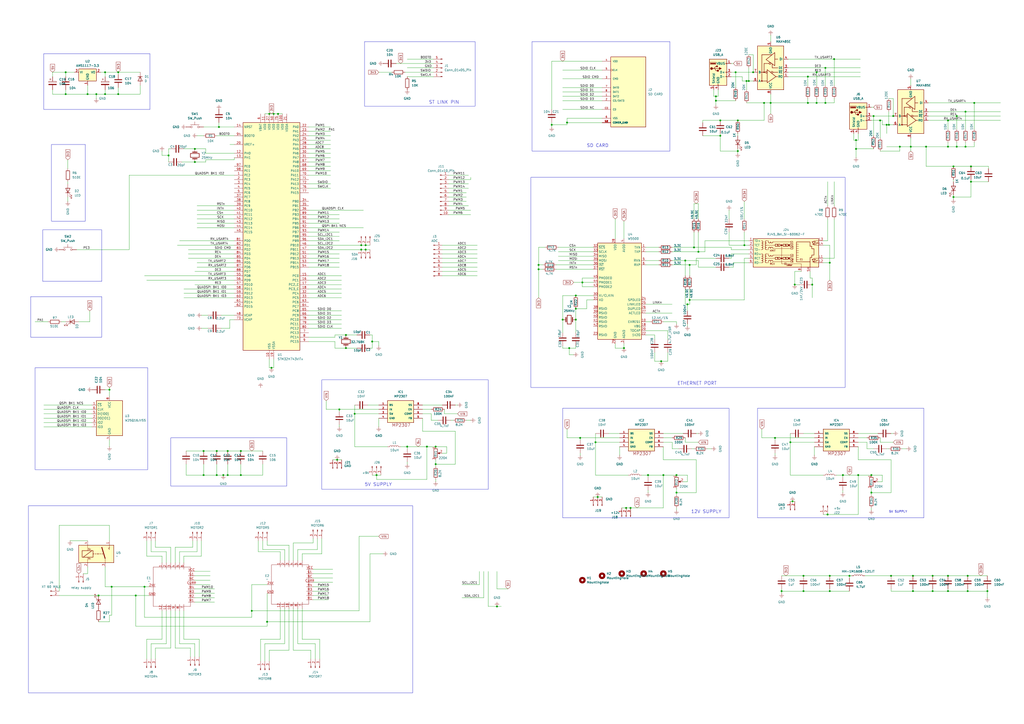
<source format=kicad_sch>
(kicad_sch (version 20231120) (generator "eeschema") (generator_version "8.0")
  (paper "A2")
  (lib_symbols
    (symbol "Connector:Conn_01x02_Pin" (pin_names (offset 1.016) hide)
      (property "Reference" "J" (at 0 2.54 0))
      (property "Value" "Conn_01x02_Pin" (at 0 -5.08 0))
      (symbol "Conn_01x02_Pin_1_1"
        (pin passive line (at 5.08 0 180) (length 3.81) (name "Pin_1") (number "1"))
        (pin passive line (at 5.08 -2.54 180) (length 3.81) (name "Pin_2") (number "2"))
      )
    )
    (symbol "Connector:Conn_01x03_Pin" (pin_names (offset 1.016) hide)
      (property "Reference" "J" (at 0 5.08 0))
      (property "Value" "Conn_01x03_Pin" (at 0 -5.08 0))
      (symbol "Conn_01x03_Pin_1_1"
        (pin passive line (at 5.08 2.54 180) (length 3.81) (name "Pin_1") (number "1"))
        (pin passive line (at 5.08 0 180) (length 3.81) (name "Pin_2") (number "2"))
        (pin passive line (at 5.08 -2.54 180) (length 3.81) (name "Pin_3") (number "3"))
      )
    )
    (symbol "Connector:Conn_01x05_Pin" (pin_names (offset 1.016) hide)
      (property "Reference" "J" (at 0 7.62 0))
      (property "Value" "Conn_01x05_Pin" (at 0 -7.62 0))
      (symbol "Conn_01x05_Pin_1_1"
        (pin passive line (at 5.08 5.08 180) (length 3.81) (name "Pin_1") (number "1"))
        (pin passive line (at 5.08 2.54 180) (length 3.81) (name "Pin_2") (number "2"))
        (pin passive line (at 5.08 0 180) (length 3.81) (name "Pin_3") (number "3"))
        (pin passive line (at 5.08 -2.54 180) (length 3.81) (name "Pin_4") (number "4"))
        (pin passive line (at 5.08 -5.08 180) (length 3.81) (name "Pin_5") (number "5"))
      )
    )
    (symbol "Connector:Conn_01x08_Pin" (pin_names (offset 1.016) hide)
      (property "Reference" "J" (at 0 10.16 0))
      (property "Value" "Conn_01x08_Pin" (at 0 -12.7 0))
      (symbol "Conn_01x08_Pin_1_1"
        (pin passive line (at 5.08 7.62 180) (length 3.81) (name "Pin_1") (number "1"))
        (pin passive line (at 5.08 5.08 180) (length 3.81) (name "Pin_2") (number "2"))
        (pin passive line (at 5.08 2.54 180) (length 3.81) (name "Pin_3") (number "3"))
        (pin passive line (at 5.08 0 180) (length 3.81) (name "Pin_4") (number "4"))
        (pin passive line (at 5.08 -2.54 180) (length 3.81) (name "Pin_5") (number "5"))
        (pin passive line (at 5.08 -5.08 180) (length 3.81) (name "Pin_6") (number "6"))
        (pin passive line (at 5.08 -7.62 180) (length 3.81) (name "Pin_7") (number "7"))
        (pin passive line (at 5.08 -10.16 180) (length 3.81) (name "Pin_8") (number "8"))
      )
    )
    (symbol "Connector:Conn_01x10_Pin" (pin_names (offset 1.016) hide)
      (property "Reference" "J" (at 0 12.7 0))
      (property "Value" "Conn_01x10_Pin" (at 0 -15.24 0))
      (symbol "Conn_01x10_Pin_1_1"
        (pin passive line (at 5.08 10.16 180) (length 3.81) (name "Pin_1") (number "1"))
        (pin passive line (at 5.08 -12.7 180) (length 3.81) (name "Pin_10") (number "10"))
        (pin passive line (at 5.08 7.62 180) (length 3.81) (name "Pin_2") (number "2"))
        (pin passive line (at 5.08 5.08 180) (length 3.81) (name "Pin_3") (number "3"))
        (pin passive line (at 5.08 2.54 180) (length 3.81) (name "Pin_4") (number "4"))
        (pin passive line (at 5.08 0 180) (length 3.81) (name "Pin_5") (number "5"))
        (pin passive line (at 5.08 -2.54 180) (length 3.81) (name "Pin_6") (number "6"))
        (pin passive line (at 5.08 -5.08 180) (length 3.81) (name "Pin_7") (number "7"))
        (pin passive line (at 5.08 -7.62 180) (length 3.81) (name "Pin_8") (number "8"))
        (pin passive line (at 5.08 -10.16 180) (length 3.81) (name "Pin_9") (number "9"))
      )
    )
    (symbol "Connector:RJ45_Bel_SI-60062-F"
      (property "Reference" "J" (at 19.05 10.16 0))
      (property "Value" "RJ45_Bel_SI-60062-F" (at -19.05 10.16 0))
      (symbol "RJ45_Bel_SI-60062-F_0_0"
        (text "C1" (at 4.699 6.985 0) (effects (font (size 0.889 0.889))))
        (text "C1" (at 10.16 -3.175 0) (effects (font (size 0.889 0.889))))
        (text "C2" (at 4.699 3.175 0) (effects (font (size 0.889 0.889))))
        (text "C3" (at 4.699 -0.635 0) (effects (font (size 0.889 0.889))))
        (text "C4" (at 4.699 5.715 0) (effects (font (size 0.889 0.889))))
        (text "C5" (at 4.699 4.445 0) (effects (font (size 0.889 0.889))))
        (text "C6" (at 4.699 -4.445 0) (effects (font (size 0.889 0.889))))
        (text "C7" (at 4.699 -1.905 0) (effects (font (size 0.889 0.889))))
        (text "C8" (at 4.699 -3.175 0) (effects (font (size 0.889 0.889))))
        (text "RCV" (at -8.255 -5.715 0) (effects (font (size 1.016 1.016)) (justify left)))
        (text "XMIT" (at -8.255 1.905 0) (effects (font (size 1.016 1.016)) (justify left)))
      )
      (symbol "RJ45_Bel_SI-60062-F_1_0"
        (text "1000pF" (at 3.302 -6.477 0) (effects (font (size 0.635 0.635))))
      )
      (symbol "RJ45_Bel_SI-60062-F_1_1"
        (text "75" (at -3.556 -2.54 0) (effects (font (size 0.635 0.635))))
        (text "75" (at -3.556 5.08 0) (effects (font (size 0.635 0.635))))
        (text "75" (at 1.016 -2.54 0) (effects (font (size 0.635 0.635))))
        (text "75" (at 1.016 5.08 0) (effects (font (size 0.635 0.635))))
        (text "G" (at 19.685 6.35 0) (effects (font (size 0.635 0.635))))
        (text "Y" (at 19.558 -3.81 0) (effects (font (size 0.635 0.635))))
        (pin passive line (at -20.32 7.62 0) (length 2.54) (name "TD+") (number "1"))
        (pin passive line (at -20.32 5.08 0) (length 2.54) (name "TCT") (number "2"))
        (pin passive line (at -20.32 2.54 0) (length 2.54) (name "TD-") (number "3"))
        (pin passive line (at -20.32 0 0) (length 2.54) (name "RD+") (number "4"))
        (pin passive line (at -20.32 -2.54 0) (length 2.54) (name "RCT") (number "5"))
        (pin passive line (at -20.32 -5.08 0) (length 2.54) (name "RD-") (number "6"))
        (pin no_connect line (at 20.32 0 0) (length 0) hide (name "NC") (number "7"))
        (pin power_in line (at 10.16 -10.16 90) (length 2.54) (name "") (number "8"))
        (pin passive line (at 22.86 -2.54 180) (length 2.54) (name "") (number "L1"))
        (pin passive line (at 22.86 -5.08 180) (length 2.54) (name "") (number "L2"))
        (pin passive line (at 22.86 7.62 180) (length 2.54) (name "") (number "L3"))
        (pin passive line (at 22.86 5.08 180) (length 2.54) (name "") (number "L4"))
        (pin passive line (at 15.24 -10.16 90) (length 2.54) (name "") (number "SH"))
      )
    )
    (symbol "Connector:USB_A" (pin_names (offset 1.016))
      (property "Reference" "J" (at -5.08 11.43 0))
      (property "Value" "USB_A" (at -5.08 8.89 0))
      (symbol "USB_A_1_1"
        (pin power_in line (at 7.62 5.08 180) (length 2.54) (name "VBUS") (number "1"))
        (pin bidirectional line (at 7.62 -2.54 180) (length 2.54) (name "D-") (number "2"))
        (pin bidirectional line (at 7.62 0 180) (length 2.54) (name "D+") (number "3"))
        (pin power_in line (at 0 -10.16 90) (length 2.54) (name "GND") (number "4"))
        (pin passive line (at -2.54 -10.16 90) (length 2.54) (name "Shield") (number "5"))
      )
    )
    (symbol "Device:C" (pin_numbers hide) (pin_names (offset 0.254))
      (property "Reference" "C" (at 0.635 2.54 0))
      (property "Value" "C" (at 0.635 -2.54 0))
      (symbol "C_1_1"
        (pin passive line (at 0 3.81 270) (length 2.794) (name "~") (number "1"))
        (pin passive line (at 0 -3.81 90) (length 2.794) (name "~") (number "2"))
      )
    )
    (symbol "Device:C_Polarized" (pin_numbers hide) (pin_names (offset 0.254))
      (property "Reference" "C" (at 0.635 2.54 0))
      (property "Value" "C_Polarized" (at 0.635 -2.54 0))
      (symbol "C_Polarized_1_1"
        (pin passive line (at 0 3.81 270) (length 2.794) (name "~") (number "1"))
        (pin passive line (at 0 -3.81 90) (length 2.794) (name "~") (number "2"))
      )
    )
    (symbol "Device:Crystal" (pin_numbers hide) (pin_names (offset 1.016) hide)
      (property "Reference" "Y" (at 0 3.81 0))
      (property "Value" "Crystal" (at 0 -3.81 0))
      (symbol "Crystal_1_1"
        (pin passive line (at -3.81 0 0) (length 1.27) (name "1") (number "1"))
        (pin passive line (at 3.81 0 180) (length 1.27) (name "2") (number "2"))
      )
    )
    (symbol "Device:D" (pin_numbers hide) (pin_names (offset 1.016) hide)
      (property "Reference" "D" (at 0 2.54 0))
      (property "Value" "D" (at 0 -2.54 0))
      (symbol "D_1_1"
        (pin passive line (at -3.81 0 0) (length 2.54) (name "K") (number "1"))
        (pin passive line (at 3.81 0 180) (length 2.54) (name "A") (number "2"))
      )
    )
    (symbol "Device:L" (pin_numbers hide) (pin_names (offset 1.016) hide)
      (property "Reference" "L" (at -1.27 0 90))
      (property "Value" "L" (at 1.905 0 90))
      (symbol "L_1_1"
        (pin passive line (at 0 3.81 270) (length 1.27) (name "1") (number "1"))
        (pin passive line (at 0 -3.81 90) (length 1.27) (name "2") (number "2"))
      )
    )
    (symbol "Device:LED" (pin_numbers hide) (pin_names (offset 1.016) hide)
      (property "Reference" "D" (at 0 2.54 0))
      (property "Value" "LED" (at 0 -2.54 0))
      (symbol "LED_1_1"
        (pin passive line (at -3.81 0 0) (length 2.54) (name "K") (number "1"))
        (pin passive line (at 3.81 0 180) (length 2.54) (name "A") (number "2"))
      )
    )
    (symbol "Device:R" (pin_numbers hide) (pin_names (offset 0))
      (property "Reference" "R" (at 2.032 0 90))
      (property "Value" "R" (at 0 0 90))
      (symbol "R_1_1"
        (pin passive line (at 0 3.81 270) (length 1.27) (name "~") (number "1"))
        (pin passive line (at 0 -3.81 90) (length 1.27) (name "~") (number "2"))
      )
    )
    (symbol "Device:R_Potentiometer" (pin_names (offset 1.016) hide)
      (property "Reference" "RV" (at -4.445 0 90))
      (property "Value" "R_Potentiometer" (at -2.54 0 90))
      (symbol "R_Potentiometer_1_1"
        (pin passive line (at 0 3.81 270) (length 1.27) (name "1") (number "1"))
        (pin passive line (at 3.81 0 180) (length 1.27) (name "2") (number "2"))
        (pin passive line (at 0 -3.81 90) (length 1.27) (name "3") (number "3"))
      )
    )
    (symbol "Interface_Ethernet:W5500"
      (property "Reference" "U" (at -11.43 29.21 0))
      (property "Value" "W5500" (at 8.89 29.21 0))
      (symbol "W5500_1_1"
        (pin output line (at 15.24 25.4 180) (length 2.54) (name "TXN") (number "1"))
        (pin passive line (at 15.24 -17.78 180) (length 2.54) (name "EXRES1") (number "10"))
        (pin passive line (at 2.54 30.48 270) (length 2.54) hide (name "AVDD") (number "11"))
        (pin no_connect line (at 12.7 7.62 180) (length 2.54) hide (name "NC") (number "12"))
        (pin no_connect line (at 12.7 5.08 180) (length 2.54) hide (name "NC") (number "13"))
        (pin passive line (at 2.54 -30.48 90) (length 2.54) hide (name "AGND") (number "14"))
        (pin passive line (at 2.54 30.48 270) (length 2.54) hide (name "AVDD") (number "15"))
        (pin passive line (at 2.54 -30.48 90) (length 2.54) hide (name "AGND") (number "16"))
        (pin passive line (at 2.54 30.48 270) (length 2.54) hide (name "AVDD") (number "17"))
        (pin passive line (at 15.24 -20.32 180) (length 2.54) (name "VBG") (number "18"))
        (pin passive line (at 2.54 -30.48 90) (length 2.54) hide (name "AGND") (number "19"))
        (pin output line (at 15.24 22.86 180) (length 2.54) (name "TXP") (number "2"))
        (pin passive line (at 15.24 -22.86 180) (length 2.54) (name "TOCAP") (number "20"))
        (pin passive line (at 2.54 30.48 270) (length 2.54) hide (name "AVDD") (number "21"))
        (pin output line (at 15.24 -25.4 180) (length 2.54) (name "1V2O") (number "22"))
        (pin input line (at -15.24 -25.4 0) (length 2.54) (name "RSVD") (number "23"))
        (pin output line (at 15.24 -5.08 180) (length 2.54) (name "SPDLED") (number "24"))
        (pin output line (at 15.24 -7.62 180) (length 2.54) (name "LINKLED") (number "25"))
        (pin output line (at 15.24 -10.16 180) (length 2.54) (name "DUPLED") (number "26"))
        (pin output line (at 15.24 -12.7 180) (length 2.54) (name "ACTLED") (number "27"))
        (pin power_in line (at -2.54 30.48 270) (length 2.54) (name "VDD") (number "28"))
        (pin power_in line (at -2.54 -30.48 90) (length 2.54) (name "GND") (number "29"))
        (pin power_in line (at 2.54 -30.48 90) (length 2.54) (name "AGND") (number "3"))
        (pin input line (at -15.24 -2.54 0) (length 2.54) (name "XI/CLKIN") (number "30"))
        (pin output line (at -15.24 -5.08 0) (length 2.54) (name "XO") (number "31"))
        (pin input line (at -15.24 25.4 0) (length 2.54) (name "~{SCS}") (number "32"))
        (pin input line (at -15.24 22.86 0) (length 2.54) (name "SCLK") (number "33"))
        (pin output line (at -15.24 20.32 0) (length 2.54) (name "MISO") (number "34"))
        (pin input line (at -15.24 17.78 0) (length 2.54) (name "MOSI") (number "35"))
        (pin input line (at -15.24 15.24 0) (length 2.54) (name "~{INT}") (number "36"))
        (pin input line (at -15.24 12.7 0) (length 2.54) (name "~{RST}") (number "37"))
        (pin input line (at -15.24 -10.16 0) (length 2.54) (name "RSVD") (number "38"))
        (pin input line (at -15.24 -12.7 0) (length 2.54) (name "RSVD") (number "39"))
        (pin power_in line (at 2.54 30.48 270) (length 2.54) (name "AVDD") (number "4"))
        (pin input line (at -15.24 -15.24 0) (length 2.54) (name "RSVD") (number "40"))
        (pin input line (at -15.24 -17.78 0) (length 2.54) (name "RSVD") (number "41"))
        (pin input line (at -15.24 -20.32 0) (length 2.54) (name "RSVD") (number "42"))
        (pin input line (at -15.24 2.54 0) (length 2.54) (name "PMODE2") (number "43"))
        (pin input line (at -15.24 5.08 0) (length 2.54) (name "PMODE1") (number "44"))
        (pin input line (at -15.24 7.62 0) (length 2.54) (name "PMODE0") (number "45"))
        (pin no_connect line (at 12.7 2.54 180) (length 2.54) hide (name "NC") (number "46"))
        (pin no_connect line (at 12.7 0 180) (length 2.54) hide (name "NC") (number "47"))
        (pin passive line (at 2.54 -30.48 90) (length 2.54) hide (name "AGND") (number "48"))
        (pin input line (at 15.24 17.78 180) (length 2.54) (name "RXN") (number "5"))
        (pin input line (at 15.24 15.24 180) (length 2.54) (name "RXP") (number "6"))
        (pin no_connect line (at 12.7 10.16 180) (length 2.54) hide (name "DNC") (number "7"))
        (pin passive line (at 2.54 30.48 270) (length 2.54) hide (name "AVDD") (number "8"))
        (pin passive line (at 2.54 -30.48 90) (length 2.54) hide (name "AGND") (number "9"))
      )
    )
    (symbol "Interface_UART:MAX485E"
      (property "Reference" "U" (at -6.985 13.97 0))
      (property "Value" "MAX485E" (at 1.905 13.97 0))
      (symbol "MAX485E_1_1"
        (pin output line (at -10.16 5.08 0) (length 2.54) (name "RO") (number "1"))
        (pin input line (at -10.16 2.54 0) (length 2.54) (name "~{RE}") (number "2"))
        (pin input line (at -10.16 0 0) (length 2.54) (name "DE") (number "3"))
        (pin input line (at -10.16 -5.08 0) (length 2.54) (name "DI") (number "4"))
        (pin power_in line (at 0 -15.24 90) (length 2.54) (name "GND") (number "5"))
        (pin bidirectional line (at 10.16 7.62 180) (length 2.54) (name "A") (number "6"))
        (pin bidirectional line (at 10.16 2.54 180) (length 2.54) (name "B") (number "7"))
        (pin power_in line (at 0 15.24 270) (length 2.54) (name "VCC") (number "8"))
      )
    )
    (symbol "MCU_ST_STM32H7:STM32H743VITx"
      (property "Reference" "U" (at -15.24 67.31 0))
      (property "Value" "STM32H743VITx" (at 12.7 67.31 0))
      (symbol "STM32H743VITx_1_1"
        (pin bidirectional line (at -20.32 35.56 0) (length 5.08) (name "PE2") (number "1"))
        (pin power_in line (at 0 -71.12 90) (length 5.08) (name "VSS") (number "10"))
        (pin power_in line (at 7.62 71.12 270) (length 5.08) (name "VDD") (number "100"))
        (pin power_in line (at -2.54 71.12 270) (length 5.08) (name "VDD") (number "11"))
        (pin bidirectional line (at -20.32 48.26 0) (length 5.08) (name "PH0") (number "12"))
        (pin bidirectional line (at -20.32 45.72 0) (length 5.08) (name "PH1") (number "13"))
        (pin input line (at -20.32 63.5 0) (length 5.08) (name "NRST") (number "14"))
        (pin bidirectional line (at 22.86 -22.86 180) (length 5.08) (name "PC0") (number "15"))
        (pin bidirectional line (at 22.86 -25.4 180) (length 5.08) (name "PC1") (number "16"))
        (pin bidirectional line (at 22.86 -27.94 180) (length 5.08) (name "PC2_C") (number "17"))
        (pin bidirectional line (at 22.86 -30.48 180) (length 5.08) (name "PC3_C") (number "18"))
        (pin power_in line (at 2.54 -71.12 90) (length 5.08) (name "VSSA") (number "19"))
        (pin bidirectional line (at -20.32 33.02 0) (length 5.08) (name "PE3") (number "2"))
        (pin input line (at -20.32 53.34 0) (length 5.08) (name "VREF+") (number "20"))
        (pin power_in line (at 10.16 71.12 270) (length 5.08) (name "VDDA") (number "21"))
        (pin bidirectional line (at 22.86 63.5 180) (length 5.08) (name "PA0") (number "22"))
        (pin bidirectional line (at 22.86 60.96 180) (length 5.08) (name "PA1") (number "23"))
        (pin bidirectional line (at 22.86 58.42 180) (length 5.08) (name "PA2") (number "24"))
        (pin bidirectional line (at 22.86 55.88 180) (length 5.08) (name "PA3") (number "25"))
        (pin passive line (at 0 -71.12 90) (length 5.08) hide (name "VSS") (number "26"))
        (pin power_in line (at 0 71.12 270) (length 5.08) (name "VDD") (number "27"))
        (pin bidirectional line (at 22.86 53.34 180) (length 5.08) (name "PA4") (number "28"))
        (pin bidirectional line (at 22.86 50.8 180) (length 5.08) (name "PA5") (number "29"))
        (pin bidirectional line (at -20.32 30.48 0) (length 5.08) (name "PE4") (number "3"))
        (pin bidirectional line (at 22.86 48.26 180) (length 5.08) (name "PA6") (number "30"))
        (pin bidirectional line (at 22.86 45.72 180) (length 5.08) (name "PA7") (number "31"))
        (pin bidirectional line (at 22.86 -33.02 180) (length 5.08) (name "PC4") (number "32"))
        (pin bidirectional line (at 22.86 -35.56 180) (length 5.08) (name "PC5") (number "33"))
        (pin bidirectional line (at 22.86 20.32 180) (length 5.08) (name "PB0") (number "34"))
        (pin bidirectional line (at 22.86 17.78 180) (length 5.08) (name "PB1") (number "35"))
        (pin bidirectional line (at 22.86 15.24 180) (length 5.08) (name "PB2") (number "36"))
        (pin bidirectional line (at -20.32 22.86 0) (length 5.08) (name "PE7") (number "37"))
        (pin bidirectional line (at -20.32 20.32 0) (length 5.08) (name "PE8") (number "38"))
        (pin bidirectional line (at -20.32 17.78 0) (length 5.08) (name "PE9") (number "39"))
        (pin bidirectional line (at -20.32 27.94 0) (length 5.08) (name "PE5") (number "4"))
        (pin bidirectional line (at -20.32 15.24 0) (length 5.08) (name "PE10") (number "40"))
        (pin bidirectional line (at -20.32 12.7 0) (length 5.08) (name "PE11") (number "41"))
        (pin bidirectional line (at -20.32 10.16 0) (length 5.08) (name "PE12") (number "42"))
        (pin bidirectional line (at -20.32 7.62 0) (length 5.08) (name "PE13") (number "43"))
        (pin bidirectional line (at -20.32 5.08 0) (length 5.08) (name "PE14") (number "44"))
        (pin bidirectional line (at -20.32 2.54 0) (length 5.08) (name "PE15") (number "45"))
        (pin bidirectional line (at 22.86 -5.08 180) (length 5.08) (name "PB10") (number "46"))
        (pin bidirectional line (at 22.86 -7.62 180) (length 5.08) (name "PB11") (number "47"))
        (pin power_out line (at -20.32 -45.72 0) (length 5.08) (name "VCAP") (number "48"))
        (pin passive line (at 0 -71.12 90) (length 5.08) hide (name "VSS") (number "49"))
        (pin bidirectional line (at -20.32 25.4 0) (length 5.08) (name "PE6") (number "5"))
        (pin power_in line (at 2.54 71.12 270) (length 5.08) (name "VDD") (number "50"))
        (pin bidirectional line (at 22.86 -10.16 180) (length 5.08) (name "PB12") (number "51"))
        (pin bidirectional line (at 22.86 -12.7 180) (length 5.08) (name "PB13") (number "52"))
        (pin bidirectional line (at 22.86 -15.24 180) (length 5.08) (name "PB14") (number "53"))
        (pin bidirectional line (at 22.86 -17.78 180) (length 5.08) (name "PB15") (number "54"))
        (pin bidirectional line (at -20.32 -22.86 0) (length 5.08) (name "PD8") (number "55"))
        (pin bidirectional line (at -20.32 -25.4 0) (length 5.08) (name "PD9") (number "56"))
        (pin bidirectional line (at -20.32 -27.94 0) (length 5.08) (name "PD10") (number "57"))
        (pin bidirectional line (at -20.32 -30.48 0) (length 5.08) (name "PD11") (number "58"))
        (pin bidirectional line (at -20.32 -33.02 0) (length 5.08) (name "PD12") (number "59"))
        (pin power_in line (at -5.08 71.12 270) (length 5.08) (name "VBAT") (number "6"))
        (pin bidirectional line (at -20.32 -35.56 0) (length 5.08) (name "PD13") (number "60"))
        (pin bidirectional line (at -20.32 -38.1 0) (length 5.08) (name "PD14") (number "61"))
        (pin bidirectional line (at -20.32 -40.64 0) (length 5.08) (name "PD15") (number "62"))
        (pin bidirectional line (at 22.86 -38.1 180) (length 5.08) (name "PC6") (number "63"))
        (pin bidirectional line (at 22.86 -40.64 180) (length 5.08) (name "PC7") (number "64"))
        (pin bidirectional line (at 22.86 -43.18 180) (length 5.08) (name "PC8") (number "65"))
        (pin bidirectional line (at 22.86 -45.72 180) (length 5.08) (name "PC9") (number "66"))
        (pin bidirectional line (at 22.86 43.18 180) (length 5.08) (name "PA8") (number "67"))
        (pin bidirectional line (at 22.86 40.64 180) (length 5.08) (name "PA9") (number "68"))
        (pin bidirectional line (at 22.86 38.1 180) (length 5.08) (name "PA10") (number "69"))
        (pin bidirectional line (at 22.86 -55.88 180) (length 5.08) (name "PC13") (number "7"))
        (pin bidirectional line (at 22.86 35.56 180) (length 5.08) (name "PA11") (number "70"))
        (pin bidirectional line (at 22.86 33.02 180) (length 5.08) (name "PA12") (number "71"))
        (pin bidirectional line (at 22.86 30.48 180) (length 5.08) (name "PA13") (number "72"))
        (pin power_out line (at -20.32 -48.26 0) (length 5.08) (name "VCAP") (number "73"))
        (pin passive line (at 0 -71.12 90) (length 5.08) hide (name "VSS") (number "74"))
        (pin power_in line (at 5.08 71.12 270) (length 5.08) (name "VDD") (number "75"))
        (pin bidirectional line (at 22.86 27.94 180) (length 5.08) (name "PA14") (number "76"))
        (pin bidirectional line (at 22.86 25.4 180) (length 5.08) (name "PA15") (number "77"))
        (pin bidirectional line (at 22.86 -48.26 180) (length 5.08) (name "PC10") (number "78"))
        (pin bidirectional line (at 22.86 -50.8 180) (length 5.08) (name "PC11") (number "79"))
        (pin bidirectional line (at 22.86 -58.42 180) (length 5.08) (name "PC14") (number "8"))
        (pin bidirectional line (at 22.86 -53.34 180) (length 5.08) (name "PC12") (number "80"))
        (pin bidirectional line (at -20.32 -2.54 0) (length 5.08) (name "PD0") (number "81"))
        (pin bidirectional line (at -20.32 -5.08 0) (length 5.08) (name "PD1") (number "82"))
        (pin bidirectional line (at -20.32 -7.62 0) (length 5.08) (name "PD2") (number "83"))
        (pin bidirectional line (at -20.32 -10.16 0) (length 5.08) (name "PD3") (number "84"))
        (pin bidirectional line (at -20.32 -12.7 0) (length 5.08) (name "PD4") (number "85"))
        (pin bidirectional line (at -20.32 -15.24 0) (length 5.08) (name "PD5") (number "86"))
        (pin bidirectional line (at -20.32 -17.78 0) (length 5.08) (name "PD6") (number "87"))
        (pin bidirectional line (at -20.32 -20.32 0) (length 5.08) (name "PD7") (number "88"))
        (pin bidirectional line (at 22.86 12.7 180) (length 5.08) (name "PB3") (number "89"))
        (pin bidirectional line (at 22.86 -60.96 180) (length 5.08) (name "PC15") (number "9"))
        (pin bidirectional line (at 22.86 10.16 180) (length 5.08) (name "PB4") (number "90"))
        (pin bidirectional line (at 22.86 7.62 180) (length 5.08) (name "PB5") (number "91"))
        (pin bidirectional line (at 22.86 5.08 180) (length 5.08) (name "PB6") (number "92"))
        (pin bidirectional line (at 22.86 2.54 180) (length 5.08) (name "PB7") (number "93"))
        (pin input line (at -20.32 58.42 0) (length 5.08) (name "BOOT0") (number "94"))
        (pin bidirectional line (at 22.86 0 180) (length 5.08) (name "PB8") (number "95"))
        (pin bidirectional line (at 22.86 -2.54 180) (length 5.08) (name "PB9") (number "96"))
        (pin bidirectional line (at -20.32 40.64 0) (length 5.08) (name "PE0") (number "97"))
        (pin bidirectional line (at -20.32 38.1 0) (length 5.08) (name "PE1") (number "98"))
        (pin passive line (at 0 -71.12 90) (length 5.08) hide (name "VSS") (number "99"))
      )
    )
    (symbol "Mechanical:MountingHole" (pin_names (offset 1.016)) (exclude_from_sim yes) (in_bom no)
      (property "Reference" "H" (at 0 5.08 0))
      (property "Value" "MountingHole" (at 0 3.175 0))
    )
    (symbol "Memory_Flash:W25Q16JVSS"
      (property "Reference" "U" (at -6.35 11.43 0))
      (property "Value" "W25Q16JVSS" (at 7.62 11.43 0))
      (symbol "W25Q16JVSS_1_1"
        (pin input line (at -10.16 7.62 0) (length 2.54) (name "~{CS}") (number "1"))
        (pin bidirectional line (at -10.16 0 0) (length 2.54) (name "DO(IO1)") (number "2"))
        (pin bidirectional line (at -10.16 -2.54 0) (length 2.54) (name "IO2") (number "3"))
        (pin power_in line (at 0 -12.7 90) (length 2.54) (name "GND") (number "4"))
        (pin bidirectional line (at -10.16 2.54 0) (length 2.54) (name "DI(IO0)") (number "5"))
        (pin input line (at -10.16 5.08 0) (length 2.54) (name "CLK") (number "6"))
        (pin bidirectional line (at -10.16 -5.08 0) (length 2.54) (name "IO3") (number "7"))
        (pin power_in line (at 0 12.7 270) (length 2.54) (name "VCC") (number "8"))
      )
    )
    (symbol "Regulator_Linear:AMS1117-3.3"
      (property "Reference" "U" (at -3.81 3.175 0))
      (property "Value" "AMS1117-3.3" (at 0 3.175 0))
      (symbol "AMS1117-3.3_1_1"
        (pin power_in line (at 0 -7.62 90) (length 2.54) (name "GND") (number "1"))
        (pin power_out line (at 7.62 0 180) (length 2.54) (name "VO") (number "2"))
        (pin power_in line (at -7.62 0 0) (length 2.54) (name "VI") (number "3"))
      )
    )
    (symbol "SD CARD:MSD-4-A" (pin_names (offset 1.016))
      (property "Reference" "J" (at -10.16 21.082 0))
      (property "Value" "SD CARD" (at -10.16 -22.86 0))
      (symbol "MSD-4-A_0_0"
        (pin bidirectional line (at -15.24 -2.54 0) (length 5.08) (name "DAT2") (number "1"))
        (pin bidirectional line (at -15.24 -5.08 0) (length 5.08) (name "CD/DAT3") (number "2"))
        (pin bidirectional line (at -15.24 7.62 0) (length 5.08) (name "CMD") (number "3"))
        (pin power_in line (at -15.24 17.78 0) (length 5.08) (name "VDD") (number "4"))
        (pin input clock (at -15.24 12.7 0) (length 5.08) (name "CLK") (number "5"))
        (pin power_in line (at -15.24 -15.24 0) (length 5.08) (name "VSS") (number "6"))
        (pin bidirectional line (at -15.24 2.54 0) (length 5.08) (name "DAT0") (number "7"))
        (pin bidirectional line (at -15.24 0 0) (length 5.08) (name "DAT1") (number "8"))
        (pin passive line (at -15.24 -10.16 0) (length 5.08) (name "CD") (number "CD"))
        (pin power_in line (at -15.24 -17.78 0) (length 5.08) (name "COVER_GND") (number "G1"))
        (pin power_in line (at -15.24 -17.78 0) (length 5.08) (name "COVER_GND") (number "G2"))
        (pin power_in line (at -15.24 -17.78 0) (length 5.08) (name "COVER_GND") (number "G3"))
        (pin power_in line (at -15.24 -17.78 0) (length 5.08) (name "COVER_GND") (number "G4"))
      )
    )
    (symbol "Switch:SW_Push" (pin_numbers hide) (pin_names (offset 1.016) hide)
      (property "Reference" "SW" (at 1.27 2.54 0))
      (property "Value" "SW_Push" (at 0 -1.524 0))
      (symbol "SW_Push_0_1"
        (pin passive line (at -5.08 0 0) (length 2.54) (name "1") (number "1"))
        (pin passive line (at 5.08 0 180) (length 2.54) (name "2") (number "2"))
      )
    )
    (symbol "dc-dc:MP2307" (pin_names (offset 1.016))
      (property "Reference" "IC" (at 0 0 0))
      (property "Value" "MP2307" (at -5.08 7.62 0))
      (symbol "MP2307_0_0"
        (text "MP2307" (at -5.08 -7.62 0) (effects (font (size 1.778 1.778)) (justify left bottom)))
        (pin bidirectional line (at -12.7 5.08 0) (length 5.08) (name "BS") (number "1"))
        (pin bidirectional line (at -12.7 2.54 0) (length 5.08) (name "IN") (number "2"))
        (pin bidirectional line (at -12.7 0 0) (length 5.08) (name "SW") (number "3"))
        (pin bidirectional line (at -12.7 -2.54 0) (length 5.08) (name "GND") (number "4"))
        (pin bidirectional line (at 12.7 -2.54 180) (length 5.08) (name "FB") (number "5"))
        (pin bidirectional line (at 12.7 0 180) (length 5.08) (name "COMP") (number "6"))
        (pin bidirectional line (at 12.7 2.54 180) (length 5.08) (name "EN") (number "7"))
        (pin bidirectional line (at 12.7 5.08 180) (length 5.08) (name "SS") (number "8"))
      )
    )
    (symbol "esc:esc"
      (property "Reference" "E" (at 0 -3.81 0))
      (symbol "esc_1_1"
        (pin output line (at -6.35 8.89 270) (length 3.81) (name "") (number "1"))
        (pin output line (at -1.27 -19.05 90) (length 3.81) (name "") (number "10"))
        (pin output line (at -3.81 -19.05 90) (length 3.81) (name "") (number "11"))
        (pin output line (at -6.35 -19.05 90) (length 3.81) (name "") (number "12"))
        (pin output line (at -3.81 8.89 270) (length 3.81) (name "") (number "2"))
        (pin input line (at -13.97 -5.08 0) (length 3.81) (name "") (number "24V"))
        (pin output line (at -1.27 8.89 270) (length 3.81) (name "") (number "3"))
        (pin output line (at 1.27 8.89 270) (length 3.81) (name "") (number "4"))
        (pin output line (at 3.81 8.89 270) (length 3.81) (name "") (number "5"))
        (pin output line (at 6.35 8.89 270) (length 3.81) (name "") (number "6"))
        (pin output line (at 6.35 -19.05 90) (length 3.81) (name "") (number "7"))
        (pin output line (at 3.81 -19.05 90) (length 3.81) (name "") (number "8"))
        (pin output line (at 1.27 -19.05 90) (length 3.81) (name "") (number "9"))
        (pin input line (at 12.7 -3.81 180) (length 3.81) (name "") (number "CURR"))
        (pin input line (at 12.7 1.27 180) (length 3.81) (name "") (number "G1"))
        (pin input line (at -13.97 -10.16 0) (length 3.81) (name "") (number "GND"))
        (pin input line (at 12.7 -13.97 180) (length 3.81) (name "") (number "M1"))
        (pin input line (at 12.7 -11.43 180) (length 3.81) (name "") (number "M2"))
        (pin input line (at 12.7 -8.89 180) (length 3.81) (name "") (number "M3"))
        (pin input line (at 12.7 -6.35 180) (length 3.81) (name "") (number "M4"))
        (pin input line (at 12.7 -1.27 180) (length 3.81) (name "") (number "NC"))
        (pin input line (at 12.7 3.81 180) (length 3.81) (name "") (number "VCC"))
      )
    )
    (symbol "esc_1"
      (property "Reference" "E" (at 0 -3.81 0))
      (symbol "esc_1_1_1"
        (pin output line (at -6.35 8.89 270) (length 3.81) (name "") (number "1"))
        (pin output line (at -1.27 -19.05 90) (length 3.81) (name "") (number "10"))
        (pin output line (at -3.81 -19.05 90) (length 3.81) (name "") (number "11"))
        (pin output line (at -6.35 -19.05 90) (length 3.81) (name "") (number "12"))
        (pin output line (at -3.81 8.89 270) (length 3.81) (name "") (number "2"))
        (pin input line (at -13.97 -5.08 0) (length 3.81) (name "") (number "24V"))
        (pin output line (at -1.27 8.89 270) (length 3.81) (name "") (number "3"))
        (pin output line (at 1.27 8.89 270) (length 3.81) (name "") (number "4"))
        (pin output line (at 3.81 8.89 270) (length 3.81) (name "") (number "5"))
        (pin output line (at 6.35 8.89 270) (length 3.81) (name "") (number "6"))
        (pin output line (at 6.35 -19.05 90) (length 3.81) (name "") (number "7"))
        (pin output line (at 3.81 -19.05 90) (length 3.81) (name "") (number "8"))
        (pin output line (at 1.27 -19.05 90) (length 3.81) (name "") (number "9"))
        (pin input line (at 12.7 -3.81 180) (length 3.81) (name "") (number "CURR"))
        (pin input line (at 12.7 1.27 180) (length 3.81) (name "") (number "G1"))
        (pin input line (at -13.97 -10.16 0) (length 3.81) (name "") (number "GND"))
        (pin input line (at 12.7 -13.97 180) (length 3.81) (name "") (number "M1"))
        (pin input line (at 12.7 -11.43 180) (length 3.81) (name "") (number "M2"))
        (pin input line (at 12.7 -8.89 180) (length 3.81) (name "") (number "M3"))
        (pin input line (at 12.7 -6.35 180) (length 3.81) (name "") (number "M4"))
        (pin input line (at 12.7 -1.27 180) (length 3.81) (name "") (number "NC"))
        (pin input line (at 12.7 3.81 180) (length 3.81) (name "") (number "VCC"))
      )
    )
    (symbol "power:GNDREF" (power) (pin_numbers hide) (pin_names (offset 0) hide)
      (property "Value" "GNDREF" (at 0 -3.81 0))
      (symbol "GNDREF_1_1"
        (pin power_in line (at 0 0 270) (length 0) (name "~") (number "1"))
      )
    )
    (symbol "relay:relay80a"
      (property "Reference" "U" (at -1.016 1.016 0))
      (symbol "relay80a_1_1"
        (text "R+" (at 11.43 4.826 0) (effects (font (size 0.762 0.762))))
        (text "S+" (at 11.43 10.414 0) (effects (font (size 0.762 0.762))))
        (pin passive line (at 22.86 15.24 270) (length 2.54) (name "~") (number "1"))
        (pin passive line (at 10.16 0 90) (length 2.54) (name "~") (number "2"))
        (pin passive line (at 20.32 0 90) (length 2.54) (name "~") (number "3"))
        (pin passive line (at 10.16 15.24 270) (length 2.54) (name "~") (number "4"))
      )
    )
  )
  (junction (at 392.43 285.75))
  (junction (at 449.58 254))
  (junction (at 215.9 198.12))
  (junction (at 480.06 298.45))
  (junction (at 541.02 334.01))
  (junction (at 83.82 340.36))
  (junction (at 565.15 59.69))
  (junction (at 496.57 81.28))
  (junction (at 200.66 194.31))
  (junction (at 236.22 259.08))
  (junction (at 334.01 185.42))
  (junction (at 209.55 144.78))
  (junction (at 505.46 285.75))
  (junction (at 156.21 66.04))
  (junction (at 468.63 59.69))
  (junction (at 473.71 41.91))
  (junction (at 334.01 171.45))
  (junction (at 125.73 261.62))
  (junction (at 549.91 342.9))
  (junction (at 312.42 156.21))
  (junction (at 161.29 66.04))
  (junction (at 510.54 69.85))
  (junction (at 515.62 72.39))
  (junction (at 459.74 290.83))
  (junction (at 427.99 69.85))
  (junction (at 431.8 142.24))
  (junction (at 97.79 90.17))
  (junction (at 563.245 105.41))
  (junction (at 461.01 165.1))
  (junction (at 68.58 41.91))
  (junction (at 336.55 254))
  (junction (at 549.91 85.09))
  (junction (at 63.5 226.06))
  (junction (at 488.95 275.59))
  (junction (at 415.29 55.88))
  (junction (at 195.58 266.7))
  (junction (at 337.82 163.83))
  (junction (at 157.48 213.36))
  (junction (at 417.83 69.85))
  (junction (at 453.39 342.9))
  (junction (at 247.65 259.08))
  (junction (at 514.35 72.39))
  (junction (at 433.07 46.99))
  (junction (at 60.96 54.61))
  (junction (at 361.95 201.93))
  (junction (at 415.29 58.42))
  (junction (at 443.23 59.69))
  (junction (at 334.01 179.07))
  (junction (at 496.57 86.36))
  (junction (at 466.09 334.01))
  (junction (at 553.085 114.3))
  (junction (at 537.21 85.09))
  (junction (at 492.76 334.01))
  (junction (at 549.91 69.85))
  (junction (at 434.34 46.99))
  (junction (at 218.44 275.59))
  (junction (at 38.1 54.61))
  (junction (at 132.08 275.59))
  (junction (at 563.245 96.52))
  (junction (at 55.88 54.61))
  (junction (at 561.34 334.01))
  (junction (at 384.81 275.59))
  (junction (at 68.58 54.61))
  (junction (at 478.79 39.37))
  (junction (at 345.44 256.54))
  (junction (at 328.93 71.12))
  (junction (at 553.085 96.52))
  (junction (at 560.07 85.09))
  (junction (at 541.02 342.9))
  (junction (at 320.04 72.39))
  (junction (at 127 73.66))
  (junction (at 549.91 334.01))
  (junction (at 529.59 334.01))
  (junction (at 506.73 67.31))
  (junction (at 481.33 334.01))
  (junction (at 560.07 64.77))
  (junction (at 392.43 275.59))
  (junction (at 139.7 275.59))
  (junction (at 132.08 261.62))
  (junction (at 554.99 85.09))
  (junction (at 57.15 345.44))
  (junction (at 473.71 59.69))
  (junction (at 426.72 41.91))
  (junction (at 209.55 142.24))
  (junction (at 436.88 41.91))
  (junction (at 400.05 173.99))
  (junction (at 118.11 261.62))
  (junction (at 561.34 342.9))
  (junction (at 471.17 165.1))
  (junction (at 118.11 275.59))
  (junction (at 288.29 351.79))
  (junction (at 125.73 275.59))
  (junction (at 466.09 342.9))
  (junction (at 402.59 143.51))
  (junction (at 330.2 201.93))
  (junction (at 60.96 41.91))
  (junction (at 363.22 294.64))
  (junction (at 205.74 240.03))
  (junction (at 481.33 152.4))
  (junction (at 417.83 78.74))
  (junction (at 139.7 261.62))
  (junction (at 400.05 153.67))
  (junction (at 483.87 34.29))
  (junction (at 38.1 41.91))
  (junction (at 326.39 185.42))
  (junction (at 397.51 151.13))
  (junction (at 398.78 176.53))
  (junction (at 196.85 237.49))
  (junction (at 427.99 87.63))
  (junction (at 497.84 275.59))
  (junction (at 405.13 146.05))
  (junction (at 252.73 269.24))
  (junction (at 158.75 66.04))
  (junction (at 458.47 256.54))
  (junction (at 64.77 340.36))
  (junction (at 468.63 44.45))
  (junction (at 554.99 67.31))
  (junction (at 78.74 345.44))
  (junction (at 312.42 153.67))
  (junction (at 375.92 275.59))
  (junction (at 113.03 86.36))
  (junction (at 478.79 59.69))
  (junction (at 200.66 201.93))
  (junction (at 146.05 354.33))
  (junction (at 212.09 144.78))
  (junction (at 518.16 67.31))
  (junction (at 521.97 85.09))
  (junction (at 129.54 275.59))
  (junction (at 447.04 59.69))
  (junction (at 529.59 342.9))
  (junction (at 516.89 334.01))
  (junction (at 383.54 209.55))
  (junction (at 505.46 275.59))
  (junction (at 252.73 259.08))
  (junction (at 113.03 93.98))
  (junction (at 346.71 288.29))
  (junction (at 212.09 142.24))
  (junction (at 481.33 342.9))
  (junction (at 50.8 54.61))
  (junction (at 154.94 360.68))
  (junction (at 572.77 342.9))
  (junction (at 528.32 85.09))
  (junction (at 365.76 294.64))
  (wire (pts (xy 434.34 39.37) (xy 434.34 46.99)))
  (wire (pts (xy 345.44 256.54) (xy 359.41 256.54)))
  (wire (pts (xy 389.89 260.35) (xy 393.7 260.35)))
  (wire (pts (xy 320.04 73.66) (xy 320.04 72.39)))
  (wire (pts (xy 170.18 314.96) (xy 170.18 325.12)))
  (wire (pts (xy 458.47 256.54) (xy 472.44 256.54)))
  (wire (pts (xy 116.84 190.5) (xy 120.65 190.5)))
  (wire (pts (xy 260.35 114.3) (xy 270.51 114.3)))
  (wire (pts (xy 219.71 41.91) (xy 227.33 41.91)))
  (wire (pts (xy 196.85 246.38) (xy 196.85 247.65)))
  (wire (pts (xy 398.78 176.53) (xy 400.05 176.53)))
  (wire (pts (xy 389.89 151.13) (xy 397.51 151.13)))
  (wire (pts (xy 260.35 106.68) (xy 271.78 106.68)))
  (wire (pts (xy 34.29 304.8) (xy 34.29 342.9)))
  (wire (pts (xy 344.17 173.99) (xy 340.36 173.99)))
  (wire (pts (xy 167.64 377.19) (xy 156.21 377.19)))
  (wire (pts (xy 402.59 134.62) (xy 402.59 143.51)))
  (wire (pts (xy 483.87 59.69) (xy 483.87 57.15)))
  (wire (pts (xy 326.39 50.8) (xy 349.25 50.8)))
  (wire (pts (xy 480.06 298.45) (xy 477.52 298.45)))
  (wire (pts (xy 336.55 262.89) (xy 336.55 264.16)))
  (wire (pts (xy 172.72 353.06) (xy 172.72 373.38)))
  (wire (pts (xy 39.37 116.84) (xy 39.37 114.3)))
  (wire (pts (xy 415.29 58.42) (xy 426.72 58.42)))
  (wire (pts (xy 214.63 321.31) (xy 214.63 360.68)))
  (wire (pts (xy 184.15 318.77) (xy 172.72 318.77)))
  (wire (pts (xy 416.56 52.07) (xy 416.56 55.88)))
  (wire (pts (xy 114.3 119.38) (xy 135.89 119.38)))
  (wire (pts (xy 458.47 251.46) (xy 458.47 256.54)))
  (wire (pts (xy 400.05 176.53) (xy 400.05 173.99)))
  (wire (pts (xy 125.73 275.59) (xy 129.54 275.59)))
  (wire (pts (xy 153.67 66.04) (xy 156.21 66.04)))
  (wire (pts (xy 179.07 149.86) (xy 196.85 149.86)))
  (wire (pts (xy 397.51 176.53) (xy 398.78 176.53)))
  (wire (pts (xy 337.82 161.29) (xy 337.82 163.83)))
  (wire (pts (xy 553.085 105.41) (xy 553.085 104.14)))
  (wire (pts (xy 83.82 358.14) (xy 83.82 340.36)))
  (wire (pts (xy 441.96 254) (xy 449.58 254)))
  (wire (pts (xy 52.07 180.34) (xy 52.07 186.69)))
  (wire (pts (xy 549.91 69.85) (xy 549.91 74.93)))
  (wire (pts (xy 515.62 64.77) (xy 515.62 72.39)))
  (wire (pts (xy 430.53 44.45) (xy 430.53 46.99)))
  (wire (pts (xy 64.77 340.36) (xy 83.82 340.36)))
  (wire (pts (xy 514.35 260.35) (xy 515.62 260.35)))
  (wire (pts (xy 422.91 134.62) (xy 422.91 142.24)))
  (wire (pts (xy 505.46 294.64) (xy 505.46 295.91)))
  (wire (pts (xy 425.45 154.94) (xy 425.45 152.4)))
  (wire (pts (xy 372.11 275.59) (xy 375.92 275.59)))
  (wire (pts (xy 403.86 266.7) (xy 403.86 285.75)))
  (wire (pts (xy 214.63 201.93) (xy 215.9 201.93)))
  (wire (pts (xy 102.87 142.24) (xy 135.89 142.24)))
  (wire (pts (xy 511.81 69.85) (xy 511.81 72.39)))
  (wire (pts (xy 87.63 320.04) (xy 96.52 320.04)))
  (wire (pts (xy 510.54 254) (xy 510.54 256.54)))
  (wire (pts (xy 181.61 332.74) (xy 193.04 332.74)))
  (wire (pts (xy 63.5 356.87) (xy 64.77 356.87)))
  (wire (pts (xy 170.18 353.06) (xy 170.18 377.19)))
  (wire (pts (xy 214.63 360.68) (xy 154.94 360.68)))
  (wire (pts (xy 58.42 41.91) (xy 60.96 41.91)))
  (wire (pts (xy 480.06 105.41) (xy 480.06 119.38)))
  (wire (pts (xy 510.54 256.54) (xy 518.16 256.54)))
  (wire (pts (xy 392.43 186.69) (xy 384.81 186.69)))
  (wire (pts (xy 205.74 240.03) (xy 219.71 240.03)))
  (wire (pts (xy 374.65 153.67) (xy 382.27 153.67)))
  (wire (pts (xy 172.72 318.77) (xy 172.72 325.12)))
  (wire (pts (xy 505.46 285.75) (xy 505.46 287.02)))
  (wire (pts (xy 422.91 121.92) (xy 422.91 127)))
  (wire (pts (xy 471.17 161.29) (xy 471.17 165.1)))
  (wire (pts (xy 397.51 151.13) (xy 397.51 160.02)))
  (wire (pts (xy 384.81 259.08) (xy 384.81 266.7)))
  (wire (pts (xy 384.81 251.46) (xy 396.24 251.46)))
  (wire (pts (xy 194.31 198.12) (xy 194.31 201.93)))
  (wire (pts (xy 219.71 198.12) (xy 215.9 198.12)))
  (wire (pts (xy 529.59 342.9) (xy 541.02 342.9)))
  (wire (pts (xy 87.63 313.69) (xy 87.63 320.04)))
  (wire (pts (xy 218.44 278.13) (xy 218.44 275.59)))
  (wire (pts (xy 511.81 275.59) (xy 505.46 275.59)))
  (wire (pts (xy 212.09 142.24) (xy 214.63 142.24)))
  (wire (pts (xy 560.07 82.55) (xy 560.07 85.09)))
  (wire (pts (xy 383.54 209.55) (xy 387.35 209.55)))
  (wire (pts (xy 457.2 44.45) (xy 468.63 44.45)))
  (wire (pts (xy 488.95 275.59) (xy 497.84 275.59)))
  (wire (pts (xy 453.39 334.01) (xy 466.09 334.01)))
  (wire (pts (xy 208.28 311.15) (xy 219.71 311.15)))
  (wire (pts (xy 256.54 160.02) (xy 276.86 160.02)))
  (wire (pts (xy 554.99 85.09) (xy 560.07 85.09)))
  (wire (pts (xy 345.44 256.54) (xy 345.44 275.59)))
  (wire (pts (xy 219.71 242.57) (xy 219.71 247.65)))
  (wire (pts (xy 410.21 260.35) (xy 412.75 260.35)))
  (wire (pts (xy 407.67 69.85) (xy 417.83 69.85)))
  (wire (pts (xy 205.74 259.08) (xy 224.79 259.08)))
  (wire (pts (xy 356.87 127) (xy 356.87 138.43)))
  (wire (pts (xy 93.98 87.63) (xy 93.98 90.17)))
  (wire (pts (xy 113.03 336.55) (xy 121.92 336.55)))
  (wire (pts (xy 175.26 353.06) (xy 175.26 370.84)))
  (wire (pts (xy 502.92 256.54) (xy 502.92 260.35)))
  (wire (pts (xy 25.4 240.03) (xy 53.34 240.03)))
  (wire (pts (xy 156.21 66.04) (xy 158.75 66.04)))
  (wire (pts (xy 458.47 290.83) (xy 459.74 290.83)))
  (wire (pts (xy 492.76 334.01) (xy 492.76 335.28)))
  (wire (pts (xy 175.26 370.84) (xy 185.42 370.84)))
  (wire (pts (xy 109.22 144.78) (xy 135.89 144.78)))
  (wire (pts (xy 161.29 66.04) (xy 163.83 66.04)))
  (wire (pts (xy 538.48 64.77) (xy 560.07 64.77)))
  (wire (pts (xy 528.32 87.63) (xy 528.32 85.09)))
  (wire (pts (xy 87.63 373.38) (xy 87.63 382.27)))
  (wire (pts (xy 179.07 137.16) (xy 196.85 137.16)))
  (wire (pts (xy 561.34 341.63) (xy 561.34 342.9)))
  (wire (pts (xy 157.48 213.36) (xy 158.75 213.36)))
  (wire (pts (xy 113.03 157.48) (xy 135.89 157.48)))
  (wire (pts (xy 118.11 275.59) (xy 118.11 269.24)))
  (wire (pts (xy 363.22 294.64) (xy 360.68 294.64)))
  (wire (pts (xy 179.07 182.88) (xy 198.12 182.88)))
  (wire (pts (xy 194.31 195.58) (xy 194.31 194.31)))
  (wire (pts (xy 179.07 132.08) (xy 210.82 132.08)))
  (wire (pts (xy 326.39 53.34) (xy 349.25 53.34)))
  (wire (pts (xy 119.38 92.71) (xy 119.38 93.98)))
  (wire (pts (xy 74.93 144.78) (xy 74.93 101.6)))
  (wire (pts (xy 68.58 50.8) (xy 68.58 54.61)))
  (wire (pts (xy 114.3 129.54) (xy 135.89 129.54)))
  (wire (pts (xy 119.38 88.9) (xy 135.89 88.9)))
  (wire (pts (xy 408.94 139.7) (xy 434.34 139.7)))
  (wire (pts (xy 104.14 354.33) (xy 104.14 373.38)))
  (wire (pts (xy 481.33 142.24) (xy 481.33 152.4)))
  (wire (pts (xy 511.81 279.4) (xy 511.81 275.59)))
  (wire (pts (xy 60.96 328.93) (xy 60.96 340.36)))
  (wire (pts (xy 50.8 49.53) (xy 50.8 54.61)))
  (wire (pts (xy 154.94 313.69) (xy 154.94 316.23)))
  (wire (pts (xy 60.96 52.07) (xy 60.96 54.61)))
  (wire (pts (xy 356.87 199.39) (xy 356.87 201.93)))
  (wire (pts (xy 205.74 234.95) (xy 205.74 240.03)))
  (wire (pts (xy 449.58 254) (xy 449.58 255.27)))
  (wire (pts (xy 172.72 373.38) (xy 182.88 373.38)))
  (wire (pts (xy 181.61 347.98) (xy 190.5 347.98)))
  (wire (pts (xy 457.2 41.91) (xy 473.71 41.91)))
  (wire (pts (xy 392.43 187.96) (xy 392.43 186.69)))
  (wire (pts (xy 179.07 129.54) (xy 196.85 129.54)))
  (wire (pts (xy 200.66 194.31) (xy 207.01 194.31)))
  (wire (pts (xy 214.63 144.78) (xy 212.09 144.78)))
  (wire (pts (xy 256.54 154.94) (xy 276.86 154.94)))
  (wire (pts (xy 179.07 81.28) (xy 191.77 81.28)))
  (wire (pts (xy 502.92 260.35) (xy 506.73 260.35)))
  (wire (pts (xy 447.04 66.04) (xy 447.04 59.69)))
  (wire (pts (xy 158.75 66.04) (xy 161.29 66.04)))
  (wire (pts (xy 259.08 262.89) (xy 259.08 259.08)))
  (wire (pts (xy 359.41 254) (xy 336.55 254)))
  (wire (pts (xy 45.72 186.69) (xy 52.07 186.69)))
  (wire (pts (xy 250.19 243.84) (xy 254 243.84)))
  (wire (pts (xy 127 73.66) (xy 118.11 73.66)))
  (wire (pts (xy 264.16 269.24) (xy 252.73 269.24)))
  (wire (pts (xy 528.32 85.09) (xy 537.21 85.09)))
  (wire (pts (xy 497.84 266.7) (xy 516.89 266.7)))
  (wire (pts (xy 270.51 243.84) (xy 273.05 243.84)))
  (wire (pts (xy 326.39 58.42) (xy 349.25 58.42)))
  (wire (pts (xy 25.4 237.49) (xy 53.34 237.49)))
  (wire (pts (xy 68.58 41.91) (xy 81.28 41.91)))
  (wire (pts (xy 514.35 72.39) (xy 515.62 72.39)))
  (wire (pts (xy 398.78 279.4) (xy 398.78 275.59)))
  (wire (pts (xy 114.3 154.94) (xy 135.89 154.94)))
  (wire (pts (xy 179.07 144.78) (xy 209.55 144.78)))
  (wire (pts (xy 215.9 198.12) (xy 215.9 201.93)))
  (wire (pts (xy 340.36 179.07) (xy 334.01 179.07)))
  (wire (pts (xy 114.3 78.74) (xy 118.11 78.74)))
  (wire (pts (xy 256.54 144.78) (xy 276.86 144.78)))
  (wire (pts (xy 328.93 68.58) (xy 349.25 68.58)))
  (wire (pts (xy 149.86 320.04) (xy 162.56 320.04)))
  (wire (pts (xy 63.5 360.68) (xy 63.5 356.87)))
  (wire (pts (xy 384.81 275.59) (xy 392.43 275.59)))
  (wire (pts (xy 179.07 172.72) (xy 198.12 172.72)))
  (wire (pts (xy 560.07 85.09) (xy 565.15 85.09)))
  (wire (pts (xy 402.59 118.11) (xy 405.13 118.11)))
  (wire (pts (xy 218.44 275.59) (xy 215.9 275.59)))
  (wire (pts (xy 139.7 261.62) (xy 152.4 261.62)))
  (wire (pts (xy 549.91 82.55) (xy 549.91 85.09)))
  (wire (pts (xy 179.07 93.98) (xy 191.77 93.98)))
  (wire (pts (xy 288.29 331.47) (xy 288.29 341.63)))
  (wire (pts (xy 219.71 237.49) (xy 196.85 237.49)))
  (wire (pts (xy 165.1 318.77) (xy 165.1 325.12)))
  (wire (pts (xy 361.95 128.27) (xy 361.95 138.43)))
  (wire (pts (xy 541.02 334.01) (xy 549.91 334.01)))
  (wire (pts (xy 326.39 200.66) (xy 326.39 201.93)))
  (wire (pts (xy 40.64 313.69) (xy 50.8 313.69)))
  (wire (pts (xy 114.3 121.92) (xy 135.89 121.92)))
  (wire (pts (xy 83.82 340.36) (xy 86.36 340.36)))
  (wire (pts (xy 149.86 313.69) (xy 149.86 320.04)))
  (wire (pts (xy 560.07 64.77) (xy 580.39 64.77)))
  (wire (pts (xy 403.86 285.75) (xy 392.43 285.75)))
  (wire (pts (xy 99.06 375.92) (xy 90.17 375.92)))
  (wire (pts (xy 464.82 157.48) (xy 461.01 157.48)))
  (wire (pts (xy 209.55 144.78) (xy 212.09 144.78)))
  (wire (pts (xy 516.89 341.63) (xy 516.89 342.9)))
  (wire (pts (xy 236.22 259.08) (xy 247.65 259.08)))
  (wire (pts (xy 25.4 234.95) (xy 53.34 234.95)))
  (wire (pts (xy 328.93 71.12) (xy 349.25 71.12)))
  (wire (pts (xy 553.085 115.57) (xy 553.085 114.3)))
  (wire (pts (xy 93.98 90.17) (xy 97.79 90.17)))
  (wire (pts (xy 260.35 104.14) (xy 273.05 104.14)))
  (wire (pts (xy 320.04 63.5) (xy 320.04 35.56)))
  (wire (pts (xy 328.93 71.12) (xy 328.93 72.39)))
  (wire (pts (xy 572.77 341.63) (xy 572.77 342.9)))
  (wire (pts (xy 392.43 294.64) (xy 392.43 295.91)))
  (wire (pts (xy 425.45 152.4) (xy 434.34 152.4)))
  (wire (pts (xy 156.21 213.36) (xy 157.48 213.36)))
  (wire (pts (xy 506.73 86.36) (xy 496.57 86.36)))
  (wire (pts (xy 516.89 334.01) (xy 529.59 334.01)))
  (wire (pts (xy 359.41 259.08) (xy 359.41 264.16)))
  (wire (pts (xy 345.44 275.59) (xy 364.49 275.59)))
  (wire (pts (xy 181.61 335.28) (xy 193.04 335.28)))
  (wire (pts (xy 407.67 78.74) (xy 417.83 78.74)))
  (wire (pts (xy 497.84 275.59) (xy 497.84 298.45)))
  (wire (pts (xy 132.08 275.59) (xy 139.7 275.59)))
  (wire (pts (xy 563.245 114.3) (xy 553.085 114.3)))
  (wire (pts (xy 529.59 341.63) (xy 529.59 342.9)))
  (wire (pts (xy 334.01 171.45) (xy 344.17 171.45)))
  (wire (pts (xy 114.3 132.08) (xy 135.89 132.08)))
  (wire (pts (xy 256.54 142.24) (xy 276.86 142.24)))
  (wire (pts (xy 431.8 134.62) (xy 431.8 142.24)))
  (wire (pts (xy 74.93 101.6) (xy 135.89 101.6)))
  (wire (pts (xy 323.85 148.59) (xy 344.17 148.59)))
  (wire (pts (xy 398.78 275.59) (xy 392.43 275.59)))
  (wire (pts (xy 135.89 83.82) (xy 133.35 83.82)))
  (wire (pts (xy 392.43 283.21) (xy 392.43 285.75)))
  (wire (pts (xy 114.3 127) (xy 135.89 127)))
  (wire (pts (xy 414.02 52.07) (xy 414.02 55.88)))
  (wire (pts (xy 193.04 266.7) (xy 195.58 266.7)))
  (wire (pts (xy 146.05 354.33) (xy 146.05 358.14)))
  (wire (pts (xy 384.81 256.54) (xy 389.89 256.54)))
  (wire (pts (xy 468.63 44.45) (xy 468.63 49.53)))
  (wire (pts (xy 469.9 157.48) (xy 469.9 161.29)))
  (wire (pts (xy 497.84 256.54) (xy 502.92 256.54)))
  (wire (pts (xy 153.67 373.38) (xy 153.67 383.54)))
  (wire (pts (xy 443.23 69.85) (xy 443.23 59.69)))
  (wire (pts (xy 185.42 370.84) (xy 185.42 382.27)))
  (wire (pts (xy 538.48 59.69) (xy 565.15 59.69)))
  (wire (pts (xy 405.13 151.13) (xy 405.13 154.94)))
  (wire (pts (xy 158.75 213.36) (xy 158.75 208.28)))
  (wire (pts (xy 106.68 354.33) (xy 106.68 370.84)))
  (wire (pts (xy 104.14 373.38) (xy 113.03 373.38)))
  (wire (pts (xy 565.15 59.69) (xy 580.39 59.69)))
  (wire (pts (xy 561.34 342.9) (xy 572.77 342.9)))
  (wire (pts (xy 83.82 358.14) (xy 146.05 358.14)))
  (wire (pts (xy 236.22 267.97) (xy 236.22 269.24)))
  (wire (pts (xy 118.11 275.59) (xy 125.73 275.59)))
  (wire (pts (xy 497.84 81.28) (xy 496.57 81.28)))
  (wire (pts (xy 129.54 275.59) (xy 132.08 275.59)))
  (wire (pts (xy 96.52 320.04) (xy 96.52 326.39)))
  (wire (pts (xy 405.13 118.11) (xy 405.13 127)))
  (wire (pts (xy 165.1 373.38) (xy 153.67 373.38)))
  (wire (pts (xy 264.16 234.95) (xy 265.43 234.95)))
  (wire (pts (xy 384.81 294.64) (xy 384.81 275.59)))
  (wire (pts (xy 379.73 209.55) (xy 383.54 209.55)))
  (wire (pts (xy 106.68 170.18) (xy 135.89 170.18)))
  (wire (pts (xy 521.97 85.09) (xy 528.32 85.09)))
  (wire (pts (xy 431.8 142.24) (xy 434.34 142.24)))
  (wire (pts (xy 375.92 275.59) (xy 375.92 276.86)))
  (wire (pts (xy 179.07 88.9) (xy 191.77 88.9)))
  (wire (pts (xy 563.245 96.52) (xy 553.085 96.52)))
  (wire (pts (xy 416.56 55.88) (xy 415.29 55.88)))
  (wire (pts (xy 179.07 165.1) (xy 198.12 165.1)))
  (wire (pts (xy 397.51 254) (xy 397.51 256.54)))
  (wire (pts (xy 113.03 346.71) (xy 124.46 346.71)))
  (wire (pts (xy 514.35 72.39) (xy 514.35 77.47)))
  (wire (pts (xy 127 71.12) (xy 127 73.66)))
  (wire (pts (xy 179.07 121.92) (xy 210.82 121.92)))
  (wire (pts (xy 447.04 59.69) (xy 468.63 59.69)))
  (wire (pts (xy 119.38 92.71) (xy 135.89 92.71)))
  (wire (pts (xy 90.17 375.92) (xy 90.17 382.27)))
  (wire (pts (xy 38.1 52.07) (xy 38.1 54.61)))
  (wire (pts (xy 267.97 346.71) (xy 280.67 346.71)))
  (wire (pts (xy 405.13 146.05) (xy 408.94 146.05)))
  (wire (pts (xy 179.07 195.58) (xy 194.31 195.58)))
  (wire (pts (xy 260.35 124.46) (xy 273.05 124.46)))
  (wire (pts (xy 113.03 86.36) (xy 106.68 86.36)))
  (wire (pts (xy 397.51 167.64) (xy 397.51 176.53)))
  (wire (pts (xy 245.11 237.49) (xy 250.19 237.49)))
  (wire (pts (xy 181.61 345.44) (xy 190.5 345.44)))
  (wire (pts (xy 57.15 360.68) (xy 63.5 360.68)))
  (wire (pts (xy 414.02 55.88) (xy 415.29 55.88)))
  (wire (pts (xy 99.06 317.5) (xy 99.06 326.39)))
  (wire (pts (xy 39.37 106.68) (xy 39.37 105.41)))
  (wire (pts (xy 505.46 69.85) (xy 510.54 69.85)))
  (wire (pts (xy 516.89 285.75) (xy 505.46 285.75)))
  (wire (pts (xy 433.07 46.99) (xy 434.34 46.99)))
  (wire (pts (xy 320.04 72.39) (xy 320.04 71.12)))
  (wire (pts (xy 264.16 250.19) (xy 264.16 269.24)))
  (wire (pts (xy 107.95 275.59) (xy 118.11 275.59)))
  (wire (pts (xy 516.89 266.7) (xy 516.89 285.75)))
  (wire (pts (xy 179.07 154.94) (xy 196.85 154.94)))
  (wire (pts (xy 110.49 375.92) (xy 110.49 381)))
  (wire (pts (xy 425.45 36.83) (xy 424.18 36.83)))
  (wire (pts (xy 515.62 57.15) (xy 518.16 57.15)))
  (wire (pts (xy 417.83 87.63) (xy 427.99 87.63)))
  (wire (pts (xy 252.73 278.13) (xy 252.73 279.4)))
  (wire (pts (xy 60.96 54.61) (xy 55.88 54.61)))
  (wire (pts (xy 97.79 93.98) (xy 97.79 90.17)))
  (wire (pts (xy 132.08 261.62) (xy 139.7 261.62)))
  (wire (pts (xy 179.07 198.12) (xy 194.31 198.12)))
  (wire (pts (xy 397.51 256.54) (xy 405.13 256.54)))
  (wire (pts (xy 427.99 69.85) (xy 443.23 69.85)))
  (wire (pts (xy 179.07 86.36) (xy 191.77 86.36)))
  (wire (pts (xy 453.39 342.9) (xy 466.09 342.9)))
  (wire (pts (xy 405.13 154.94) (xy 415.29 154.94)))
  (wire (pts (xy 200.66 201.93) (xy 207.01 201.93)))
  (wire (pts (xy 510.54 69.85) (xy 510.54 80.01)))
  (wire (pts (xy 189.23 232.41) (xy 189.23 237.49)))
  (wire (pts (xy 549.91 85.09) (xy 554.99 85.09)))
  (wire (pts (xy 529.59 334.01) (xy 541.02 334.01)))
  (wire (pts (xy 257.81 240.03) (xy 265.43 240.03)))
  (wire (pts (xy 468.63 59.69) (xy 473.71 59.69)))
  (wire (pts (xy 469.9 161.29) (xy 471.17 161.29)))
  (wire (pts (xy 483.87 34.29) (xy 483.87 49.53)))
  (wire (pts (xy 458.47 275.59) (xy 477.52 275.59)))
  (wire (pts (xy 477.52 142.24) (xy 481.33 142.24)))
  (wire (pts (xy 565.15 59.69) (xy 565.15 74.93)))
  (wire (pts (xy 152.4 275.59) (xy 152.4 269.24)))
  (wire (pts (xy 328.93 68.58) (xy 328.93 71.12)))
  (wire (pts (xy 528.32 45.72) (xy 528.32 49.53)))
  (wire (pts (xy 537.21 96.52) (xy 553.085 96.52)))
  (wire (pts (xy 55.88 54.61) (xy 50.8 54.61)))
  (wire (pts (xy 280.67 331.47) (xy 280.67 346.71)))
  (wire (pts (xy 111.76 317.5) (xy 101.6 317.5)))
  (wire (pts (xy 481.33 152.4) (xy 481.33 162.56)))
  (wire (pts (xy 427.99 78.74) (xy 427.99 77.47)))
  (wire (pts (xy 99.06 86.36) (xy 97.79 86.36)))
  (wire (pts (xy 415.29 60.96) (xy 415.29 58.42)))
  (wire (pts (xy 181.61 337.82) (xy 193.04 337.82)))
  (wire (pts (xy 30.48 44.45) (xy 30.48 41.91)))
  (wire (pts (xy 334.01 179.07) (xy 334.01 185.42)))
  (wire (pts (xy 273.05 102.87) (xy 273.05 104.14)))
  (wire (pts (xy 81.28 49.53) (xy 81.28 54.61)))
  (wire (pts (xy 256.54 147.32) (xy 276.86 147.32)))
  (wire (pts (xy 288.29 341.63) (xy 294.64 341.63)))
  (wire (pts (xy 506.73 62.23) (xy 505.46 62.23)))
  (wire (pts (xy 247.65 278.13) (xy 218.44 278.13)))
  (wire (pts (xy 125.73 78.74) (xy 135.89 78.74)))
  (wire (pts (xy 35.56 186.69) (xy 38.1 186.69)))
  (wire (pts (xy 261.62 243.84) (xy 262.89 243.84)))
  (wire (pts (xy 111.76 313.69) (xy 111.76 317.5)))
  (wire (pts (xy 133.35 185.42) (xy 135.89 185.42)))
  (wire (pts (xy 430.53 46.99) (xy 433.07 46.99)))
  (wire (pts (xy 179.07 124.46) (xy 196.85 124.46)))
  (wire (pts (xy 60.96 226.06) (xy 63.5 226.06)))
  (wire (pts (xy 312.42 143.51) (xy 312.42 153.67)))
  (wire (pts (xy 320.04 35.56) (xy 349.25 35.56)))
  (wire (pts (xy 215.9 194.31) (xy 215.9 198.12)))
  (wire (pts (xy 125.73 261.62) (xy 132.08 261.62)))
  (wire (pts (xy 400.05 173.99) (xy 400.05 167.64)))
  (wire (pts (xy 356.87 201.93) (xy 361.95 201.93)))
  (wire (pts (xy 85.09 162.56) (xy 135.89 162.56)))
  (wire (pts (xy 340.36 173.99) (xy 340.36 179.07)))
  (wire (pts (xy 252.73 266.7) (xy 252.73 269.24)))
  (wire (pts (xy 422.91 154.94) (xy 425.45 154.94)))
  (wire (pts (xy 30.48 41.91) (xy 38.1 41.91)))
  (wire (pts (xy 115.57 370.84) (xy 115.57 381)))
  (wire (pts (xy 572.77 342.9) (xy 572.77 346.71)))
  (wire (pts (xy 434.34 46.99) (xy 436.88 46.99)))
  (wire (pts (xy 374.65 151.13) (xy 382.27 151.13)))
  (wire (pts (xy 113.03 349.25) (xy 124.46 349.25)))
  (wire (pts (xy 334.01 200.66) (xy 334.01 201.93)))
  (wire (pts (xy 236.22 259.08) (xy 236.22 260.35)))
  (wire (pts (xy 68.58 54.61) (xy 60.96 54.61)))
  (wire (pts (xy 38.1 44.45) (xy 38.1 41.91)))
  (wire (pts (xy 323.85 143.51) (xy 344.17 143.51)))
  (wire (pts (xy 236.22 34.29) (xy 251.46 34.29)))
  (wire (pts (xy 422.91 142.24) (xy 431.8 142.24)))
  (wire (pts (xy 113.03 165.1) (xy 135.89 165.1)))
  (wire (pts (xy 135.89 92.71) (xy 135.89 91.44)))
  (wire (pts (xy 132.08 275.59) (xy 132.08 269.24)))
  (wire (pts (xy 63.5 313.69) (xy 63.5 304.8)))
  (wire (pts (xy 179.07 101.6) (xy 191.77 101.6)))
  (wire (pts (xy 167.64 316.23) (xy 167.64 325.12)))
  (wire (pts (xy 415.29 58.42) (xy 415.29 55.88)))
  (wire (pts (xy 25.4 245.11) (xy 53.34 245.11)))
  (wire (pts (xy 457.2 39.37) (xy 478.79 39.37)))
  (wire (pts (xy 346.71 288.29) (xy 349.25 288.29)))
  (wire (pts (xy 260.35 121.92) (xy 273.05 121.92)))
  (wire (pts (xy 90.17 313.69) (xy 90.17 317.5)))
  (wire (pts (xy 194.31 194.31) (xy 200.66 194.31)))
  (wire (pts (xy 387.35 191.77) (xy 387.35 196.85)))
  (wire (pts (xy 156.21 208.28) (xy 156.21 213.36)))
  (wire (pts (xy 457.2 34.29) (xy 483.87 34.29)))
  (wire (pts (xy 326.39 171.45) (xy 326.39 185.42)))
  (wire (pts (xy 389.89 153.67) (xy 400.05 153.67)))
  (wire (pts (xy 483.87 34.29) (xy 499.11 34.29)))
  (wire (pts (xy 179.07 99.06) (xy 191.77 99.06)))
  (wire (pts (xy 506.73 67.31) (xy 506.73 78.74)))
  (wire (pts (xy 25.4 247.65) (xy 53.34 247.65)))
  (wire (pts (xy 554.99 67.31) (xy 580.39 67.31)))
  (wire (pts (xy 194.31 201.93) (xy 200.66 201.93)))
  (wire (pts (xy 250.19 240.03) (xy 250.19 243.84)))
  (wire (pts (xy 30.48 54.61) (xy 38.1 54.61)))
  (wire (pts (xy 78.74 363.22) (xy 154.94 363.22)))
  (wire (pts (xy 165.1 353.06) (xy 165.1 373.38)))
  (wire (pts (xy 63.5 304.8) (xy 34.29 304.8)))
  (wire (pts (xy 511.81 72.39) (xy 514.35 72.39)))
  (wire (pts (xy 109.22 149.86) (xy 135.89 149.86)))
  (wire (pts (xy 417.83 78.74) (xy 417.83 87.63)))
  (wire (pts (xy 179.07 73.66) (xy 191.77 73.66)))
  (wire (pts (xy 101.6 354.33) (xy 101.6 375.92)))
  (wire (pts (xy 481.33 342.9) (xy 492.76 342.9)))
  (wire (pts (xy 396.24 279.4) (xy 398.78 279.4)))
  (wire (pts (xy 488.95 284.48) (xy 488.95 285.75)))
  (wire (pts (xy 179.07 83.82) (xy 191.77 83.82)))
  (wire (pts (xy 554.99 67.31) (xy 554.99 74.93)))
  (wire (pts (xy 181.61 314.96) (xy 170.18 314.96)))
  (wire (pts (xy 162.56 320.04) (xy 162.56 325.12)))
  (wire (pts (xy 400.05 153.67) (xy 400.05 160.02)))
  (wire (pts (xy 453.39 344.17) (xy 453.39 342.9)))
  (wire (pts (xy 466.09 251.46) (xy 472.44 251.46)))
  (wire (pts (xy 427.99 88.9) (xy 427.99 87.63)))
  (wire (pts (xy 431.8 116.84) (xy 431.8 127)))
  (wire (pts (xy 424.18 147.32) (xy 434.34 147.32)))
  (wire (pts (xy 93.98 354.33) (xy 93.98 370.84)))
  (wire (pts (xy 101.6 317.5) (xy 101.6 326.39)))
  (wire (pts (xy 509.27 279.4) (xy 511.81 279.4)))
  (wire (pts (xy 106.68 167.64) (xy 135.89 167.64)))
  (wire (pts (xy 478.79 39.37) (xy 499.11 39.37)))
  (wire (pts (xy 128.27 190.5) (xy 133.35 190.5)))
  (wire (pts (xy 473.71 57.15) (xy 473.71 59.69)))
  (wire (pts (xy 106.68 322.58) (xy 106.68 326.39)))
  (wire (pts (xy 232.41 259.08) (xy 236.22 259.08)))
  (wire (pts (xy 179.07 142.24) (xy 209.55 142.24)))
  (wire (pts (xy 397.51 151.13) (xy 405.13 151.13)))
  (wire (pts (xy 85.09 322.58) (xy 93.98 322.58)))
  (wire (pts (xy 116.84 313.69) (xy 116.84 322.58)))
  (wire (pts (xy 208.28 354.33) (xy 146.05 354.33)))
  (wire (pts (xy 260.35 111.76) (xy 270.51 111.76)))
  (wire (pts (xy 179.07 162.56) (xy 198.12 162.56)))
  (wire (pts (xy 549.91 69.85) (xy 580.39 69.85)))
  (wire (pts (xy 322.58 156.21) (xy 344.17 156.21)))
  (wire (pts (xy 424.18 44.45) (xy 430.53 44.45)))
  (wire (pts (xy 113.03 344.17) (xy 124.46 344.17)))
  (wire (pts (xy 127 73.66) (xy 135.89 73.66)))
  (wire (pts (xy 179.07 76.2) (xy 191.77 76.2)))
  (wire (pts (xy 179.07 127) (xy 196.85 127)))
  (wire (pts (xy 330.2 201.93) (xy 334.01 201.93)))
  (wire (pts (xy 384.81 254) (xy 389.89 254)))
  (wire (pts (xy 189.23 237.49) (xy 196.85 237.49)))
  (wire (pts (xy 322.58 153.67) (xy 344.17 153.67)))
  (wire (pts (xy 405.13 134.62) (xy 405.13 146.05)))
  (wire (pts (xy 156.21 377.19) (xy 156.21 383.54)))
  (wire (pts (xy 220.98 275.59) (xy 218.44 275.59)))
  (wire (pts (xy 139.7 275.59) (xy 152.4 275.59)))
  (wire (pts (xy 459.74 290.83) (xy 461.01 290.83)))
  (wire (pts (xy 260.35 109.22) (xy 271.78 109.22)))
  (wire (pts (xy 180.34 377.19) (xy 180.34 382.27)))
  (wire (pts (xy 256.54 262.89) (xy 259.08 262.89)))
  (wire (pts (xy 443.23 59.69) (xy 447.04 59.69)))
  (wire (pts (xy 422.91 149.86) (xy 424.18 149.86)))
  (wire (pts (xy 436.88 31.75) (xy 436.88 41.91)))
  (wire (pts (xy 114.3 320.04) (xy 104.14 320.04)))
  (wire (pts (xy 417.83 69.85) (xy 427.99 69.85)))
  (wire (pts (xy 78.74 345.44) (xy 78.74 363.22)))
  (wire (pts (xy 114.3 152.4) (xy 135.89 152.4)))
  (wire (pts (xy 151.13 370.84) (xy 151.13 383.54)))
  (wire (pts (xy 361.95 199.39) (xy 361.95 201.93)))
  (wire (pts (xy 384.81 266.7) (xy 403.86 266.7)))
  (wire (pts (xy 453.39 341.63) (xy 453.39 342.9)))
  (wire (pts (xy 434.34 31.75) (xy 436.88 31.75)))
  (wire (pts (xy 119.38 93.98) (xy 113.03 93.98)))
  (wire (pts (xy 379.73 194.31) (xy 379.73 196.85)))
  (wire (pts (xy 154.94 344.17) (xy 154.94 360.68)))
  (wire (pts (xy 109.22 147.32) (xy 135.89 147.32)))
  (wire (pts (xy 483.87 105.41) (xy 483.87 119.38)))
  (wire (pts (xy 510.54 87.63) (xy 521.97 87.63)))
  (wire (pts (xy 57.15 345.44) (xy 78.74 345.44)))
  (wire (pts (xy 472.44 254) (xy 449.58 254)))
  (wire (pts (xy 260.35 101.6) (xy 271.78 101.6)))
  (wire (pts (xy 561.34 334.01) (xy 572.77 334.01)))
  (wire (pts (xy 326.39 185.42) (xy 326.39 193.04)))
  (wire (pts (xy 259.08 259.08) (xy 252.73 259.08)))
  (wire (pts (xy 565.15 85.09) (xy 565.15 82.55)))
  (wire (pts (xy 506.73 67.31) (xy 518.16 67.31)))
  (wire (pts (xy 39.37 92.71) (xy 39.37 97.79)))
  (wire (pts (xy 119.38 86.36) (xy 113.03 86.36)))
  (wire (pts (xy 398.78 180.34) (xy 398.78 176.53)))
  (wire (pts (xy 312.42 156.21) (xy 312.42 153.67)))
  (wire (pts (xy 288.29 351.79) (xy 290.83 351.79)))
  (wire (pts (xy 312.42 172.72) (xy 312.42 156.21)))
  (wire (pts (xy 505.46 283.21) (xy 505.46 285.75)))
  (wire (pts (xy 473.71 41.91) (xy 473.71 49.53)))
  (wire (pts (xy 83.82 160.02) (xy 135.89 160.02)))
  (wire (pts (xy 214.63 321.31) (xy 222.25 321.31)))
  (wire (pts (xy 85.09 370.84) (xy 85.09 382.27)))
  (wire (pts (xy 236.22 44.45) (xy 251.46 44.45)))
  (wire (pts (xy 278.13 331.47) (xy 278.13 339.09)))
  (wire (pts (xy 353.06 251.46) (xy 359.41 251.46)))
  (wire (pts (xy 116.84 322.58) (xy 106.68 322.58)))
  (wire (pts (xy 417.83 78.74) (xy 417.83 77.47)))
  (wire (pts (xy 480.06 298.45) (xy 497.84 298.45)))
  (wire (pts (xy 483.87 127) (xy 483.87 149.86)))
  (wire (pts (xy 219.71 200.66) (xy 219.71 198.12)))
  (wire (pts (xy 374.65 181.61) (xy 389.89 181.61)))
  (wire (pts (xy 528.32 85.09) (xy 528.32 80.01)))
  (wire (pts (xy 374.65 146.05) (xy 382.27 146.05)))
  (wire (pts (xy 431.8 173.99) (xy 400.05 173.99)))
  (wire (pts (xy 113.03 339.09) (xy 121.92 339.09)))
  (wire (pts (xy 113.03 373.38) (xy 113.03 381)))
  (wire (pts (xy 471.17 165.1) (xy 471.17 172.72)))
  (wire (pts (xy 541.02 341.63) (xy 541.02 342.9)))
  (wire (pts (xy 114.3 313.69) (xy 114.3 320.04)))
  (wire (pts (xy 392.43 285.75) (xy 392.43 287.02)))
  (wire (pts (xy 181.61 342.9) (xy 190.5 342.9)))
  (wire (pts (xy 90.17 317.5) (xy 99.06 317.5)))
  (wire (pts (xy 505.46 67.31) (xy 506.73 67.31)))
  (wire (pts (xy 344.17 166.37) (xy 337.82 166.37)))
  (wire (pts (xy 375.92 275.59) (xy 384.81 275.59)))
  (wire (pts (xy 427.99 87.63) (xy 427.99 86.36)))
  (wire (pts (xy 478.79 57.15) (xy 478.79 59.69)))
  (wire (pts (xy 401.32 260.35) (xy 402.59 260.35)))
  (wire (pts (xy 365.76 294.64) (xy 384.81 294.64)))
  (wire (pts (xy 379.73 204.47) (xy 379.73 209.55)))
  (wire (pts (xy 64.77 356.87) (xy 64.77 340.36)))
  (wire (pts (xy 461.01 165.1) (xy 463.55 165.1)))
  (wire (pts (xy 345.44 251.46) (xy 345.44 256.54)))
  (wire (pts (xy 407.67 71.12) (xy 407.67 69.85)))
  (wire (pts (xy 477.52 139.7) (xy 480.06 139.7)))
  (wire (pts (xy 116.84 182.88) (xy 120.65 182.88)))
  (wire (pts (xy 81.28 54.61) (xy 68.58 54.61)))
  (wire (pts (xy 119.38 88.9) (xy 119.38 86.36)))
  (wire (pts (xy 181.61 330.2) (xy 193.04 330.2)))
  (wire (pts (xy 179.07 187.96) (xy 198.12 187.96)))
  (wire (pts (xy 323.85 151.13) (xy 344.17 151.13)))
  (wire (pts (xy 374.65 143.51) (xy 382.27 143.51)))
  (wire (pts (xy 146.05 339.09) (xy 146.05 354.33)))
  (wire (pts (xy 186.69 321.31) (xy 175.26 321.31)))
  (wire (pts (xy 332.74 205.74) (xy 330.2 205.74)))
  (wire (pts (xy 154.94 339.09) (xy 146.05 339.09)))
  (wire (pts (xy 537.21 96.52) (xy 537.21 85.09)))
  (wire (pts (xy 154.94 360.68) (xy 154.94 363.22)))
  (wire (pts (xy 179.07 96.52) (xy 191.77 96.52)))
  (wire (pts (xy 96.52 354.33) (xy 96.52 373.38)))
  (wire (pts (xy 245.11 234.95) (xy 256.54 234.95)))
  (wire (pts (xy 563.245 105.41) (xy 563.245 104.14)))
  (wire (pts (xy 170.18 377.19) (xy 180.34 377.19)))
  (wire (pts (xy 186.69 312.42) (xy 186.69 321.31)))
  (wire (pts (xy 402.59 143.51) (xy 424.18 143.51)))
  (wire (pts (xy 152.4 318.77) (xy 165.1 318.77)))
  (wire (pts (xy 336.55 254) (xy 336.55 255.27)))
  (wire (pts (xy 496.57 86.36) (xy 496.57 91.44)))
  (wire (pts (xy 234.95 41.91) (xy 251.46 41.91)))
  (wire (pts (xy 374.65 176.53) (xy 389.89 176.53)))
  (wire (pts (xy 375.92 284.48) (xy 375.92 285.75)))
  (wire (pts (xy 85.09 313.69) (xy 85.09 322.58)))
  (wire (pts (xy 68.58 41.91) (xy 68.58 43.18)))
  (wire (pts (xy 449.58 262.89) (xy 449.58 264.16)))
  (wire (pts (xy 181.61 312.42) (xy 181.61 314.96)))
  (wire (pts (xy 400.05 153.67) (xy 403.86 153.67)))
  (wire (pts (xy 214.63 194.31) (xy 215.9 194.31)))
  (wire (pts (xy 20.32 186.69) (xy 27.94 186.69)))
  (wire (pts (xy 466.09 342.9) (xy 481.33 342.9)))
  (wire (pts (xy 426.72 41.91) (xy 426.72 50.8)))
  (wire (pts (xy 93.98 322.58) (xy 93.98 326.39)))
  (wire (pts (xy 497.84 259.08) (xy 497.84 266.7)))
  (wire (pts (xy 537.21 85.09) (xy 549.91 85.09)))
  (wire (pts (xy 63.5 226.06) (xy 63.5 229.87)))
  (wire (pts (xy 447.04 59.69) (xy 447.04 54.61)))
  (wire (pts (xy 107.95 275.59) (xy 107.95 269.24)))
  (wire (pts (xy 434.34 149.86) (xy 431.8 149.86)))
  (wire (pts (xy 563.245 105.41) (xy 563.245 114.3)))
  (wire (pts (xy 60.96 340.36) (xy 64.77 340.36)))
  (wire (pts (xy 326.39 171.45) (xy 334.01 171.45)))
  (wire (pts (xy 184.15 312.42) (xy 184.15 318.77)))
  (wire (pts (xy 63.5 259.08) (xy 63.5 255.27)))
  (wire (pts (xy 501.65 334.01) (xy 516.89 334.01)))
  (wire (pts (xy 573.405 96.52) (xy 563.245 96.52)))
  (wire (pts (xy 118.11 261.62) (xy 125.73 261.62)))
  (wire (pts (xy 365.76 294.64) (xy 363.22 294.64)))
  (wire (pts (xy 181.61 340.36) (xy 190.5 340.36)))
  (wire (pts (xy 245.11 242.57) (xy 245.11 250.19)))
  (wire (pts (xy 496.57 81.28) (xy 496.57 86.36)))
  (wire (pts (xy 55.88 57.15) (xy 55.88 54.61)))
  (wire (pts (xy 441.96 248.92) (xy 441.96 254)))
  (wire (pts (xy 510.54 69.85) (xy 511.81 69.85)))
  (wire (pts (xy 481.33 334.01) (xy 492.76 334.01)))
  (wire (pts (xy 162.56 353.06) (xy 162.56 370.84)))
  (wire (pts (xy 245.11 250.19) (xy 264.16 250.19)))
  (wire (pts (xy 114.3 124.46) (xy 135.89 124.46)))
  (wire (pts (xy 374.65 186.69) (xy 377.19 186.69)))
  (wire (pts (xy 113.03 334.01) (xy 121.92 334.01)))
  (wire (pts (xy 326.39 40.64) (xy 349.25 40.64)))
  (wire (pts (xy 374.65 194.31) (xy 379.73 194.31)))
  (wire (pts (xy 497.84 254) (xy 502.92 254)))
  (wire (pts (xy 480.06 127) (xy 480.06 139.7)))
  (wire (pts (xy 337.82 163.83) (xy 344.17 163.83)))
  (wire (pts (xy 260.35 119.38) (xy 271.78 119.38)))
  (wire (pts (xy 179.07 152.4) (xy 196.85 152.4)))
  (wire (pts (xy 44.45 144.78) (xy 74.93 144.78)))
  (wire (pts (xy 314.96 156.21) (xy 312.42 156.21)))
  (wire (pts (xy 553.085 114.3) (xy 553.085 113.03)))
  (wire (pts (xy 516.89 342.9) (xy 529.59 342.9)))
  (wire (pts (xy 521.97 87.63) (xy 521.97 85.09)))
  (wire (pts (xy 179.07 109.22) (xy 191.77 109.22)))
  (wire (pts (xy 468.63 44.45) (xy 499.11 44.45)))
  (wire (pts (xy 424.18 41.91) (xy 426.72 41.91)))
  (wire (pts (xy 182.88 373.38) (xy 182.88 382.27)))
  (wire (pts (xy 549.91 342.9) (xy 561.34 342.9)))
  (wire (pts (xy 179.07 170.18) (xy 198.12 170.18)))
  (wire (pts (xy 472.44 259.08) (xy 472.44 264.16)))
  (wire (pts (xy 433.07 46.99) (xy 433.07 52.07)))
  (wire (pts (xy 179.07 160.02) (xy 198.12 160.02)))
  (wire (pts (xy 468.63 57.15) (xy 468.63 59.69)))
  (wire (pts (xy 38.1 54.61) (xy 50.8 54.61)))
  (wire (pts (xy 38.1 41.91) (xy 43.18 41.91)))
  (wire (pts (xy 515.62 72.39) (xy 518.16 72.39)))
  (wire (pts (xy 485.14 275.59) (xy 488.95 275.59)))
  (wire (pts (xy 104.14 320.04) (xy 104.14 326.39)))
  (wire (pts (xy 179.07 78.74) (xy 191.77 78.74)))
  (wire (pts (xy 328.93 72.39) (xy 320.04 72.39)))
  (wire (pts (xy 60.96 41.91) (xy 68.58 41.91)))
  (wire (pts (xy 107.95 261.62) (xy 118.11 261.62)))
  (wire (pts (xy 256.54 152.4) (xy 276.86 152.4)))
  (wire (pts (xy 316.23 143.51) (xy 312.42 143.51)))
  (wire (pts (xy 179.07 134.62) (xy 196.85 134.62)))
  (wire (pts (xy 179.07 139.7) (xy 196.85 139.7)))
  (wire (pts (xy 466.09 334.01) (xy 481.33 334.01)))
  (wire (pts (xy 403.86 153.67) (xy 403.86 149.86)))
  (wire (pts (xy 179.07 185.42) (xy 198.12 185.42)))
  (wire (pts (xy 196.85 237.49) (xy 196.85 238.76)))
  (wire (pts (xy 257.81 237.49) (xy 257.81 240.03)))
  (wire (pts (xy 549.91 334.01) (xy 561.34 334.01)))
  (wire (pts (xy 106.68 370.84) (xy 115.57 370.84)))
  (wire (pts (xy 101.6 375.92) (xy 110.49 375.92)))
  (wire (pts (xy 256.54 149.86) (xy 276.86 149.86)))
  (wire (pts (xy 167.64 353.06) (xy 167.64 377.19)))
  (wire (pts (xy 514.35 85.09) (xy 521.97 85.09)))
  (wire (pts (xy 424.18 149.86) (xy 424.18 147.32)))
  (wire (pts (xy 113.03 93.98) (xy 105.41 93.98)))
  (wire (pts (xy 175.26 321.31) (xy 175.26 325.12)))
  (wire (pts (xy 162.56 370.84) (xy 151.13 370.84)))
  (wire (pts (xy 179.07 106.68) (xy 191.77 106.68)))
  (wire (pts (xy 245.11 240.03) (xy 250.19 240.03)))
  (wire (pts (xy 402.59 127) (xy 402.59 118.11)))
  (wire (pts (xy 473.71 41.91) (xy 499.11 41.91)))
  (wire (pts (xy 473.71 59.69) (xy 478.79 59.69)))
  (wire (pts (xy 326.39 55.88) (xy 349.25 55.88)))
  (wire (pts (xy 403.86 251.46) (xy 405.13 251.46)))
  (wire (pts (xy 236.22 39.37) (xy 251.46 39.37)))
  (wire (pts (xy 97.79 90.17) (xy 97.79 86.36)))
  (wire (pts (xy 152.4 313.69) (xy 152.4 318.77)))
  (wire (pts (xy 256.54 157.48) (xy 276.86 157.48)))
  (wire (pts (xy 523.24 260.35) (xy 525.78 260.35)))
  (wire (pts (xy 424.18 144.78) (xy 434.34 144.78)))
  (wire (pts (xy 387.35 209.55) (xy 387.35 204.47)))
  (wire (pts (xy 516.89 251.46) (xy 518.16 251.46)))
  (wire (pts (xy 78.74 345.44) (xy 86.36 345.44)))
  (wire (pts (xy 403.86 149.86) (xy 415.29 149.86)))
  (wire (pts (xy 398.78 189.23) (xy 398.78 187.96)))
  (wire (pts (xy 128.27 182.88) (xy 135.89 182.88)))
  (wire (pts (xy 96.52 373.38) (xy 87.63 373.38)))
  (wire (pts (xy 179.07 91.44) (xy 191.77 91.44)))
  (wire (pts (xy 389.89 256.54) (xy 389.89 260.35)))
  (wire (pts (xy 34.29 345.44) (xy 57.15 345.44)))
  (wire (pts (xy 481.33 341.63) (xy 481.33 342.9)))
  (wire (pts (xy 560.07 64.77) (xy 560.07 74.93)))
  (wire (pts (xy 495.3 81.28) (xy 496.57 81.28)))
  (wire (pts (xy 326.39 201.93) (xy 330.2 201.93)))
  (wire (pts (xy 283.21 331.47) (xy 283.21 351.79)))
  (wire (pts (xy 179.07 180.34) (xy 198.12 180.34)))
  (wire (pts (xy 179.07 190.5) (xy 198.12 190.5)))
  (wire (pts (xy 106.68 172.72) (xy 135.89 172.72)))
  (wire (pts (xy 458.47 256.54) (xy 458.47 275.59)))
  (wire (pts (xy 247.65 259.08) (xy 247.65 278.13)))
  (wire (pts (xy 374.65 191.77) (xy 387.35 191.77)))
  (wire (pts (xy 447.04 20.32) (xy 447.04 24.13)))
  (wire (pts (xy 554.99 82.55) (xy 554.99 85.09)))
  (wire (pts (xy 541.02 342.9) (xy 549.91 342.9)))
  (wire (pts (xy 408.94 146.05) (xy 408.94 139.7)))
  (wire (pts (xy 431.8 149.86) (xy 431.8 173.99)))
  (wire (pts (xy 104.14 139.7) (xy 135.89 139.7)))
  (wire (pts (xy 477.52 149.86) (xy 483.87 149.86)))
  (wire (pts (xy 573.405 97.79) (xy 573.405 96.52)))
  (wire (pts (xy 283.21 351.79) (xy 288.29 351.79)))
  (wire (pts (xy 497.84 251.46) (xy 509.27 251.46)))
  (wire (pts (xy 330.2 205.74) (xy 330.2 201.93)))
  (wire (pts (xy 93.98 370.84) (xy 85.09 370.84)))
  (wire (pts (xy 337.82 166.37) (xy 337.82 163.83)))
  (wire (pts (xy 424.18 143.51) (xy 424.18 144.78)))
  (wire (pts (xy 209.55 142.24) (xy 212.09 142.24)))
  (wire (pts (xy 538.48 67.31) (xy 554.99 67.31)))
  (wire (pts (xy 518.16 57.15) (xy 518.16 67.31)))
  (wire (pts (xy 30.48 52.07) (xy 30.48 54.61)))
  (wire (pts (xy 332.74 163.83) (xy 337.82 163.83)))
  (wire (pts (xy 113.03 341.63) (xy 124.46 341.63)))
  (wire (pts (xy 125.73 275.59) (xy 125.73 269.24)))
  (wire (pts (xy 213.36 234.95) (xy 219.71 234.95)))
  (wire (pts (xy 488.95 275.59) (xy 488.95 276.86)))
  (wire (pts (xy 195.58 266.7) (xy 198.12 266.7)))
  (wire (pts (xy 326.39 45.72) (xy 349.25 45.72)))
  (wire (pts (xy 154.94 316.23) (xy 167.64 316.23)))
  (wire (pts (xy 477.52 152.4) (xy 481.33 152.4)))
  (wire (pts (xy 497.84 77.47) (xy 497.84 81.28)))
  (wire (pts (xy 478.79 39.37) (xy 478.79 49.53)))
  (wire (pts (xy 60.96 41.91) (xy 60.96 44.45)))
  (wire (pts (xy 497.84 275.59) (xy 505.46 275.59)))
  (wire (pts (xy 433.07 59.69) (xy 443.23 59.69)))
  (wire (pts (xy 334.01 185.42) (xy 334.01 193.04)))
  (wire (pts (xy 389.89 146.05) (xy 405.13 146.05)))
  (wire (pts (xy 389.89 143.51) (xy 402.59 143.51)))
  (wire (pts (xy 99.06 354.33) (xy 99.06 375.92)))
  (wire (pts (xy 252.73 269.24) (xy 252.73 270.51)))
  (wire (pts (xy 25.4 242.57) (xy 53.34 242.57)))
  (wire (pts (xy 179.07 167.64) (xy 198.12 167.64)))
  (wire (pts (xy 492.76 334.01) (xy 494.03 334.01)))
  (wire (pts (xy 312.42 153.67) (xy 314.96 153.67)))
  (wire (pts (xy 461.01 157.48) (xy 461.01 165.1)))
  (wire (pts (xy 260.35 116.84) (xy 270.51 116.84)))
  (wire (pts (xy 247.65 259.08) (xy 252.73 259.08)))
  (wire (pts (xy 328.93 248.92) (xy 328.93 254)))
  (wire (pts (xy 344.17 161.29) (xy 337.82 161.29)))
  (wire (pts (xy 328.93 254) (xy 336.55 254)))
  (wire (pts (xy 326.39 63.5) (xy 349.25 63.5)))
  (wire (pts (xy 229.87 36.83) (xy 251.46 36.83)))
  (wire (pts (xy 323.85 146.05) (xy 344.17 146.05)))
  (wire (pts (xy 208.28 311.15) (xy 208.28 354.33)))
  (wire (pts (xy 466.09 341.63) (xy 466.09 342.9)))
  (wire (pts (xy 495.3 77.47) (xy 495.3 81.28)))
  (wire (pts (xy 573.405 105.41) (xy 563.245 105.41)))
  (wire (pts (xy 133.35 190.5) (xy 133.35 185.42)))
  (wire (pts (xy 426.72 41.91) (xy 436.88 41.91)))
  (wire (pts (xy 179.07 147.32) (xy 196.85 147.32)))
  (wire (pts (xy 50.8 332.74) (xy 50.8 328.93)))
  (wire (pts (xy 205.74 240.03) (xy 205.74 259.08)))
  (wire (pts (xy 139.7 275.59) (xy 139.7 269.24)))
  (wire (pts (xy 549.91 341.63) (xy 549.91 342.9)))
  (wire (pts (xy 63.5 224.79) (xy 63.5 226.06)))
  (wire (pts (xy 113.03 331.47) (xy 121.92 331.47)))
  (wire (pts (xy 478.79 59.69) (xy 483.87 59.69)))
  (wire (pts (xy 48.26 332.74) (xy 50.8 332.74)))
  (wire (pts (xy 538.48 69.85) (xy 549.91 69.85)))
  (wire (pts (xy 267.97 339.09) (xy 278.13 339.09)))
  (wire (pts (xy 344.17 288.29) (xy 346.71 288.29)))
  (rectangle (start 439.42 236.855) (end 535.94 300.355))
  (rectangle (start 17.78 172.085) (end 59.055 195.58))
  (rectangle (start 24.765 133.35) (end 59.055 163.195))
  (rectangle (start 326.39 236.855) (end 422.91 300.355))
  (rectangle (start 25.4 31.115) (end 86.995 63.5))
  (rectangle (start 99.06 254) (end 166.37 281.94))
  (rectangle (start 307.975 102.87) (end 490.22 224.79))
  (rectangle (start 308.61 24.13) (end 388.62 87.63))
  (rectangle (start 16.51 293.37) (end 239.395 401.955))
  (rectangle (start 20.32 213.36) (end 85.725 272.415))
  (rectangle (start 211.455 24.13) (end 275.59 61.595))
  (rectangle (start 186.69 220.345) (end 283.21 283.845))
  (rectangle (start 29.845 83.82) (end 49.53 128.27))
  (text "12V SUPPLY\n" (at 409.702 296.926 0) (effects (font (size 1.905 1.905))))
  (text "5V SUPPLY" (at 219.456 281.178 0) (effects (font (size 1.905 1.905))))
  (text "ETHERNET PORT\n" (at 404.368 222.504 0) (effects (font (size 1.905 1.905))))
  (text "ST LINK PIN\n" (at 257.556 59.436 0) (effects (font (size 1.905 1.905))))
  (text "5V SUPPLY\n" (at 520.954 296.926 0) (effects (font (size 1.27 1.27))))
  (text "SD CARD\n" (at 346.71 84.582 0) (effects (font (size 1.905 1.905))))
  (label "PWM7" (at 116.84 349.25 0))
  (label "ADC6" (at 184.15 172.72 0))
  (label "PWM14" (at 262.89 109.22 0))
  (label "TX_USART4" (at 549.91 59.69 0))
  (label "ADC1" (at 184.15 160.02 0))
  (label "PWM18" (at 184.15 154.94 0))
  (label "ADC6" (at 265.43 160.02 0))
  (label "SDIO CMD" (at 337.82 45.72 0))
  (label "PWM5" (at 264.16 121.92 0))
  (label "QUADSPI BK1 IO3" (at 114.3 172.72 0))
  (label "MISO" (at 330.2 148.59 0))
  (label "RSTn" (at 125.73 119.38 0))
  (label "SWCLK" (at 243.84 44.45 0))
  (label "SDIO D3" (at 184.15 187.96 0))
  (label "SCK" (at 125.9529 127 0))
  (label "PA1" (at 190.5 76.2 0))
  (label "SDA_I2C1" (at 184.15 139.7 0))
  (label "SDIO D0" (at 336.55 50.8 0))
  (label "BOOT0" (at 243.84 34.29 0))
  (label "INTn" (at 330.2 153.67 0))
  (label "SWDIO" (at 243.84 41.91 0))
  (label "PWM9" (at 116.84 344.17 0))
  (label "ADC7" (at 265.43 152.4 0))
  (label "SDIO CLK" (at 336.55 40.64 0))
  (label "QUADSPI BK1 IO2" (at 113.03 101.6 0))
  (label "MISO" (at 125.73 129.54 0))
  (label "SDIO D1" (at 336.55 53.34 0))
  (label "ADC2" (at 184.15 162.56 0))
  (label "PWM12" (at 262.89 104.14 0))
  (label "DE3" (at 124.46 157.48 0))
  (label "QUADSPI BK1 IO1" (at 114.3 170.18 0))
  (label "PWM15" (at 184.15 340.36 0))
  (label "MOSI" (at 125.73 132.08 0))
  (label "PWM2" (at 262.89 114.3 0))
  (label "PWM5" (at 182.88 88.9 0))
  (label "PWM17" (at 184.15 345.44 0))
  (label "QUADSPI CLK" (at 33.02 237.49 0))
  (label "CSn" (at 330.2 143.51 0))
  (label "QUADSPI CLK" (at 186.69 121.92 0))
  (label "PWM17" (at 184.15 152.4 0))
  (label "SDIO D0" (at 184.15 180.34 0))
  (label "PWM12" (at 184.15 127 0))
  (label "PWM1" (at 262.89 111.76 0))
  (label "QUADSPI BK1 IO1" (at 33.02 242.57 0))
  (label "PWM11" (at 184.15 124.46 0))
  (label "TX_USART3" (at 120.65 160.02 0))
  (label "CSn" (at 125.73 124.46 0))
  (label "TX_USART2" (at 120.65 152.4 0))
  (label "SDIO CLK" (at 184.15 190.5 0))
  (label "PWM3" (at 262.89 116.84 0))
  (label "TX_USART3" (at 472.44 34.29 0))
  (label "PWM6" (at 262.89 124.46 0))
  (label "QUADSPI BK1 IO2" (at 33.02 245.11 0))
  (label "PWM6" (at 182.88 91.44 0))
  (label "QUADSPI BK1 IO0" (at 33.02 240.03 0))
  (label "SDIO CMD" (at 124.46 144.78 0))
  (label "PWM3" (at 182.88 78.74 0))
  (label "QUADSPI BK1 IO3" (at 33.02 247.65 0))
  (label "SDIO D3" (at 336.55 58.42 0))
  (label "PWM13" (at 184.15 129.54 0))
  (label "SCL_I2C1" (at 267.97 339.09 0))
  (label "QUADSPI BK1 IO0" (at 114.3 167.64 0))
  (label "ADC2" (at 265.43 144.78 0))
  (label "PWM9" (at 182.88 99.06 0))
  (label "PWM10" (at 116.84 341.63 0))
  (label "PWM11" (at 262.89 101.6 0))
  (label "DE3" (at 472.44 39.37 0))
  (label "ADC1" (at 265.43 142.24 0))
  (label "PWM15" (at 184.15 147.32 0))
  (label "SDIO D1" (at 184.15 182.88 0))
  (label "RX_USART4" (at 121.92 139.7 0))
  (label "GND" (at 246.38 39.37 0))
  (label "SDA_I2C2" (at 184.15 144.78 0))
  (label "QSPI BK1 NCS" (at 34.29 234.95 0))
  (label "3V3" (at 246.38 36.83 0))
  (label "ACTn" (at 378.46 181.61 0))
  (label "SDA_I2C1" (at 269.24 346.71 0))
  (label "ADC4" (at 184.15 167.64 0))
  (label "SCL_I2C2" (at 184.15 142.24 0))
  (label "SDIO NC" (at 336.55 63.5 0))
  (label "RE4" (at 124.46 147.32 0))
  (label "ADC5" (at 265.43 157.48 0))
  (label "ADC3" (at 265.43 147.32 0))
  (label "RE4" (at 551.18 67.31 0))
  (label "ADC5" (at 184.15 170.18 0))
  (label "LINKn" (at 483.87 113.03 270))
  (label "SDIO D2" (at 336.55 55.88 0))
  (label "RSTn" (at 330.2 156.21 0))
  (label "PWM10" (at 182.88 101.6 0))
  (label "ADC8" (at 182.88 86.36 0))
  (label "INTn" (at 125.73 121.92 0))
  (label "ACTn" (at 480.06 118.11 90))
  (label "PWM13" (at 262.89 106.68 0))
  (label "QSPI BK1 NCS" (at 186.69 132.08 0))
  (label "PWM1" (at 182.88 73.66 0))
  (label "SDIO D2" (at 184.15 185.42 0))
  (label "SCL_I2C1" (at 184.15 137.16 0))
  (label "MOSI" (at 330.2 151.13 0))
  (label "PWM16" (at 184.15 342.9 0))
  (label "DE4" (at 551.18 64.77 0))
  (label "DE4" (at 124.46 149.86 0))
  (label "TX_USART4" (at 121.92 142.24 0))
  (label "SWCLK" (at 184.15 109.22 0))
  (label "SWDIO" (at 184.15 106.68 0))
  (label "PWM4" (at 182.88 81.28 0))
  (label "PWM18" (at 184.15 347.98 0))
  (label "PWM4" (at 262.89 119.38 0))
  (label "BOOT0" (at 127 78.74 0))
  (label "RX_USART3" (at 471.17 44.45 0))
  (label "PWM2" (at 182.88 76.2 0))
  (label "PWM8" (at 116.84 346.71 0))
  (label "ADC8" (at 265.43 154.94 0))
  (label "ADC3" (at 184.15 165.1 0))
  (label "RX_USART2" (at 120.65 154.94 0))
  (label "LINKn" (at 378.46 176.53 0))
  (label "PE3" (at 48.26 144.78 0))
  (label "RX_USART4" (at 547.37 69.85 0))
  (label "PWM14" (at 184.15 134.62 0))
  (label "SCK" (at 330.2 146.05 0))
  (label "RE3" (at 472.44 41.91 0))
  (label "PWM16" (at 184.15 149.86 0))
  (label "ADC4" (at 265.43 149.86 0))
  (label "PWM7" (at 182.88 93.98 0))
  (label "RE3" (at 124.46 165.1 0))
  (label "PWM8" (at 182.88 96.52 0))
  (label "RX_USART3" (at 120.65 162.56 0))
  (label "PA1" (at 21.59 186.69 0))
  (label "ADC7" (at 182.88 83.82 0))
  (global_label "3V3A" (shape input) (at 403.86 118.11 90) (property "Intersheetrefs" "${INTERSHEET_REFS}" (effects (hide yes))))
  (global_label "3V3" (shape input) (at 232.41 36.83 90) (property "Intersheetrefs" "${INTERSHEET_REFS}" (effects (hide yes))))
  (global_label "3V3" (shape input) (at 481.33 162.56 270) (property "Intersheetrefs" "${INTERSHEET_REFS}" (effects (hide yes))))
  (global_label "12v" (shape input) (at 45.72 332.74 90) (property "Intersheetrefs" "${INTERSHEET_REFS}" (effects (hide yes))))
  (global_label "3V3" (shape input) (at 455.93 334.01 90) (property "Intersheetrefs" "${INTERSHEET_REFS}" (effects (hide yes))))
  (global_label "VIN" (shape input) (at 518.16 256.54 0) (property "Intersheetrefs" "${INTERSHEET_REFS}" (effects (hide yes))))
  (global_label "VIN" (shape input) (at 441.96 248.92 90) (property "Intersheetrefs" "${INTERSHEET_REFS}" (effects (hide yes))))
  (global_label "5V" (shape input) (at 294.64 341.63 90) (property "Intersheetrefs" "${INTERSHEET_REFS}" (effects (hide yes))))
  (global_label "3V3" (shape input) (at 39.37 92.71 90) (property "Intersheetrefs" "${INTERSHEET_REFS}" (effects (hide yes))))
  (global_label "5V" (shape input) (at 30.48 41.91 90) (property "Intersheetrefs" "${INTERSHEET_REFS}" (effects (hide yes))))
  (global_label "3V3A" (shape input) (at 361.95 128.27 90) (property "Intersheetrefs" "${INTERSHEET_REFS}" (effects (hide yes))))
  (global_label "9v" (shape input) (at 242.57 259.08 90) (property "Intersheetrefs" "${INTERSHEET_REFS}" (effects (hide yes))))
  (global_label "VIN" (shape input) (at 219.71 311.15 0) (property "Intersheetrefs" "${INTERSHEET_REFS}" (effects (hide yes))))
  (global_label "3V3" (shape input) (at 68.58 41.91 90) (property "Intersheetrefs" "${INTERSHEET_REFS}" (effects (hide yes))))
  (global_label "5V" (shape input) (at 447.04 66.04 270) (property "Intersheetrefs" "${INTERSHEET_REFS}" (effects (hide yes))))
  (global_label "3V3" (shape input) (at 63.5 224.79 90) (property "Intersheetrefs" "${INTERSHEET_REFS}" (effects (hide yes))))
  (global_label "5V" (shape input) (at 506.73 62.23 0) (property "Intersheetrefs" "${INTERSHEET_REFS}" (effects (hide yes))))
  (global_label "5V" (shape input) (at 528.32 87.63 270) (property "Intersheetrefs" "${INTERSHEET_REFS}" (effects (hide yes))))
  (global_label "VIN" (shape input) (at 328.93 248.92 90) (property "Intersheetrefs" "${INTERSHEET_REFS}" (effects (hide yes))))
  (global_label "5V" (shape input) (at 425.45 36.83 0) (property "Intersheetrefs" "${INTERSHEET_REFS}" (effects (hide yes))))
  (global_label "3V3A" (shape input) (at 568.96 334.01 90) (property "Intersheetrefs" "${INTERSHEET_REFS}" (effects (hide yes))))
  (global_label "3V3" (shape input) (at 219.71 41.91 180) (property "Intersheetrefs" "${INTERSHEET_REFS}" (effects (hide yes))))
  (global_label "3V3A" (shape input) (at 431.8 116.84 90) (property "Intersheetrefs" "${INTERSHEET_REFS}" (effects (hide yes))))
  (global_label "12v" (shape input) (at 369.57 294.64 90) (property "Intersheetrefs" "${INTERSHEET_REFS}" (effects (hide yes))))
  (global_label "3V3" (shape input) (at 52.07 180.34 90) (property "Intersheetrefs" "${INTERSHEET_REFS}" (effects (hide yes))))
  (global_label "3V3" (shape input) (at 332.74 163.83 180) (property "Intersheetrefs" "${INTERSHEET_REFS}" (effects (hide yes))))
  (global_label "3V3" (shape input) (at 312.42 172.72 270) (property "Intersheetrefs" "${INTERSHEET_REFS}" (effects (hide yes))))
  (global_label "VIN" (shape input) (at 189.23 232.41 90) (property "Intersheetrefs" "${INTERSHEET_REFS}" (effects (hide yes))))
  (global_label "3V3" (shape input) (at 146.05 261.62 90) (property "Intersheetrefs" "${INTERSHEET_REFS}" (effects (hide yes))))
  (global_label "3V3" (shape input) (at 326.39 35.56 90) (property "Intersheetrefs" "${INTERSHEET_REFS}" (effects (hide yes))))
  (global_label "3V3" (shape input) (at 356.87 127 90) (property "Intersheetrefs" "${INTERSHEET_REFS}" (effects (hide yes))))
  (global_label "VIN" (shape input) (at 265.43 240.03 0) (property "Intersheetrefs" "${INTERSHEET_REFS}" (effects (hide yes))))
  (global_label "3V3" (shape input) (at 157.48 66.04 90) (property "Intersheetrefs" "${INTERSHEET_REFS}" (effects (hide yes))))
  (global_label "VIN" (shape input) (at 405.13 256.54 0) (property "Intersheetrefs" "${INTERSHEET_REFS}" (effects (hide yes))))
  (global_label "5V" (shape input) (at 492.76 275.59 90) (property "Intersheetrefs" "${INTERSHEET_REFS}" (effects (hide yes))))
  (symbol (lib_id "Connector:Conn_01x10_Pin") (at 255.27 111.76 0) (unit 1)
    (property "Reference" "J11" (at 255.905 96.52 0))
    (property "Value" "Conn_01x10_Pin" (at 255.905 99.06 0))
    (property "Footprint" "Connector_PinHeader_2.54mm:PinHeader_1x10_P2.54mm_Vertical" (effects (hide yes)))
    (property "Description" "Generic connector, single row, 01x10, script generated" (effects (hide yes)))
  )
  (symbol (lib_id "Device:L") (at 497.84 334.01 90) (unit 1)
    (property "Reference" "L5" (at 497.84 328.93 90))
    (property "Value" "HH-1M1608-121JT" (at 497.84 331.47 90))
    (property "Footprint" "Inductor_SMD:L_TDK_MLZ1608" (effects (hide yes)))
    (property "Description" "Inductor" (effects (hide yes)))
  )
  (symbol (lib_id "Device:C") (at 68.58 46.99 0) (unit 1)
    (property "Reference" "C17" (at 72.39 45.7199 0) (effects (justify left)))
    (property "Value" "104" (at 72.39 48.2599 0) (effects (justify left)))
    (property "Footprint" "Capacitor_SMD:C_0402_1005Metric" (effects (hide yes)))
    (property "Description" "Unpolarized capacitor" (effects (hide yes)))
  )
  (symbol (lib_id "Connector:USB_A") (at 416.56 41.91 0) (unit 1)
    (property "Reference" "J23" (at 416.56 29.21 0))
    (property "Value" "USB_A" (at 416.56 31.75 0))
    (property "Footprint" "Connector_USB:USB_A_TE_292303-7_Horizontal" (effects (hide yes)))
    (property "Description" "USB Type A connector" (effects (hide yes)))
  )
  (symbol (lib_id "Device:LED") (at 553.085 109.22 270) (mirror x) (unit 1)
    (property "Reference" "D6" (at 549.275 109.5374 90) (effects (justify right)))
    (property "Value" "LED" (at 549.275 112.0774 90) (effects (justify right)))
    (property "Footprint" "LED_SMD:LED_0603_1608Metric" (effects (hide yes)))
    (property "Description" "Light emitting diode" (effects (hide yes)))
  )
  (symbol (lib_id "Device:C") (at 132.08 265.43 0) (unit 1)
    (property "Reference" "C13" (at 135.89 264.1599 0) (effects (justify left)))
    (property "Value" "104" (at 135.89 266.6999 0) (effects (justify left)))
    (property "Footprint" "Capacitor_SMD:C_0402_1005Metric" (effects (hide yes)))
    (property "Description" "Unpolarized capacitor" (effects (hide yes)))
  )
  (symbol (lib_id "Device:C") (at 125.73 265.43 0) (unit 1)
    (property "Reference" "C12" (at 129.54 264.1599 0) (effects (justify left)))
    (property "Value" "104" (at 129.54 266.6999 0) (effects (justify left)))
    (property "Footprint" "Capacitor_SMD:C_0402_1005Metric" (effects (hide yes)))
    (property "Description" "Unpolarized capacitor" (effects (hide yes)))
  )
  (symbol (lib_id "Device:C") (at 453.39 337.82 0) (unit 1)
    (property "Reference" "C55" (at 457.2 336.5499 0) (effects (justify left)))
    (property "Value" "1uF" (at 457.2 339.0899 0) (effects (justify left)))
    (property "Footprint" "Capacitor_SMD:C_0402_1005Metric" (effects (hide yes)))
    (property "Description" "Unpolarized capacitor" (effects (hide yes)))
  )
  (symbol (lib_id "power:GNDREF") (at 453.39 344.17 0) (unit 1)
    (property "Reference" "#PWR059" (effects (hide yes)))
    (property "Value" "GND" (at 453.39 349.25 0))
    (property "Description" "Power symbol creates a global label with name \"GNDREF\" , reference supply ground" (effects (hide yes)))
  )
  (symbol (lib_id "Device:C") (at 196.85 242.57 0) (unit 1)
    (property "Reference" "C33" (at 200.66 241.2999 0) (effects (justify left)))
    (property "Value" "10uF" (at 200.66 243.8399 0) (effects (justify left)))
    (property "Footprint" "Capacitor_SMD:C_1206_3216Metric" (effects (hide yes)))
    (property "Description" "Unpolarized capacitor" (effects (hide yes)))
  )
  (symbol (lib_id "Device:C") (at 336.55 259.08 0) (unit 1)
    (property "Reference" "C37" (at 340.36 257.8099 0) (effects (justify left)))
    (property "Value" "10uF" (at 340.36 260.3499 0) (effects (justify left)))
    (property "Footprint" "Capacitor_SMD:C_1206_3216Metric" (effects (hide yes)))
    (property "Description" "Unpolarized capacitor" (effects (hide yes)))
  )
  (symbol (lib_id "power:GNDREF") (at 236.22 269.24 0) (unit 1)
    (property "Reference" "#PWR032" (effects (hide yes)))
    (property "Value" "GND" (at 236.22 274.32 0))
    (property "Description" "Power symbol creates a global label with name \"GNDREF\" , reference supply ground" (effects (hide yes)))
  )
  (symbol (lib_id "Device:C") (at 541.02 337.82 0) (unit 1)
    (property "Reference" "C54" (at 544.83 336.5499 0) (effects (justify left)))
    (property "Value" "100nF" (at 544.83 339.0899 0) (effects (justify left)))
    (property "Footprint" "Capacitor_SMD:C_0402_1005Metric" (effects (hide yes)))
    (property "Description" "Unpolarized capacitor" (effects (hide yes)))
  )
  (symbol (lib_id "Connector:Conn_01x03_Pin") (at 87.63 387.35 90) (unit 1)
    (property "Reference" "J8" (at 87.63 389.89 90))
    (property "Value" "MOTOR4" (at 87.63 392.43 90))
    (property "Footprint" "TerminalBlock:TerminalBlock_bornier-3_P5.08mm" (effects (hide yes)))
    (property "Description" "Generic connector, single row, 01x03, script generated" (effects (hide yes)))
  )
  (symbol (lib_id "power:GNDREF") (at 359.41 264.16 0) (unit 1)
    (property "Reference" "#PWR035" (effects (hide yes)))
    (property "Value" "GND" (at 359.41 269.24 0))
    (property "Description" "Power symbol creates a global label with name \"GNDREF\" , reference supply ground" (effects (hide yes)))
  )
  (symbol (lib_id "power:GNDREF") (at 55.88 57.15 0) (unit 1)
    (property "Reference" "#PWR018" (effects (hide yes)))
    (property "Value" "GND" (at 59.436 57.15 0))
    (property "Description" "Power symbol creates a global label with name \"GNDREF\" , reference supply ground" (effects (hide yes)))
  )
  (symbol (lib_id "power:GNDREF") (at 447.04 20.32 180) (unit 1)
    (property "Reference" "#PWR058" (effects (hide yes)))
    (property "Value" "GND" (at 447.04 15.24 0))
    (property "Description" "Power symbol creates a global label with name \"GNDREF\" , reference supply ground" (effects (hide yes)))
  )
  (symbol (lib_id "Device:C") (at 467.36 165.1 270) (unit 1)
    (property "Reference" "C23" (at 464.82 160.782 0) (effects (justify left)))
    (property "Value" "1nF/2kV" (at 464.82 166.116 0) (effects (justify left)))
    (property "Footprint" "Capacitor_SMD:C_1812_4532Metric" (effects (hide yes)))
    (property "Description" "Unpolarized capacitor" (effects (hide yes)))
  )
  (symbol (lib_id "Connector:USB_A") (at 497.84 67.31 0) (unit 1)
    (property "Reference" "J6" (at 497.84 54.61 0))
    (property "Value" "USB_A" (at 497.84 57.15 0))
    (property "Footprint" "Connector_USB:USB_A_TE_292303-7_Horizontal" (effects (hide yes)))
    (property "Description" "USB Type A connector" (effects (hide yes)))
  )
  (symbol (lib_id "Device:C") (at 573.405 101.6 0) (mirror x) (unit 1)
    (property "Reference" "C63" (at 569.595 100.3299 0) (effects (justify right)))
    (property "Value" "10uF" (at 569.595 102.8699 0) (effects (justify right)))
    (property "Footprint" "Capacitor_SMD:C_1206_3216Metric" (effects (hide yes)))
    (property "Description" "Unpolarized capacitor" (effects (hide yes)))
  )
  (symbol (lib_id "Device:C") (at 398.78 184.15 0) (unit 1)
    (property "Reference" "C27" (at 397.002 189.484 90) (effects (justify left)))
    (property "Value" "100nF" (at 397.256 182.626 90) (effects (justify left)))
    (property "Footprint" "Capacitor_SMD:C_0402_1005Metric" (effects (hide yes)))
    (property "Description" "Unpolarized capacitor" (effects (hide yes)))
  )
  (symbol (lib_id "power:GNDREF") (at 196.85 247.65 0) (unit 1)
    (property "Reference" "#PWR028" (effects (hide yes)))
    (property "Value" "GND" (at 196.85 252.73 0))
    (property "Description" "Power symbol creates a global label with name \"GNDREF\" , reference supply ground" (effects (hide yes)))
  )
  (symbol (lib_id "Device:C") (at 419.1 149.86 270) (unit 1)
    (property "Reference" "C24" (at 413.766 148.082 90) (effects (justify left)))
    (property "Value" "6.8nF" (at 420.624 148.336 90) (effects (justify left)))
    (property "Footprint" "Capacitor_SMD:C_0402_1005Metric" (effects (hide yes)))
    (property "Description" "Unpolarized capacitor" (effects (hide yes)))
  )
  (symbol (lib_id "Device:R_Potentiometer") (at 505.46 279.4 0) (unit 1)
    (property "Reference" "RV4" (at 505.46 277.876 90) (effects (justify right)))
    (property "Value" "220K" (at 512.318 282.194 0) (effects (justify right)))
    (property "Footprint" "Potentiometer_SMD:Potentiometer_ACP_CA6-VSMD_Vertical" (effects (hide yes)))
    (property "Description" "Potentiometer" (effects (hide yes)))
  )
  (symbol (lib_id "Switch:SW_Push") (at 39.37 144.78 0) (unit 1)
    (property "Reference" "SW2" (at 39.37 137.16 0))
    (property "Value" "SW_Push" (at 39.37 139.7 0))
    (property "Footprint" "Button_Switch_SMD:SW_SPST_FSMSM" (effects (hide yes)))
    (property "Description" "Push button switch, generic, two pins" (effects (hide yes)))
  )
  (symbol (lib_id "Connector:Conn_01x03_Pin") (at 153.67 388.62 90) (unit 1)
    (property "Reference" "J13" (at 153.67 391.16 90))
    (property "Value" "MOTOR8" (at 153.67 393.7 90))
    (property "Footprint" "TerminalBlock:TerminalBlock_bornier-3_P5.08mm" (effects (hide yes)))
    (property "Description" "Generic connector, single row, 01x03, script generated" (effects (hide yes)))
  )
  (symbol (lib_id "Device:LED") (at 39.37 110.49 90) (unit 1)
    (property "Reference" "D2" (at 43.18 110.8074 90) (effects (justify right)))
    (property "Value" "LED" (at 43.18 113.3474 90) (effects (justify right)))
    (property "Footprint" "LED_SMD:LED_0603_1608Metric" (effects (hide yes)))
    (property "Description" "Light emitting diode" (effects (hide yes)))
  )
  (symbol (lib_id "power:GNDREF") (at 496.57 91.44 0) (unit 1)
    (property "Reference" "#PWR057" (effects (hide yes)))
    (property "Value" "GND" (at 496.57 96.52 0))
    (property "Description" "Power symbol creates a global label with name \"GNDREF\" , reference supply ground" (effects (hide yes)))
  )
  (symbol (lib_id "power:GNDREF") (at 461.01 165.1 0) (unit 1)
    (property "Reference" "#PWR021" (effects (hide yes)))
    (property "Value" "GND" (at 461.01 170.18 0))
    (property "Description" "Power symbol creates a global label with name \"GNDREF\" , reference supply ground" (effects (hide yes)))
  )
  (symbol (lib_id "Device:R") (at 405.13 130.81 0) (mirror y) (unit 1)
    (property "Reference" "R16" (at 405.13 129.032 90) (effects (justify right)))
    (property "Value" "49.9E" (at 404.114 121.666 90) (effects (justify right)))
    (property "Footprint" "Resistor_SMD:R_0402_1005Metric" (effects (hide yes)))
    (property "Description" "Resistor" (effects (hide yes)))
  )
  (symbol (lib_id "Device:C") (at 379.73 200.66 180) (unit 1)
    (property "Reference" "C28" (at 378.206 197.866 90))
    (property "Value" "100nF" (at 378.206 205.232 90))
    (property "Footprint" "Capacitor_SMD:C_0402_1005Metric" (effects (hide yes)))
    (property "Description" "Unpolarized capacitor" (effects (hide yes)))
  )
  (symbol (lib_id "Connector:Conn_01x03_Pin") (at 363.22 299.72 90) (unit 1)
    (property "Reference" "J18" (at 356.616 299.974 90))
    (property "Value" "+12v" (at 356.87 297.434 90))
    (property "Footprint" "Connector_PinHeader_2.54mm:PinHeader_1x03_P2.54mm_Vertical" (effects (hide yes)))
    (property "Description" "Generic connector, single row, 01x03, script generated" (effects (hide yes)))
  )
  (symbol (lib_id "Interface_UART:MAX485E") (at 528.32 64.77 180) (unit 1)
    (property "Reference" "U7" (at 531.3365 46.99 0) (effects (justify right)))
    (property "Value" "MAX485E" (at 531.3365 49.53 0) (effects (justify right)))
    (property "Footprint" "Package_SO:SOIC-8_3.9x4.9mm_P1.27mm" (effects (hide yes)))
    (property "Datasheet" "https://datasheets.maximintegrated.com/en/ds/MAX1487E-MAX491E.pdf" (effects (hide yes)))
    (property "Description" "Half duplex RS-485/RS-422, 2.5 Mbps, ±15kV electro-static discharge (ESD) protection, no slew-rate, no low-power shutdown, with receiver/driver enable, 32 receiver drive capability, DIP-8 and SOIC-8" (effects (hide yes)))
  )
  (symbol (lib_id "Device:C") (at 419.1 154.94 270) (unit 1)
    (property "Reference" "C25" (at 413.766 153.162 90) (effects (justify left)))
    (property "Value" "6.8nF" (at 420.624 153.416 90) (effects (justify left)))
    (property "Footprint" "Capacitor_SMD:C_0402_1005Metric" (effects (hide yes)))
    (property "Description" "Unpolarized capacitor" (effects (hide yes)))
  )
  (symbol (lib_id "Device:R") (at 515.62 60.96 0) (mirror x) (unit 1)
    (property "Reference" "R44" (at 515.62 62.738 90) (effects (justify right)))
    (property "Value" "120E" (at 514.096 57.658 90) (effects (justify right)))
    (property "Footprint" "Resistor_SMD:R_0402_1005Metric" (effects (hide yes)))
    (property "Description" "Resistor" (effects (hide yes)))
  )
  (symbol (lib_id "Device:R") (at 483.87 123.19 180) (unit 1)
    (property "Reference" "R9" (at 486.41 121.9199 0) (effects (justify right)))
    (property "Value" "470E" (at 486.41 124.4599 0) (effects (justify right)))
    (property "Footprint" "Resistor_SMD:R_0402_1005Metric" (effects (hide yes)))
    (property "Description" "Resistor" (effects (hide yes)))
  )
  (symbol (lib_id "Device:R") (at 231.14 41.91 90) (unit 1)
    (property "Reference" "R4" (at 226.822 43.18 90))
    (property "Value" "10K" (at 230.886 44.196 90))
    (property "Footprint" "Resistor_SMD:R_0402_1005Metric" (effects (hide yes)))
    (property "Description" "Resistor" (effects (hide yes)))
  )
  (symbol (lib_id "Device:R") (at 560.07 78.74 0) (mirror x) (unit 1)
    (property "Reference" "R47" (at 560.07 80.518 90) (effects (justify right)))
    (property "Value" "10K" (at 558.546 75.438 90) (effects (justify right)))
    (property "Footprint" "Resistor_SMD:R_0402_1005Metric" (effects (hide yes)))
    (property "Description" "Resistor" (effects (hide yes)))
  )
  (symbol (lib_id "Device:R") (at 318.77 156.21 90) (mirror x) (unit 1)
    (property "Reference" "R20" (at 316.992 156.21 90) (effects (justify right)))
    (property "Value" "4.7K" (at 316.484 158.75 90) (effects (justify right)))
    (property "Footprint" "Resistor_SMD:R_0402_1005Metric" (effects (hide yes)))
    (property "Description" "Resistor" (effects (hide yes)))
  )
  (symbol (lib_id "Device:R") (at 554.99 78.74 0) (mirror x) (unit 1)
    (property "Reference" "R46" (at 554.99 80.518 90) (effects (justify right)))
    (property "Value" "10K" (at 553.466 75.438 90) (effects (justify right)))
    (property "Footprint" "Resistor_SMD:R_0402_1005Metric" (effects (hide yes)))
    (property "Description" "Resistor" (effects (hide yes)))
  )
  (symbol (lib_id "Device:R") (at 505.46 290.83 0) (mirror x) (unit 1)
    (property "Reference" "R34" (at 505.46 292.608 90) (effects (justify right)))
    (property "Value" "8.2K" (at 508 293.37 90) (effects (justify right)))
    (property "Footprint" "Resistor_SMD:R_0402_1005Metric" (effects (hide yes)))
    (property "Description" "Resistor" (effects (hide yes)))
  )
  (symbol (lib_id "Device:C") (at 209.55 234.95 90) (unit 1)
    (property "Reference" "C32" (at 209.55 227.33 90))
    (property "Value" "10nF" (at 209.55 229.87 90))
    (property "Footprint" "Capacitor_SMD:C_0402_1005Metric" (effects (hide yes)))
    (property "Description" "Unpolarized capacitor" (effects (hide yes)))
  )
  (symbol (lib_id "Device:C") (at 236.22 264.16 0) (unit 1)
    (property "Reference" "C36" (at 240.03 262.8899 0) (effects (justify left)))
    (property "Value" "10uF" (at 240.03 265.4299 0) (effects (justify left)))
    (property "Footprint" "Capacitor_SMD:C_1206_3216Metric" (effects (hide yes)))
    (property "Description" "Unpolarized capacitor" (effects (hide yes)))
  )
  (symbol (lib_id "Device:C") (at 152.4 265.43 0) (unit 1)
    (property "Reference" "C15" (at 156.21 264.1599 0) (effects (justify left)))
    (property "Value" "106" (at 156.21 266.6999 0) (effects (justify left)))
    (property "Footprint" "Capacitor_SMD:C_0805_2012Metric" (effects (hide yes)))
    (property "Description" "Unpolarized capacitor" (effects (hide yes)))
  )
  (symbol (lib_id "Device:R") (at 236.22 48.26 180) (unit 1)
    (property "Reference" "R5" (at 238.76 46.9899 0) (effects (justify right)))
    (property "Value" "10K" (at 238.76 49.5299 0) (effects (justify right)))
    (property "Footprint" "Resistor_SMD:R_0402_1005Metric" (effects (hide yes)))
    (property "Description" "Resistor" (effects (hide yes)))
  )
  (symbol (lib_id "Device:C") (at 107.95 265.43 0) (unit 1)
    (property "Reference" "C10" (at 111.76 264.1599 0) (effects (justify left)))
    (property "Value" "104" (at 111.76 266.6999 0) (effects (justify left)))
    (property "Footprint" "Capacitor_SMD:C_0402_1005Metric" (effects (hide yes)))
    (property "Description" "Unpolarized capacitor" (effects (hide yes)))
  )
  (symbol (lib_id "Mechanical:MountingHole") (at 373.38 332.74 0) (unit 1) (exclude_from_sim yes) (in_bom no)
    (property "Reference" "H4" (at 375.92 331.4699 0) (effects (justify left)))
    (property "Value" "MountingHole" (at 375.92 334.0099 0) (effects (justify left)))
    (property "Footprint" "MountingHole:MountingHole_2.1mm" (effects (hide yes)))
    (property "Description" "Mounting Hole without connection" (effects (hide yes)))
  )
  (symbol (lib_id "Device:R") (at 400.05 163.83 0) (mirror x) (unit 1)
    (property "Reference" "R17" (at 400.05 165.608 90) (effects (justify right)))
    (property "Value" "49.9E" (at 401.066 172.974 90) (effects (justify right)))
    (property "Footprint" "Resistor_SMD:R_0402_1005Metric" (effects (hide yes)))
    (property "Description" "Resistor" (effects (hide yes)))
  )
  (symbol (lib_id "power:GNDREF") (at 222.25 36.83 270) (unit 1)
    (property "Reference" "#PWR013" (effects (hide yes)))
    (property "Value" "GND" (at 218.44 36.8299 90) (effects (justify right)))
    (property "Description" "Power symbol creates a global label with name \"GNDREF\" , reference supply ground" (effects (hide yes)))
  )
  (symbol (lib_id "power:GNDREF") (at 332.74 205.74 90) (mirror x) (unit 1)
    (property "Reference" "#PWR027" (effects (hide yes)))
    (property "Value" "GND" (at 337.82 205.74 0))
    (property "Description" "Power symbol creates a global label with name \"GNDREF\" , reference supply ground" (effects (hide yes)))
  )
  (symbol (lib_id "power:GNDREF") (at 449.58 264.16 0) (unit 1)
    (property "Reference" "#PWR046" (effects (hide yes)))
    (property "Value" "GND" (at 449.58 269.24 0))
    (property "Description" "Power symbol creates a global label with name \"GNDREF\" , reference supply ground" (effects (hide yes)))
  )
  (symbol (lib_id "Device:C") (at 492.76 339.09 0) (unit 1)
    (property "Reference" "C65" (at 496.57 337.8199 0) (effects (justify left)))
    (property "Value" "4.7uF" (at 496.57 340.3599 0) (effects (justify left)))
    (property "Footprint" "Capacitor_SMD:C_0402_1005Metric" (effects (hide yes)))
    (property "Description" "Unpolarized capacitor" (effects (hide yes)))
  )
  (symbol (lib_id "Device:C") (at 397.51 260.35 90) (unit 1)
    (property "Reference" "C40" (at 395.478 262.382 90) (effects (justify left)))
    (property "Value" "4.7nF" (at 400.304 263.652 90) (effects (justify left)))
    (property "Footprint" "Capacitor_SMD:C_0402_1005Metric" (effects (hide yes)))
    (property "Description" "Unpolarized capacitor" (effects (hide yes)))
  )
  (symbol (lib_id "power:GNDREF") (at 116.84 190.5 270) (unit 1)
    (property "Reference" "#PWR011" (effects (hide yes)))
    (property "Value" "GND" (at 113.03 190.4999 90) (effects (justify right)))
    (property "Description" "Power symbol creates a global label with name \"GNDREF\" , reference supply ground" (effects (hide yes)))
  )
  (symbol (lib_id "Device:C") (at 57.15 226.06 90) (unit 1)
    (property "Reference" "C22" (at 55.8799 222.25 0) (effects (justify left)))
    (property "Value" "104" (at 58.4199 222.25 0) (effects (justify left)))
    (property "Footprint" "Capacitor_SMD:C_0402_1005Metric" (effects (hide yes)))
    (property "Description" "Unpolarized capacitor" (effects (hide yes)))
  )
  (symbol (lib_id "Device:C") (at 320.04 67.31 180) (unit 1)
    (property "Reference" "C21" (at 324.358 64.77 0) (effects (justify left)))
    (property "Value" "104" (at 319.024 64.77 0) (effects (justify left)))
    (property "Footprint" "Capacitor_SMD:C_0402_1005Metric" (effects (hide yes)))
    (property "Description" "Unpolarized capacitor" (effects (hide yes)))
  )
  (symbol (lib_id "Device:C") (at 257.81 243.84 90) (unit 1)
    (property "Reference" "C35" (at 255.778 245.872 90) (effects (justify left)))
    (property "Value" "4.7nF" (at 260.604 247.142 90) (effects (justify left)))
    (property "Footprint" "Capacitor_SMD:C_0402_1005Metric" (effects (hide yes)))
    (property "Description" "Unpolarized capacitor" (effects (hide yes)))
  )
  (symbol (lib_id "power:GNDREF") (at 392.43 187.96 0) (unit 1)
    (property "Reference" "#PWR026" (effects (hide yes)))
    (property "Value" "GND" (at 392.43 193.04 0))
    (property "Description" "Power symbol creates a global label with name \"GNDREF\" , reference supply ground" (effects (hide yes)))
  )
  (symbol (lib_id "power:GNDREF") (at 415.29 60.96 0) (unit 1)
    (property "Reference" "#PWR056" (effects (hide yes)))
    (property "Value" "GND" (at 415.29 66.04 0))
    (property "Description" "Power symbol creates a global label with name \"GNDREF\" , reference supply ground" (effects (hide yes)))
  )
  (symbol (lib_id "Device:R") (at 510.54 83.82 0) (mirror x) (unit 1)
    (property "Reference" "R53" (at 510.286 85.852 90) (effects (justify right)))
    (property "Value" "20K" (at 509.016 80.518 90) (effects (justify right)))
    (property "Footprint" "Resistor_SMD:R_0402_1005Metric" (effects (hide yes)))
    (property "Description" "Resistor" (effects (hide yes)))
  )
  (symbol (lib_id "Device:C") (at 260.35 234.95 90) (unit 1)
    (property "Reference" "C34" (at 260.35 227.33 90))
    (property "Value" "100nF" (at 260.35 229.87 90))
    (property "Footprint" "Capacitor_SMD:C_0402_1005Metric" (effects (hide yes)))
    (property "Description" "Unpolarized capacitor" (effects (hide yes)))
  )
  (symbol (lib_id "Device:R") (at 549.91 78.74 0) (mirror x) (unit 1)
    (property "Reference" "R45" (at 549.91 80.518 90) (effects (justify right)))
    (property "Value" "10K" (at 548.386 75.438 90) (effects (justify right)))
    (property "Footprint" "Resistor_SMD:R_0402_1005Metric" (effects (hide yes)))
    (property "Description" "Resistor" (effects (hide yes)))
  )
  (symbol (lib_id "Device:C") (at 488.95 280.67 0) (unit 1)
    (property "Reference" "C49" (at 492.76 279.3999 0) (effects (justify left)))
    (property "Value" "10uF" (at 492.76 281.9399 0) (effects (justify left)))
    (property "Footprint" "Capacitor_SMD:C_1206_3216Metric" (effects (hide yes)))
    (property "Description" "Unpolarized capacitor" (effects (hide yes)))
  )
  (symbol (lib_id "Connector:RJ45_Bel_SI-60062-F") (at 454.66 147.32 0) (unit 1)
    (property "Reference" "J24" (at 455.93 133.35 0))
    (property "Value" "RJ45_Bel_SI-60062-F" (at 455.93 135.89 0))
    (property "Footprint" "Connector_RJ:RJ45_Bel_SI-60062-F" (effects (hide yes)))
    (property "Datasheet" "https://belfuse.com/resources/drawings/magneticsolutions/dr-mag-si-60062-f.pdf" (effects (hide yes)))
    (property "Description" "1 Port RJ45 Magjack Connector Through Hole 10/100 Base-T, AutoMDIX" (effects (hide yes)))
  )
  (symbol (lib_id "Connector:Conn_01x03_Pin") (at 114.3 308.61 270) (unit 1)
    (property "Reference" "J10" (at 114.3 303.53 90))
    (property "Value" "MOTOR2" (at 114.3 306.07 90))
    (property "Footprint" "TerminalBlock:TerminalBlock_bornier-3_P5.08mm" (effects (hide yes)))
    (property "Description" "Generic connector, single row, 01x03, script generated" (effects (hide yes)))
  )
  (symbol (lib_id "power:GNDREF") (at 114.3 78.74 270) (unit 1)
    (property "Reference" "#PWR05" (effects (hide yes)))
    (property "Value" "GND" (at 110.49 78.7399 90) (effects (justify right)))
    (property "Description" "Power symbol creates a global label with name \"GNDREF\" , reference supply ground" (effects (hide yes)))
  )
  (symbol (lib_id "dc-dc:MP2307") (at 485.14 256.54 0) (unit 1)
    (property "Reference" "IC4" (at 485.14 243.84 0))
    (property "Value" "MP2307" (at 485.14 246.38 0))
    (property "Footprint" "dc-dc:MP2307" (effects (hide yes)))
    (property "MF" "Monolithic Power" (effects (hide yes)))
    (property "Description_1" "\n                        \n                            Buck Switching Regulator IC Positive Adjustable 0.925V 1 Output 3A 8-SOIC (0.154, 3.90mm Width) Exposed Pad\n                        \n" (effects (hide yes)))
    (property "Package" "SOIC-8 Monolithic Power" (effects (hide yes)))
    (property "Price" "None" (effects (hide yes)))
    (property "SnapEDA_Link" "https://www.snapeda.com/parts/MP2307/Monolithic+Power+Systems/view-part/?ref=snap" (effects (hide yes)))
    (property "MP" "MP2307" (effects (hide yes)))
    (property "Availability" "Not in stock" (effects (hide yes)))
    (property "Check_prices" "https://www.snapeda.com/parts/MP2307/Monolithic+Power+Systems/view-part/?ref=eda" (effects (hide yes)))
  )
  (symbol (lib_id "Device:C") (at 407.67 74.93 180) (unit 1)
    (property "Reference" "C61" (at 411.48 73.6599 0) (effects (justify right)))
    (property "Value" "10uF" (at 411.48 76.1999 0) (effects (justify right)))
    (property "Footprint" "Capacitor_SMD:C_1206_3216Metric" (effects (hide yes)))
    (property "Description" "Unpolarized capacitor" (effects (hide yes)))
  )
  (symbol (lib_id "Device:R") (at 434.34 35.56 0) (mirror x) (unit 1)
    (property "Reference" "R42" (at 434.34 37.338 90) (effects (justify right)))
    (property "Value" "120E" (at 432.816 32.258 90) (effects (justify right)))
    (property "Footprint" "Resistor_SMD:R_0402_1005Metric" (effects (hide yes)))
    (property "Description" "Resistor" (effects (hide yes)))
  )
  (symbol (lib_id "Mechanical:MountingHole") (at 384.81 332.74 0) (unit 1) (exclude_from_sim yes) (in_bom no)
    (property "Reference" "H5" (at 387.35 331.4699 0) (effects (justify left)))
    (property "Value" "MountingHole" (at 387.35 334.0099 0) (effects (justify left)))
    (property "Footprint" "MountingHole:MountingHole_2.1mm" (effects (hide yes)))
    (property "Description" "Mounting Hole without connection" (effects (hide yes)))
  )
  (symbol (lib_id "Device:C") (at 563.245 100.33 0) (mirror x) (unit 1)
    (property "Reference" "C64" (at 556.133 100.33 0) (effects (justify left)))
    (property "Value" "0.1uF" (at 557.403 103.378 0) (effects (justify left)))
    (property "Footprint" "Capacitor_SMD:C_0402_1005Metric" (effects (hide yes)))
    (property "Description" "Unpolarized capacitor" (effects (hide yes)))
  )
  (symbol (lib_id "Device:R") (at 506.73 82.55 0) (mirror x) (unit 1)
    (property "Reference" "R52" (at 506.476 84.328 90) (effects (justify right)))
    (property "Value" "20K" (at 505.206 79.248 90) (effects (justify right)))
    (property "Footprint" "Resistor_SMD:R_0402_1005Metric" (effects (hide yes)))
    (property "Description" "Resistor" (effects (hide yes)))
  )
  (symbol (lib_id "Connector:Conn_01x03_Pin") (at 218.44 270.51 90) (mirror x) (unit 1)
    (property "Reference" "J26" (at 218.694 268.224 90))
    (property "Value" "+9V" (at 212.09 274.32 90))
    (property "Footprint" "Connector_PinHeader_2.54mm:PinHeader_1x03_P2.54mm_Vertical" (effects (hide yes)))
    (property "Description" "Generic connector, single row, 01x03, script generated" (effects (hide yes)))
  )
  (symbol (lib_id "power:GNDREF") (at 252.73 279.4 0) (unit 1)
    (property "Reference" "#PWR033" (effects (hide yes)))
    (property "Value" "GND" (at 252.73 284.48 0))
    (property "Description" "Power symbol creates a global label with name \"GNDREF\" , reference supply ground" (effects (hide yes)))
  )
  (symbol (lib_id "Device:R") (at 433.07 55.88 0) (mirror x) (unit 1)
    (property "Reference" "R41" (at 433.07 57.658 90) (effects (justify right)))
    (property "Value" "20K" (at 431.546 52.578 90) (effects (justify right)))
    (property "Footprint" "Resistor_SMD:R_0402_1005Metric" (effects (hide yes)))
    (property "Description" "Resistor" (effects (hide yes)))
  )
  (symbol (lib_id "power:GNDREF") (at 488.95 285.75 0) (unit 1)
    (property "Reference" "#PWR048" (effects (hide yes)))
    (property "Value" "GND" (at 488.95 290.83 0))
    (property "Description" "Power symbol creates a global label with name \"GNDREF\" , reference supply ground" (effects (hide yes)))
  )
  (symbol (lib_id "Device:C") (at 449.58 259.08 0) (unit 1)
    (property "Reference" "C47" (at 453.39 257.8099 0) (effects (justify left)))
    (property "Value" "10uF" (at 453.39 260.3499 0) (effects (justify left)))
    (property "Footprint" "Capacitor_SMD:C_1206_3216Metric" (effects (hide yes)))
    (property "Description" "Unpolarized capacitor" (effects (hide yes)))
  )
  (symbol (lib_id "Device:C") (at 572.77 337.82 0) (unit 1)
    (property "Reference" "C60" (at 576.58 336.5499 0) (effects (justify left)))
    (property "Value" "100nF" (at 576.58 339.0899 0) (effects (justify left)))
    (property "Footprint" "Capacitor_SMD:C_0402_1005Metric" (effects (hide yes)))
    (property "Description" "Unpolarized capacitor" (effects (hide yes)))
  )
  (symbol (lib_id "Device:R") (at 468.63 53.34 0) (mirror x) (unit 1)
    (property "Reference" "R37" (at 468.63 55.118 90) (effects (justify right)))
    (property "Value" "10K" (at 467.106 50.038 90) (effects (justify right)))
    (property "Footprint" "Resistor_SMD:R_0402_1005Metric" (effects (hide yes)))
    (property "Description" "Resistor" (effects (hide yes)))
  )
  (symbol (lib_id "Device:R") (at 320.04 143.51 270) (mirror x) (unit 1)
    (property "Reference" "R43" (at 321.564 143.256 90) (effects (justify right)))
    (property "Value" "4.7K" (at 322.58 145.288 90) (effects (justify right)))
    (property "Footprint" "Resistor_SMD:R_0402_1005Metric" (effects (hide yes)))
    (property "Description" "Resistor" (effects (hide yes)))
  )
  (symbol (lib_id "Device:R") (at 252.73 274.32 0) (mirror x) (unit 1)
    (property "Reference" "R26" (at 252.73 276.098 90) (effects (justify right)))
    (property "Value" "8.2K" (at 255.27 276.86 90) (effects (justify right)))
    (property "Footprint" "Resistor_SMD:R_0402_1005Metric" (effects (hide yes)))
    (property "Description" "Resistor" (effects (hide yes)))
  )
  (symbol (lib_id "Device:R") (at 386.08 146.05 270) (mirror x) (unit 1)
    (property "Reference" "R12" (at 387.858 146.05 90) (effects (justify right)))
    (property "Value" "3.3E" (at 395.224 145.034 90) (effects (justify right)))
    (property "Footprint" "Resistor_SMD:R_0402_1005Metric" (effects (hide yes)))
    (property "Description" "Resistor" (effects (hide yes)))
  )
  (symbol (lib_id "Device:C") (at 462.28 251.46 90) (unit 1)
    (property "Reference" "C48" (at 462.28 243.84 90))
    (property "Value" "10nF" (at 462.28 246.38 90))
    (property "Footprint" "Capacitor_SMD:C_0402_1005Metric" (effects (hide yes)))
    (property "Description" "Unpolarized capacitor" (effects (hide yes)))
  )
  (symbol (lib_id "Device:LED") (at 427.99 82.55 90) (unit 1)
    (property "Reference" "D5" (at 431.8 82.8674 90) (effects (justify right)))
    (property "Value" "LED" (at 431.8 85.4074 90) (effects (justify right)))
    (property "Footprint" "LED_SMD:LED_0603_1608Metric" (effects (hide yes)))
    (property "Description" "Light emitting diode" (effects (hide yes)))
  )
  (symbol (lib_id "Connector:Conn_01x02_Pin") (at 458.47 295.91 90) (unit 1)
    (property "Reference" "J17" (at 455.422 294.894 90) (effects (justify left)))
    (property "Value" "GND" (at 455.422 292.862 90) (effects (justify left)))
    (property "Footprint" "Connector_PinHeader_2.54mm:PinHeader_1x02_P2.54mm_Vertical" (effects (hide yes)))
    (property "Description" "Generic connector, single row, 01x02, script generated" (effects (hide yes)))
  )
  (symbol (lib_id "esc:esc") (at 168.91 334.01 0) (unit 1)
    (property "Reference" "E2" (at 154.94 334.0414 0))
    (property "Value" "~" (at 154.94 335.9465 0))
    (property "Footprint" "modules_arduino_mega:Arduino_Mega2560_R3_2" (effects (hide yes)))
  )
  (symbol (lib_id "Device:Crystal") (at 113.03 90.17 270) (unit 1)
    (property "Reference" "Y2" (at 116.84 88.8999 90) (effects (justify left)))
    (property "Value" "25MHz" (at 116.84 91.4399 90) (effects (justify left)))
    (property "Footprint" "Crystal:Crystal_SMD_5032-2Pin_5.0x3.2mm" (effects (hide yes)))
    (property "Description" "Two pin crystal" (effects (hide yes)))
  )
  (symbol (lib_id "power:GNDREF") (at 219.71 247.65 0) (unit 1)
    (property "Reference" "#PWR029" (effects (hide yes)))
    (property "Value" "GND" (at 219.71 252.73 0))
    (property "Description" "Power symbol creates a global label with name \"GNDREF\" , reference supply ground" (effects (hide yes)))
  )
  (symbol (lib_id "Device:C") (at 422.91 130.81 0) (unit 1)
    (property "Reference" "C26" (at 421.132 136.144 90) (effects (justify left)))
    (property "Value" "22nF" (at 421.386 129.286 90) (effects (justify left)))
    (property "Footprint" "Capacitor_SMD:C_0402_1005Metric" (effects (hide yes)))
    (property "Description" "Unpolarized capacitor" (effects (hide yes)))
  )
  (symbol (lib_id "Device:R") (at 39.37 101.6 180) (unit 1)
    (property "Reference" "R6" (at 41.91 100.3299 0) (effects (justify right)))
    (property "Value" "510E" (at 41.91 102.8699 0) (effects (justify right)))
    (property "Footprint" "Resistor_SMD:R_0402_1005Metric" (effects (hide yes)))
    (property "Description" "Resistor" (effects (hide yes)))
  )
  (symbol (lib_id "power:GNDREF") (at 525.78 260.35 90) (unit 1)
    (property "Reference" "#PWR051" (effects (hide yes)))
    (property "Value" "GND" (at 530.86 260.35 0))
    (property "Description" "Power symbol creates a global label with name \"GNDREF\" , reference supply ground" (effects (hide yes)))
  )
  (symbol (lib_id "power:GNDREF") (at 405.13 251.46 90) (unit 1)
    (property "Reference" "#PWR038" (effects (hide yes)))
    (property "Value" "GND" (at 410.21 251.46 0))
    (property "Description" "Power symbol creates a global label with name \"GNDREF\" , reference supply ground" (effects (hide yes)))
  )
  (symbol (lib_id "Device:C") (at 210.82 194.31 90) (unit 1)
    (property "Reference" "C1" (at 213.614 192.786 90))
    (property "Value" "10pF" (at 207.264 192.532 90))
    (property "Footprint" "Capacitor_SMD:C_0402_1005Metric" (effects (hide yes)))
    (property "Description" "Unpolarized capacitor" (effects (hide yes)))
  )
  (symbol (lib_id "Device:C") (at 326.39 196.85 0) (mirror y) (unit 1)
    (property "Reference" "C30" (at 324.866 199.644 90))
    (property "Value" "18pF" (at 324.612 193.294 90))
    (property "Footprint" "Capacitor_SMD:C_0402_1005Metric" (effects (hide yes)))
    (property "Description" "Unpolarized capacitor" (effects (hide yes)))
  )
  (symbol (lib_id "Interface_UART:MAX485E") (at 447.04 39.37 180) (unit 1)
    (property "Reference" "U6" (at 450.0565 21.59 0) (effects (justify right)))
    (property "Value" "MAX485E" (at 450.0565 24.13 0) (effects (justify right)))
    (property "Footprint" "Package_SO:SOIC-8_3.9x4.9mm_P1.27mm" (effects (hide yes)))
    (property "Datasheet" "https://datasheets.maximintegrated.com/en/ds/MAX1487E-MAX491E.pdf" (effects (hide yes)))
    (property "Description" "Half duplex RS-485/RS-422, 2.5 Mbps, ±15kV electro-static discharge (ESD) protection, no slew-rate, no low-power shutdown, with receiver/driver enable, 32 receiver drive capability, DIP-8 and SOIC-8" (effects (hide yes)))
  )
  (symbol (lib_id "power:GNDREF") (at 553.085 115.57 0) (mirror y) (unit 1)
    (property "Reference" "#PWR062" (effects (hide yes)))
    (property "Value" "GND" (at 553.0851 119.38 90) (effects (justify right)))
    (property "Description" "Power symbol creates a global label with name \"GNDREF\" , reference supply ground" (effects (hide yes)))
  )
  (symbol (lib_id "Connector:Conn_01x03_Pin") (at 195.58 271.78 90) (unit 1)
    (property "Reference" "J21" (at 201.676 268.224 90))
    (property "Value" "GND" (at 201.676 270.256 90))
    (property "Footprint" "Connector_PinHeader_2.54mm:PinHeader_1x03_P2.54mm_Vertical" (effects (hide yes)))
    (property "Description" "Generic connector, single row, 01x03, script generated" (effects (hide yes)))
  )
  (symbol (lib_id "power:GNDREF") (at 236.22 52.07 0) (unit 1)
    (property "Reference" "#PWR014" (effects (hide yes)))
    (property "Value" "GND" (at 236.22 57.15 0))
    (property "Description" "Power symbol creates a global label with name \"GNDREF\" , reference supply ground" (effects (hide yes)))
  )
  (symbol (lib_id "power:GNDREF") (at 129.54 275.59 0) (unit 1)
    (property "Reference" "#PWR012" (effects (hide yes)))
    (property "Value" "GND" (at 129.54 280.67 0))
    (property "Description" "Power symbol creates a global label with name \"GNDREF\" , reference supply ground" (effects (hide yes)))
  )
  (symbol (lib_id "Device:R") (at 473.71 53.34 0) (mirror x) (unit 1)
    (property "Reference" "R38" (at 473.71 55.118 90) (effects (justify right)))
    (property "Value" "10K" (at 472.44 49.784 90) (effects (justify right)))
    (property "Footprint" "Resistor_SMD:R_0402_1005Metric" (effects (hide yes)))
    (property "Description" "Resistor" (effects (hide yes)))
  )
  (symbol (lib_id "Connector:Conn_01x03_Pin") (at 152.4 308.61 270) (unit 1)
    (property "Reference" "J12" (at 152.4 303.53 90))
    (property "Value" "MOTOR5" (at 152.4 306.07 90))
    (property "Footprint" "TerminalBlock:TerminalBlock_bornier-3_P5.08mm" (effects (hide yes)))
    (property "Description" "Generic connector, single row, 01x03, script generated" (effects (hide yes)))
  )
  (symbol (lib_id "power:GNDREF") (at 518.16 251.46 90) (unit 1)
    (property "Reference" "#PWR050" (effects (hide yes)))
    (property "Value" "GND" (at 523.24 251.46 0))
    (property "Description" "Power symbol creates a global label with name \"GNDREF\" , reference supply ground" (effects (hide yes)))
  )
  (symbol (lib_id "Device:C") (at 549.91 337.82 0) (unit 1)
    (property "Reference" "C58" (at 553.72 336.5499 0) (effects (justify left)))
    (property "Value" "100nF" (at 553.72 339.0899 0) (effects (justify left)))
    (property "Footprint" "Capacitor_SMD:C_0402_1005Metric" (effects (hide yes)))
    (property "Description" "Unpolarized capacitor" (effects (hide yes)))
  )
  (symbol (lib_id "power:GNDREF") (at 427.99 88.9 0) (unit 1)
    (property "Reference" "#PWR061" (effects (hide yes)))
    (property "Value" "GND" (at 427.9899 92.71 90) (effects (justify right)))
    (property "Description" "Power symbol creates a global label with name \"GNDREF\" , reference supply ground" (effects (hide yes)))
  )
  (symbol (lib_id "power:GNDREF") (at 412.75 260.35 90) (unit 1)
    (property "Reference" "#PWR039" (effects (hide yes)))
    (property "Value" "GND" (at 417.83 260.35 0))
    (property "Description" "Power symbol creates a global label with name \"GNDREF\" , reference supply ground" (effects (hide yes)))
  )
  (symbol (lib_id "Device:C") (at 210.82 201.93 90) (unit 1)
    (property "Reference" "C2" (at 213.614 202.946 90))
    (property "Value" "10pF" (at 207.518 203.2 90))
    (property "Footprint" "Capacitor_SMD:C_0402_1005Metric" (effects (hide yes)))
    (property "Description" "Unpolarized capacitor" (effects (hide yes)))
  )
  (symbol (lib_id "Device:C") (at 226.06 36.83 90) (unit 1)
    (property "Reference" "C20" (at 226.06 29.21 90))
    (property "Value" "104" (at 226.06 31.75 90))
    (property "Footprint" "Capacitor_SMD:C_0402_1005Metric" (effects (hide yes)))
    (property "Description" "Unpolarized capacitor" (effects (hide yes)))
  )
  (symbol (lib_id "Connector:Conn_01x03_Pin") (at 212.09 137.16 270) (unit 1)
    (property "Reference" "J25" (at 218.694 136.906 90))
    (property "Value" "SCL" (at 218.44 139.446 90))
    (property "Footprint" "Connector_PinHeader_2.54mm:PinHeader_1x03_P2.54mm_Vertical" (effects (hide yes)))
    (property "Description" "Generic connector, single row, 01x03, script generated" (effects (hide yes)))
  )
  (symbol (lib_id "power:GNDREF") (at 320.04 73.66 0) (unit 1)
    (property "Reference" "#PWR015" (effects (hide yes)))
    (property "Value" "GND" (at 320.04 78.74 0))
    (property "Description" "Power symbol creates a global label with name \"GNDREF\" , reference supply ground" (effects (hide yes)))
  )
  (symbol (lib_id "power:GNDREF") (at 39.37 116.84 0) (unit 1)
    (property "Reference" "#PWR016" (effects (hide yes)))
    (property "Value" "GND" (at 39.3699 120.65 90) (effects (justify right)))
    (property "Description" "Power symbol creates a global label with name \"GNDREF\" , reference supply ground" (effects (hide yes)))
  )
  (symbol (lib_id "Device:R") (at 553.085 100.33 180) (unit 1)
    (property "Reference" "R51" (at 553.085 102.108 90) (effects (justify right)))
    (property "Value" "1K" (at 555.117 106.426 90) (effects (justify right)))
    (property "Footprint" "Resistor_SMD:R_0402_1005Metric" (effects (hide yes)))
    (property "Description" "Resistor" (effects (hide yes)))
  )
  (symbol (lib_id "power:GNDREF") (at 273.05 243.84 90) (unit 1)
    (property "Reference" "#PWR031" (effects (hide yes)))
    (property "Value" "GND" (at 278.13 243.84 0))
    (property "Description" "Power symbol creates a global label with name \"GNDREF\" , reference supply ground" (effects (hide yes)))
  )
  (symbol (lib_id "Device:R") (at 480.06 123.19 0) (mirror x) (unit 1)
    (property "Reference" "R8" (at 477.52 121.9199 0) (effects (justify right)))
    (property "Value" "470E" (at 477.52 124.4599 0) (effects (justify right)))
    (property "Footprint" "Resistor_SMD:R_0402_1005Metric" (effects (hide yes)))
    (property "Description" "Resistor" (effects (hide yes)))
  )
  (symbol (lib_id "Device:L") (at 481.33 275.59 90) (unit 1)
    (property "Reference" "L4" (at 481.584 273.304 90))
    (property "Value" "10uH" (at 481.584 277.622 90))
    (property "Footprint" "Inductor_SMD:L_Abracon_ASPI-0630LR" (effects (hide yes)))
    (property "Description" "Inductor" (effects (hide yes)))
  )
  (symbol (lib_id "Connector:Conn_01x08_Pin") (at 251.46 149.86 0) (unit 1)
    (property "Reference" "J3" (at 252.095 137.16 0))
    (property "Value" "ADC" (at 252.095 139.7 0))
    (property "Footprint" "Connector_PinHeader_2.54mm:PinHeader_1x08_P2.54mm_Vertical" (effects (hide yes)))
    (property "Description" "Generic connector, single row, 01x08, script generated" (effects (hide yes)))
  )
  (symbol (lib_id "Device:R") (at 506.73 254 90) (mirror x) (unit 1)
    (property "Reference" "R35" (at 504.952 254 90) (effects (justify right)))
    (property "Value" "100K" (at 504.19 256.54 90) (effects (justify right)))
    (property "Footprint" "Resistor_SMD:R_0402_1005Metric" (effects (hide yes)))
    (property "Description" "Resistor" (effects (hide yes)))
  )
  (symbol (lib_id "Device:C") (at 127 67.31 0) (unit 1)
    (property "Reference" "C5" (at 130.81 66.0399 0) (effects (justify left)))
    (property "Value" "104" (at 130.81 68.5799 0) (effects (justify left)))
    (property "Footprint" "Capacitor_SMD:C_0402_1005Metric" (effects (hide yes)))
    (property "Description" "Unpolarized capacitor" (effects (hide yes)))
  )
  (symbol (lib_id "power:GNDREF") (at 116.84 182.88 270) (unit 1)
    (property "Reference" "#PWR010" (effects (hide yes)))
    (property "Value" "GND" (at 113.03 182.8799 90) (effects (justify right)))
    (property "Description" "Power symbol creates a global label with name \"GNDREF\" , reference supply ground" (effects (hide yes)))
  )
  (symbol (lib_id "Device:R") (at 397.51 163.83 0) (mirror x) (unit 1)
    (property "Reference" "R18" (at 397.51 165.608 90) (effects (justify right)))
    (property "Value" "49.9E" (at 398.526 172.974 90) (effects (justify right)))
    (property "Footprint" "Resistor_SMD:R_0402_1005Metric" (effects (hide yes)))
    (property "Description" "Resistor" (effects (hide yes)))
  )
  (symbol (lib_id "power:GNDREF") (at 392.43 295.91 0) (unit 1)
    (property "Reference" "#PWR037" (effects (hide yes)))
    (property "Value" "GND" (at 392.43 300.99 0))
    (property "Description" "Power symbol creates a global label with name \"GNDREF\" , reference supply ground" (effects (hide yes)))
  )
  (symbol (lib_id "power:GNDREF") (at 151.13 224.79 180) (unit 1)
    (property "Reference" "#PWR08" (effects (hide yes)))
    (property "Value" "GND" (at 151.13 219.71 0))
    (property "Description" "Power symbol creates a global label with name \"GNDREF\" , reference supply ground" (effects (hide yes)))
  )
  (symbol (lib_name "esc_1") (lib_id "esc:esc") (at 100.33 335.28 0) (unit 1)
    (property "Reference" "E1" (at 86.36 335.3114 0))
    (property "Value" "~" (at 86.36 337.2165 0))
    (property "Footprint" "modules_arduino_mega:Arduino_Mega2560_R3_2" (effects (hide yes)))
  )
  (symbol (lib_id "dc-dc:MP2307") (at 372.11 256.54 0) (unit 1)
    (property "Reference" "IC2" (at 372.11 243.84 0))
    (property "Value" "MP2307" (at 372.11 246.38 0))
    (property "Footprint" "dc-dc:MP2307" (effects (hide yes)))
    (property "MF" "Monolithic Power" (effects (hide yes)))
    (property "Description_1" "\n                        \n                            Buck Switching Regulator IC Positive Adjustable 0.925V 1 Output 3A 8-SOIC (0.154, 3.90mm Width) Exposed Pad\n                        \n" (effects (hide yes)))
    (property "Package" "SOIC-8 Monolithic Power" (effects (hide yes)))
    (property "Price" "None" (effects (hide yes)))
    (property "SnapEDA_Link" "https://www.snapeda.com/parts/MP2307/Monolithic+Power+Systems/view-part/?ref=snap" (effects (hide yes)))
    (property "MP" "MP2307" (effects (hide yes)))
    (property "Availability" "Not in stock" (effects (hide yes)))
    (property "Check_prices" "https://www.snapeda.com/parts/MP2307/Monolithic+Power+Systems/view-part/?ref=eda" (effects (hide yes)))
  )
  (symbol (lib_id "power:GNDREF") (at 422.91 121.92 180) (unit 1)
    (property "Reference" "#PWR022" (effects (hide yes)))
    (property "Value" "GND" (at 422.91 116.84 0))
    (property "Description" "Power symbol creates a global label with name \"GNDREF\" , reference supply ground" (effects (hide yes)))
  )
  (symbol (lib_id "MCU_ST_STM32H7:STM32H743VITx") (at 156.21 137.16 0) (unit 1)
    (property "Reference" "U1" (at 160.9441 205.74 0) (effects (justify left)))
    (property "Value" "STM32H743VITx" (at 160.9441 208.28 0) (effects (justify left)))
    (property "Footprint" "Package_QFP:LQFP-100_14x14mm_P0.5mm" (effects (hide yes)))
    (property "Datasheet" "https://www.st.com/resource/en/datasheet/stm32h743vi.pdf" (effects (hide yes)))
    (property "Description" "STMicroelectronics Arm Cortex-M7 MCU, 2048KB flash, 1024KB RAM, 480 MHz, 1.71-3.6V, 82 GPIO, LQFP100" (effects (hide yes)))
  )
  (symbol (lib_id "Device:C") (at 417.83 73.66 180) (unit 1)
    (property "Reference" "C62" (at 424.942 73.66 0) (effects (justify left)))
    (property "Value" "0.1uF" (at 423.672 76.708 0) (effects (justify left)))
    (property "Footprint" "Capacitor_SMD:C_0402_1005Metric" (effects (hide yes)))
    (property "Description" "Unpolarized capacitor" (effects (hide yes)))
  )
  (symbol (lib_id "power:GNDREF") (at 195.58 266.7 180) (unit 1)
    (property "Reference" "#PWR054" (effects (hide yes)))
    (property "Value" "GND" (at 195.58 261.62 0))
    (property "Description" "Power symbol creates a global label with name \"GNDREF\" , reference supply ground" (effects (hide yes)))
  )
  (symbol (lib_id "Switch:SW_Push") (at 113.03 73.66 0) (unit 1)
    (property "Reference" "SW1" (at 113.03 66.04 0))
    (property "Value" "SW_Push" (at 113.03 68.58 0))
    (property "Footprint" "Button_Switch_SMD:SW_SPST_FSMSM" (effects (hide yes)))
    (property "Description" "Push button switch, generic, two pins" (effects (hide yes)))
  )
  (symbol (lib_id "Device:R") (at 393.7 254 90) (mirror x) (unit 1)
    (property "Reference" "R29" (at 391.922 254 90) (effects (justify right)))
    (property "Value" "100K" (at 391.16 256.54 90) (effects (justify right)))
    (property "Footprint" "Resistor_SMD:R_0402_1005Metric" (effects (hide yes)))
    (property "Description" "Resistor" (effects (hide yes)))
  )
  (symbol (lib_id "power:GNDREF") (at 459.74 290.83 180) (unit 1)
    (property "Reference" "#PWR055" (effects (hide yes)))
    (property "Value" "GND" (at 459.74 285.75 0))
    (property "Description" "Power symbol creates a global label with name \"GNDREF\" , reference supply ground" (effects (hide yes)))
  )
  (symbol (lib_id "Device:C") (at 101.6 93.98 270) (unit 1)
    (property "Reference" "C3" (at 98.806 95.504 90))
    (property "Value" "20pF" (at 105.156 95.758 90))
    (property "Footprint" "Capacitor_SMD:C_0402_1005Metric" (effects (hide yes)))
    (property "Description" "Unpolarized capacitor" (effects (hide yes)))
  )
  (symbol (lib_id "Connector:Conn_01x02_Pin") (at 477.52 293.37 90) (mirror x) (unit 1)
    (property "Reference" "J22" (at 483.616 297.434 90) (effects (justify right)))
    (property "Value" "+5v" (at 483.616 294.894 90) (effects (justify right)))
    (property "Footprint" "Connector_PinHeader_2.54mm:PinHeader_1x02_P2.54mm_Vertical" (effects (hide yes)))
    (property "Description" "Generic connector, single row, 01x02, script generated" (effects (hide yes)))
  )
  (symbol (lib_id "Device:C_Polarized") (at 60.96 48.26 0) (unit 1)
    (property "Reference" "C18" (at 62.992 44.45 0) (effects (justify left)))
    (property "Value" "106" (at 62.484 51.054 0) (effects (justify left)))
    (property "Footprint" "Capacitor_SMD:C_0805_2012Metric" (effects (hide yes)))
    (property "Description" "Polarized capacitor" (effects (hide yes)))
  )
  (symbol (lib_id "Device:R") (at 334.01 175.26 0) (mirror y) (unit 1)
    (property "Reference" "R22" (at 334.01 173.482 90) (effects (justify right)))
    (property "Value" "1M" (at 331.47 173.99 90) (effects (justify right)))
    (property "Footprint" "Resistor_SMD:R_0402_1005Metric" (effects (hide yes)))
    (property "Description" "Resistor" (effects (hide yes)))
  )
  (symbol (lib_id "Device:R") (at 426.72 54.61 0) (mirror x) (unit 1)
    (property "Reference" "R49" (at 426.72 56.388 90) (effects (justify right)))
    (property "Value" "20K" (at 425.196 51.308 90) (effects (justify right)))
    (property "Footprint" "Resistor_SMD:R_0402_1005Metric" (effects (hide yes)))
    (property "Description" "Resistor" (effects (hide yes)))
  )
  (symbol (lib_id "SD CARD:MSD-4-A") (at 364.49 53.34 0) (unit 1)
    (property "Reference" "J2" (at 375.92 52.0699 0) (effects (justify left)))
    (property "Value" "SD CARD" (at 375.92 54.6099 0) (effects (justify left)))
    (property "Footprint" "SD CARD:SD CARD" (effects (hide yes)))
    (property "MF" "Same Sky" (effects (hide yes)))
    (property "MAXIMUM_PACKAGE_HEIGHT" "2.00mm" (effects (hide yes)))
    (property "Package" "None" (effects (hide yes)))
    (property "Price" "None" (effects (hide yes)))
    (property "Check_prices" "https://www.snapeda.com/parts/MSD-4-A/Same+Sky/view-part/?ref=eda" (effects (hide yes)))
    (property "STANDARD" "Manufacturer Recommendations" (effects (hide yes)))
    (property "PARTREV" "1.0" (effects (hide yes)))
    (property "SnapEDA_Link" "https://www.snapeda.com/parts/MSD-4-A/Same+Sky/view-part/?ref=snap" (effects (hide yes)))
    (property "MP" "MSD-4-A" (effects (hide yes)))
    (property "Description_1" "\n                        \n                            Micro SD Card Connector, 9 Positions, Connector and Ejector, Push In, Auto Eject Out, Surface Mount, 1.8 mm Height Above Board, Gold Flash \n                        \n" (effects (hide yes)))
    (property "Availability" "In Stock" (effects (hide yes)))
    (property "MANUFACTURER" "CUI Devices" (effects (hide yes)))
  )
  (symbol (lib_id "power:GNDREF") (at 40.64 313.69 0) (unit 1)
    (property "Reference" "#PWR07" (effects (hide yes)))
    (property "Value" "GND" (at 40.64 318.77 0))
    (property "Description" "Power symbol creates a global label with name \"GNDREF\" , reference supply ground" (effects (hide yes)))
  )
  (symbol (lib_id "Device:R") (at 381 186.69 270) (mirror x) (unit 1)
    (property "Reference" "R21" (at 382.778 186.69 90) (effects (justify right)))
    (property "Value" "12.4K/1%" (at 387.604 184.404 90) (effects (justify right)))
    (property "Footprint" "Resistor_SMD:R_0402_1005Metric" (effects (hide yes)))
    (property "Description" "Resistor" (effects (hide yes)))
  )
  (symbol (lib_id "Device:C") (at 400.05 251.46 90) (unit 1)
    (property "Reference" "C41" (at 400.05 243.84 90))
    (property "Value" "100nF" (at 400.05 246.38 90))
    (property "Footprint" "Capacitor_SMD:C_0402_1005Metric" (effects (hide yes)))
    (property "Description" "Unpolarized capacitor" (effects (hide yes)))
  )
  (symbol (lib_id "Device:C") (at 387.35 200.66 180) (unit 1)
    (property "Reference" "C29" (at 388.874 204.216 90))
    (property "Value" "4.7uF_X5R" (at 388.62 194.31 90))
    (property "Footprint" "Capacitor_SMD:C_0402_1005Metric" (effects (hide yes)))
    (property "Description" "Unpolarized capacitor" (effects (hide yes)))
  )
  (symbol (lib_id "Device:C") (at 349.25 251.46 90) (unit 1)
    (property "Reference" "C38" (at 349.25 243.84 90))
    (property "Value" "10nF" (at 349.25 246.38 90))
    (property "Footprint" "Capacitor_SMD:C_0402_1005Metric" (effects (hide yes)))
    (property "Description" "Unpolarized capacitor" (effects (hide yes)))
  )
  (symbol (lib_id "dc-dc:MP2307") (at 232.41 240.03 0) (unit 1)
    (property "Reference" "IC1" (at 232.41 227.33 0))
    (property "Value" "MP2307" (at 232.41 229.87 0))
    (property "Footprint" "dc-dc:MP2307" (effects (hide yes)))
    (property "MF" "Monolithic Power" (effects (hide yes)))
    (property "Description_1" "\n                        \n                            Buck Switching Regulator IC Positive Adjustable 0.925V 1 Output 3A 8-SOIC (0.154, 3.90mm Width) Exposed Pad\n                        \n" (effects (hide yes)))
    (property "Package" "SOIC-8 Monolithic Power" (effects (hide yes)))
    (property "Price" "None" (effects (hide yes)))
    (property "SnapEDA_Link" "https://www.snapeda.com/parts/MP2307/Monolithic+Power+Systems/view-part/?ref=snap" (effects (hide yes)))
    (property "MP" "MP2307" (effects (hide yes)))
    (property "Availability" "Not in stock" (effects (hide yes)))
    (property "Check_prices" "https://www.snapeda.com/parts/MP2307/Monolithic+Power+Systems/view-part/?ref=eda" (effects (hide yes)))
  )
  (symbol (lib_id "Mechanical:MountingHole") (at 360.68 332.74 0) (unit 1) (exclude_from_sim yes) (in_bom no)
    (property "Reference" "H3" (at 363.22 331.4699 0) (effects (justify left)))
    (property "Value" "MountingHole" (at 363.22 334.0099 0) (effects (justify left)))
    (property "Footprint" "MountingHole:MountingHole_2.1mm" (effects (hide yes)))
    (property "Description" "Mounting Hole without connection" (effects (hide yes)))
  )
  (symbol (lib_id "power:GNDREF") (at 34.29 144.78 270) (unit 1)
    (property "Reference" "#PWR017" (effects (hide yes)))
    (property "Value" "GND" (at 30.48 144.7799 90) (effects (justify right)))
    (property "Description" "Power symbol creates a global label with name \"GNDREF\" , reference supply ground" (effects (hide yes)))
  )
  (symbol (lib_id "Device:C") (at 375.92 280.67 0) (unit 1)
    (property "Reference" "C39" (at 379.73 279.3999 0) (effects (justify left)))
    (property "Value" "10uF" (at 379.73 281.9399 0) (effects (justify left)))
    (property "Footprint" "Capacitor_SMD:C_1206_3216Metric" (effects (hide yes)))
    (property "Description" "Unpolarized capacitor" (effects (hide yes)))
  )
  (symbol (lib_id "power:GNDREF") (at 528.32 45.72 180) (unit 1)
    (property "Reference" "#PWR060" (effects (hide yes)))
    (property "Value" "GND" (at 528.32 40.64 0))
    (property "Description" "Power symbol creates a global label with name \"GNDREF\" , reference supply ground" (effects (hide yes)))
  )
  (symbol (lib_id "Device:C") (at 102.87 86.36 270) (unit 1)
    (property "Reference" "C4" (at 100.076 85.09 90))
    (property "Value" "20pF" (at 106.172 85.09 90))
    (property "Footprint" "Capacitor_SMD:C_0402_1005Metric" (effects (hide yes)))
    (property "Description" "Unpolarized capacitor" (effects (hide yes)))
  )
  (symbol (lib_id "power:GNDREF") (at 157.48 213.36 0) (unit 1)
    (property "Reference" "#PWR09" (effects (hide yes)))
    (property "Value" "GND" (at 157.48 218.44 0))
    (property "Description" "Power symbol creates a global label with name \"GNDREF\" , reference supply ground" (effects (hide yes)))
  )
  (symbol (lib_id "Device:R") (at 121.92 78.74 90) (unit 1)
    (property "Reference" "R1" (at 122.174 78.74 90))
    (property "Value" "10K" (at 122.174 81.788 90))
    (property "Footprint" "Resistor_SMD:R_0402_1005Metric" (effects (hide yes)))
    (property "Description" "Resistor" (effects (hide yes)))
  )
  (symbol (lib_id "Device:R") (at 478.79 53.34 0) (mirror x) (unit 1)
    (property "Reference" "R39" (at 478.79 55.118 90) (effects (justify right)))
    (property "Value" "10K" (at 477.266 50.038 90) (effects (justify right)))
    (property "Footprint" "Resistor_SMD:R_0402_1005Metric" (effects (hide yes)))
    (property "Description" "Resistor" (effects (hide yes)))
  )
  (symbol (lib_id "Device:C") (at 561.34 337.82 0) (unit 1)
    (property "Reference" "C59" (at 565.15 336.5499 0) (effects (justify left)))
    (property "Value" "100nF" (at 565.15 339.0899 0) (effects (justify left)))
    (property "Footprint" "Capacitor_SMD:C_0402_1005Metric" (effects (hide yes)))
    (property "Description" "Unpolarized capacitor" (effects (hide yes)))
  )
  (symbol (lib_id "Device:C") (at 513.08 251.46 90) (unit 1)
    (property "Reference" "C51" (at 513.08 243.84 90))
    (property "Value" "100nF" (at 513.08 246.38 90))
    (property "Footprint" "Capacitor_SMD:C_0402_1005Metric" (effects (hide yes)))
    (property "Description" "Unpolarized capacitor" (effects (hide yes)))
  )
  (symbol (lib_id "Device:R") (at 386.08 143.51 270) (mirror x) (unit 1)
    (property "Reference" "R13" (at 387.858 143.51 90) (effects (justify right)))
    (property "Value" "3.3E" (at 395.224 142.494 90) (effects (justify right)))
    (property "Footprint" "Resistor_SMD:R_0402_1005Metric" (effects (hide yes)))
    (property "Description" "Resistor" (effects (hide yes)))
  )
  (symbol (lib_id "Device:R_Potentiometer") (at 392.43 279.4 0) (unit 1)
    (property "Reference" "RV2" (at 392.43 277.876 90) (effects (justify right)))
    (property "Value" "220K" (at 399.288 282.194 0) (effects (justify right)))
    (property "Footprint" "Potentiometer_SMD:Potentiometer_ACP_CA6-VSMD_Vertical" (effects (hide yes)))
    (property "Description" "Potentiometer" (effects (hide yes)))
  )
  (symbol (lib_id "power:GNDREF") (at 505.46 295.91 0) (unit 1)
    (property "Reference" "#PWR049" (effects (hide yes)))
    (property "Value" "GND" (at 505.46 300.99 0))
    (property "Description" "Power symbol creates a global label with name \"GNDREF\" , reference supply ground" (effects (hide yes)))
  )
  (symbol (lib_id "Connector:Conn_01x03_Pin") (at 182.88 387.35 90) (unit 1)
    (property "Reference" "J14" (at 182.88 389.89 90))
    (property "Value" "MOTOR7" (at 182.88 392.43 90))
    (property "Footprint" "TerminalBlock:TerminalBlock_bornier-3_P5.08mm" (effects (hide yes)))
    (property "Description" "Generic connector, single row, 01x03, script generated" (effects (hide yes)))
  )
  (symbol (lib_id "power:GNDREF") (at 572.77 346.71 0) (unit 1)
    (property "Reference" "#PWR064" (effects (hide yes)))
    (property "Value" "GND" (at 572.77 351.79 0))
    (property "Description" "Power symbol creates a global label with name \"GNDREF\" , reference supply ground" (effects (hide yes)))
  )
  (symbol (lib_id "Device:C") (at 38.1 48.26 0) (unit 1)
    (property "Reference" "C16" (at 39.37 45.974 0) (effects (justify left)))
    (property "Value" "104" (at 40.132 51.054 0) (effects (justify left)))
    (property "Footprint" "Capacitor_SMD:C_0402_1005Metric" (effects (hide yes)))
    (property "Description" "Unpolarized capacitor" (effects (hide yes)))
  )
  (symbol (lib_id "Device:R") (at 565.15 78.74 0) (mirror x) (unit 1)
    (property "Reference" "R48" (at 565.15 80.518 90) (effects (justify right)))
    (property "Value" "10K" (at 563.626 75.438 90) (effects (justify right)))
    (property "Footprint" "Resistor_SMD:R_0402_1005Metric" (effects (hide yes)))
    (property "Description" "Resistor" (effects (hide yes)))
  )
  (symbol (lib_id "Device:R") (at 431.8 130.81 0) (mirror y) (unit 1)
    (property "Reference" "R14" (at 431.8 129.032 90) (effects (justify right)))
    (property "Value" "10E/1%" (at 430.276 119.888 90) (effects (justify right)))
    (property "Footprint" "Resistor_SMD:R_0402_1005Metric" (effects (hide yes)))
    (property "Description" "Resistor" (effects (hide yes)))
  )
  (symbol (lib_id "Device:R_Potentiometer") (at 252.73 262.89 0) (unit 1)
    (property "Reference" "RV1" (at 252.73 261.366 90) (effects (justify right)))
    (property "Value" "220K" (at 259.588 265.684 0) (effects (justify right)))
    (property "Footprint" "Potentiometer_SMD:Potentiometer_ACP_CA6-VSMD_Vertical" (effects (hide yes)))
    (property "Description" "Potentiometer" (effects (hide yes)))
  )
  (symbol (lib_id "Device:R") (at 386.08 153.67 270) (mirror x) (unit 1)
    (property "Reference" "R11" (at 387.858 153.67 90) (effects (justify right)))
    (property "Value" "3.3E" (at 395.224 152.654 90) (effects (justify right)))
    (property "Footprint" "Resistor_SMD:R_0402_1005Metric" (effects (hide yes)))
    (property "Description" "Resistor" (effects (hide yes)))
  )
  (symbol (lib_id "Device:C") (at 124.46 182.88 270) (unit 1)
    (property "Reference" "C8" (at 121.666 184.404 90))
    (property "Value" "2.2uF" (at 128.016 184.658 90))
    (property "Footprint" "Capacitor_SMD:C_0603_1608Metric" (effects (hide yes)))
    (property "Description" "Unpolarized capacitor" (effects (hide yes)))
  )
  (symbol (lib_id "Device:C") (at 334.01 196.85 0) (mirror y) (unit 1)
    (property "Reference" "C31" (at 335.026 199.644 90))
    (property "Value" "18pF" (at 335.28 193.548 90))
    (property "Footprint" "Capacitor_SMD:C_0402_1005Metric" (effects (hide yes)))
    (property "Description" "Unpolarized capacitor" (effects (hide yes)))
  )
  (symbol (lib_id "power:GNDREF") (at 265.43 234.95 90) (unit 1)
    (property "Reference" "#PWR030" (effects (hide yes)))
    (property "Value" "GND" (at 270.51 234.95 0))
    (property "Description" "Power symbol creates a global label with name \"GNDREF\" , reference supply ground" (effects (hide yes)))
  )
  (symbol (lib_id "Device:R") (at 483.87 53.34 0) (mirror x) (unit 1)
    (property "Reference" "R40" (at 483.87 55.118 90) (effects (justify right)))
    (property "Value" "10K" (at 482.346 50.038 90) (effects (justify right)))
    (property "Footprint" "Resistor_SMD:R_0402_1005Metric" (effects (hide yes)))
    (property "Description" "Resistor" (effects (hide yes)))
  )
  (symbol (lib_id "Connector:Conn_01x05_Pin") (at 256.54 39.37 180) (unit 1)
    (property "Reference" "J1" (at 257.81 38.0999 0) (effects (justify right)))
    (property "Value" "Conn_01x05_Pin" (at 257.81 40.6399 0) (effects (justify right)))
    (property "Footprint" "Connector_PinSocket_2.54mm:PinSocket_1x05_P2.54mm_Vertical" (effects (hide yes)))
    (property "Description" "Generic connector, single row, 01x05, script generated" (effects (hide yes)))
  )
  (symbol (lib_id "Device:Crystal") (at 200.66 198.12 90) (unit 1)
    (property "Reference" "Y1" (at 196.342 195.834 90) (effects (justify right)))
    (property "Value" "32.768K" (at 203.454 198.374 90) (effects (justify right)))
    (property "Footprint" "Crystal:Crystal_SMD_3215-2Pin_3.2x1.5mm" (effects (hide yes)))
    (property "Description" "Two pin crystal" (effects (hide yes)))
  )
  (symbol (lib_id "power:GNDREF") (at 63.5 259.08 0) (unit 1)
    (property "Reference" "#PWR019" (effects (hide yes)))
    (property "Value" "GND" (at 63.4999 262.89 90) (effects (justify right)))
    (property "Description" "Power symbol creates a global label with name \"GNDREF\" , reference supply ground" (effects (hide yes)))
  )
  (symbol (lib_id "Device:C") (at 510.54 260.35 90) (unit 1)
    (property "Reference" "C50" (at 508.508 262.382 90) (effects (justify left)))
    (property "Value" "4.7nF" (at 513.334 263.652 90) (effects (justify left)))
    (property "Footprint" "Capacitor_SMD:C_0402_1005Metric" (effects (hide yes)))
    (property "Description" "Unpolarized capacitor" (effects (hide yes)))
  )
  (symbol (lib_id "Device:D") (at 81.28 45.72 270) (unit 1)
    (property "Reference" "D1" (at 83.82 44.4499 90) (effects (justify left)))
    (property "Value" "D" (at 83.82 46.9899 90) (effects (justify left)))
    (property "Footprint" "Diode_SMD:D_SOD-323" (effects (hide yes)))
    (property "Description" "Diode" (effects (hide yes)))
    (property "Sim.Device" "D" (effects (hide yes)))
    (property "Sim.Pins" "1=K 2=A" (effects (hide yes)))
  )
  (symbol (lib_id "Connector:Conn_01x03_Pin") (at 184.15 307.34 270) (unit 1)
    (property "Reference" "J15" (at 184.15 302.26 90))
    (property "Value" "MOTOR6" (at 184.15 304.8 90))
    (property "Footprint" "TerminalBlock:TerminalBlock_bornier-3_P5.08mm" (effects (hide yes)))
    (property "Description" "Generic connector, single row, 01x03, script generated" (effects (hide yes)))
  )
  (symbol (lib_id "Device:Crystal") (at 330.2 185.42 0) (unit 1)
    (property "Reference" "Y3" (at 330.2 177.8 0))
    (property "Value" "25MHz" (at 330.2 180.34 0))
    (property "Footprint" "Crystal:Crystal_SMD_5032-2Pin_5.0x3.2mm" (effects (hide yes)))
    (property "Description" "Two pin crystal" (effects (hide yes)))
  )
  (symbol (lib_id "power:GNDREF") (at 346.71 288.29 180) (unit 1)
    (property "Reference" "#PWR053" (effects (hide yes)))
    (property "Value" "GND" (at 346.71 283.21 0))
    (property "Description" "Power symbol creates a global label with name \"GNDREF\" , reference supply ground" (effects (hide yes)))
  )
  (symbol (lib_id "Device:L") (at 368.3 275.59 90) (unit 1)
    (property "Reference" "L2" (at 368.554 273.304 90))
    (property "Value" "10uH" (at 368.554 277.622 90))
    (property "Footprint" "Inductor_SMD:L_Abracon_ASPI-0630LR" (effects (hide yes)))
    (property "Description" "Inductor" (effects (hide yes)))
  )
  (symbol (lib_id "Device:C") (at 118.11 265.43 0) (unit 1)
    (property "Reference" "C11" (at 121.92 264.1599 0) (effects (justify left)))
    (property "Value" "104" (at 121.92 266.6999 0) (effects (justify left)))
    (property "Footprint" "Capacitor_SMD:C_0402_1005Metric" (effects (hide yes)))
    (property "Description" "Unpolarized capacitor" (effects (hide yes)))
  )
  (symbol (lib_id "Connector:Conn_01x03_Pin") (at 113.03 386.08 90) (unit 1)
    (property "Reference" "J9" (at 113.03 388.62 90))
    (property "Value" "MOTOR3" (at 113.03 391.16 90))
    (property "Footprint" "TerminalBlock:TerminalBlock_bornier-3_P5.08mm" (effects (hide yes)))
    (property "Description" "Generic connector, single row, 01x03, script generated" (effects (hide yes)))
  )
  (symbol (lib_id "Interface_Ethernet:W5500") (at 359.41 168.91 0) (unit 1)
    (property "Reference" "U4" (at 364.1441 135.89 0) (effects (justify left)))
    (property "Value" "W5500" (at 364.1441 138.43 0) (effects (justify left)))
    (property "Footprint" "Package_QFP:LQFP-48_7x7mm_P0.5mm" (effects (hide yes)))
    (property "Datasheet" "http://wizwiki.net/wiki/lib/exe/fetch.php/products:w5500:w5500_ds_v109e.pdf" (effects (hide yes)))
    (property "Description" "10/100Mb SPI Ethernet controller with TCP/IP stack, LQFP-48" (effects (hide yes)))
  )
  (symbol (lib_id "Device:R") (at 31.75 186.69 90) (unit 1)
    (property "Reference" "R7" (at 31.75 184.404 90))
    (property "Value" "510E" (at 31.496 189.23 90))
    (property "Footprint" "Resistor_SMD:R_0402_1005Metric" (effects (hide yes)))
    (property "Description" "Resistor" (effects (hide yes)))
  )
  (symbol (lib_id "power:GNDREF") (at 127 63.5 180) (unit 1)
    (property "Reference" "#PWR03" (effects (hide yes)))
    (property "Value" "GND" (at 127 58.42 0))
    (property "Description" "Power symbol creates a global label with name \"GNDREF\" , reference supply ground" (effects (hide yes)))
  )
  (symbol (lib_id "Device:C_Polarized") (at 30.48 48.26 0) (unit 1)
    (property "Reference" "C19" (at 34.29 46.1009 0) (effects (justify left)))
    (property "Value" "106" (at 34.29 48.6409 0) (effects (justify left)))
    (property "Footprint" "Capacitor_SMD:C_0805_2012Metric" (effects (hide yes)))
    (property "Description" "Polarized capacitor" (effects (hide yes)))
  )
  (symbol (lib_id "Device:C") (at 124.46 190.5 270) (unit 1)
    (property "Reference" "C9" (at 121.666 192.024 90))
    (property "Value" "2.2uF" (at 128.016 192.278 90))
    (property "Footprint" "Capacitor_SMD:C_0603_1608Metric" (effects (hide yes)))
    (property "Description" "Unpolarized capacitor" (effects (hide yes)))
  )
  (symbol (lib_id "Device:C") (at 139.7 265.43 0) (unit 1)
    (property "Reference" "C14" (at 143.51 264.1599 0) (effects (justify left)))
    (property "Value" "104" (at 143.51 266.6999 0) (effects (justify left)))
    (property "Footprint" "Capacitor_SMD:C_0402_1005Metric" (effects (hide yes)))
    (property "Description" "Unpolarized capacitor" (effects (hide yes)))
  )
  (symbol (lib_id "power:GNDREF") (at 219.71 200.66 0) (unit 1)
    (property "Reference" "#PWR01" (effects (hide yes)))
    (property "Value" "GND" (at 219.71 205.74 0))
    (property "Description" "Power symbol creates a global label with name \"GNDREF\" , reference supply ground" (effects (hide yes)))
  )
  (symbol (lib_id "Device:LED") (at 57.15 349.25 270) (unit 1)
    (property "Reference" "D4" (at 50.292 351.028 0))
    (property "Value" "LED" (at 53.848 351.282 0))
    (property "Footprint" "LED_SMD:LED_1206_3216Metric_Pad1.42x1.75mm_HandSolder" (effects (hide yes)))
    (property "Description" "Light emitting diode" (effects (hide yes)))
  )
  (symbol (lib_id "Device:R") (at 392.43 290.83 0) (mirror x) (unit 1)
    (property "Reference" "R28" (at 392.43 292.608 90) (effects (justify right)))
    (property "Value" "8.2K" (at 394.97 293.37 90) (effects (justify right)))
    (property "Footprint" "Resistor_SMD:R_0402_1005Metric" (effects (hide yes)))
    (property "Description" "Resistor" (effects (hide yes)))
  )
  (symbol (lib_id "power:GNDREF") (at 222.25 321.31 90) (unit 1)
    (property "Reference" "#PWR052" (effects (hide yes)))
    (property "Value" "GND" (at 226.06 321.3099 90) (effects (justify right)))
    (property "Description" "Power symbol creates a global label with name \"GNDREF\" , reference supply ground" (effects (hide yes)))
  )
  (symbol (lib_id "Device:R") (at 427.99 73.66 0) (mirror x) (unit 1)
    (property "Reference" "R50" (at 427.99 75.438 90) (effects (justify right)))
    (property "Value" "1K" (at 425.958 79.756 90) (effects (justify right)))
    (property "Footprint" "Resistor_SMD:R_0402_1005Metric" (effects (hide yes)))
    (property "Description" "Resistor" (effects (hide yes)))
  )
  (symbol (lib_id "relay:relay80a") (at 40.64 328.93 0) (unit 1)
    (property "Reference" "U5" (at 67.31 320.6749 0) (effects (justify left)))
    (property "Value" "~" (at 67.31 322.58 0) (effects (justify left)))
    (property "Footprint" "relay:realy80A" (effects (hide yes)))
  )
  (symbol (lib_id "power:GNDREF") (at 93.98 87.63 180) (unit 1)
    (property "Reference" "#PWR02" (effects (hide yes)))
    (property "Value" "GND" (at 90.424 87.63 0))
    (property "Description" "Power symbol creates a global label with name \"GNDREF\" , reference supply ground" (effects (hide yes)))
  )
  (symbol (lib_id "power:GNDREF") (at 361.95 201.93 0) (unit 1)
    (property "Reference" "#PWR024" (effects (hide yes)))
    (property "Value" "GND" (at 361.95 207.01 0))
    (property "Description" "Power symbol creates a global label with name \"GNDREF\" , reference supply ground" (effects (hide yes)))
  )
  (symbol (lib_id "power:GNDREF") (at 53.34 226.06 270) (unit 1)
    (property "Reference" "#PWR020" (effects (hide yes)))
    (property "Value" "GND" (at 49.53 226.0599 90) (effects (justify right)))
    (property "Description" "Power symbol creates a global label with name \"GNDREF\" , reference supply ground" (effects (hide yes)))
  )
  (symbol (lib_id "Connector:Conn_01x03_Pin") (at 212.09 149.86 90) (unit 1)
    (property "Reference" "J16" (at 205.486 150.114 90))
    (property "Value" "SDA" (at 205.74 147.574 90))
    (property "Footprint" "Connector_PinHeader_2.54mm:PinHeader_1x03_P2.54mm_Vertical" (effects (hide yes)))
    (property "Description" "Generic connector, single row, 01x03, script generated" (effects (hide yes)))
  )
  (symbol (lib_id "Memory_Flash:W25Q16JVSS") (at 63.5 242.57 0) (unit 1)
    (property "Reference" "U3" (at 72.39 241.2999 0) (effects (justify left)))
    (property "Value" "W25Q16JVSS" (at 72.39 243.8399 0) (effects (justify left)))
    (property "Footprint" "Package_SO:SOIC-8_5.23x5.23mm_P1.27mm" (effects (hide yes)))
    (property "Datasheet" "https://www.winbond.com/hq/support/documentation/levelOne.jsp?__locale=en&DocNo=DA00-W25Q16JV.1" (effects (hide yes)))
    (property "Description" "16Mb Serial Flash Memory, Standard/Dual/Quad SPI, SOIC-8" (effects (hide yes)))
  )
  (symbol (lib_id "Device:C") (at 529.59 337.82 0) (unit 1)
    (property "Reference" "C53" (at 533.4 336.5499 0) (effects (justify left)))
    (property "Value" "100nF" (at 533.4 339.0899 0) (effects (justify left)))
    (property "Footprint" "Capacitor_SMD:C_0402_1005Metric" (effects (hide yes)))
    (property "Description" "Unpolarized capacitor" (effects (hide yes)))
  )
  (symbol (lib_id "Device:LED") (at 41.91 186.69 0) (unit 1)
    (property "Reference" "D3" (at 44.704 187.96 90) (effects (justify right)))
    (property "Value" "LED" (at 42.926 183.896 0) (effects (justify right)))
    (property "Footprint" "LED_SMD:LED_0603_1608Metric" (effects (hide yes)))
    (property "Description" "Light emitting diode" (effects (hide yes)))
  )
  (symbol (lib_id "Device:R") (at 519.43 260.35 90) (mirror x) (unit 1)
    (property "Reference" "R36" (at 517.652 260.35 90) (effects (justify right)))
    (property "Value" "8.2K" (at 516.89 262.89 90) (effects (justify right)))
    (property "Footprint" "Resistor_SMD:R_0402_1005Metric" (effects (hide yes)))
    (property "Description" "Resistor" (effects (hide yes)))
  )
  (symbol (lib_id "Connector:Conn_01x02_Pin") (at 29.21 342.9 0) (unit 1)
    (property "Reference" "J4" (at 29.845 337.82 0))
    (property "Value" "XT 60 MALE" (at 29.845 340.36 0))
    (property "Footprint" "Connector_AMASS:AMASS_XT60-F_1x02_P7.20mm_Vertical" (effects (hide yes)))
    (property "Description" "Generic connector, single row, 01x02, script generated" (effects (hide yes)))
  )
  (symbol (lib_id "Device:R") (at 254 237.49 90) (mirror x) (unit 1)
    (property "Reference" "R24" (at 252.222 237.49 90) (effects (justify right)))
    (property "Value" "100K" (at 251.46 240.03 90) (effects (justify right)))
    (property "Footprint" "Resistor_SMD:R_0402_1005Metric" (effects (hide yes)))
    (property "Description" "Resistor" (effects (hide yes)))
  )
  (symbol (lib_id "power:GNDREF") (at 375.92 285.75 0) (unit 1)
    (property "Reference" "#PWR036" (effects (hide yes)))
    (property "Value" "GND" (at 375.92 290.83 0))
    (property "Description" "Power symbol creates a global label with name \"GNDREF\" , reference supply ground" (effects (hide yes)))
  )
  (symbol (lib_id "Mechanical:MountingHole") (at 337.82 336.55 0) (unit 1) (exclude_from_sim yes) (in_bom no)
    (property "Reference" "H1" (at 340.36 335.2799 0) (effects (justify left)))
    (property "Value" "MountingHole" (at 340.36 337.8199 0) (effects (justify left)))
    (property "Footprint" "MountingHole:MountingHole_2.1mm" (effects (hide yes)))
    (property "Description" "Mounting Hole without connection" (effects (hide yes)))
  )
  (symbol (lib_id "Device:L") (at 228.6 259.08 90) (unit 1)
    (property "Reference" "L1" (at 228.854 256.794 90))
    (property "Value" "10uH" (at 228.854 261.112 90))
    (property "Footprint" "Inductor_SMD:L_Abracon_ASPI-0630LR" (effects (hide yes)))
    (property "Description" "Inductor" (effects (hide yes)))
  )
  (symbol (lib_id "Device:R") (at 386.08 151.13 270) (mirror x) (unit 1)
    (property "Reference" "R10" (at 387.858 151.13 90) (effects (justify right)))
    (property "Value" "3.3E" (at 395.224 150.114 90) (effects (justify right)))
    (property "Footprint" "Resistor_SMD:R_0402_1005Metric" (effects (hide yes)))
    (property "Description" "Resistor" (effects (hide yes)))
  )
  (symbol (lib_id "power:GNDREF") (at 383.54 209.55 0) (unit 1)
    (property "Reference" "#PWR025" (effects (hide yes)))
    (property "Value" "GND" (at 383.54 214.63 0))
    (property "Description" "Power symbol creates a global label with name \"GNDREF\" , reference supply ground" (effects (hide yes)))
  )
  (symbol (lib_id "Device:R") (at 57.15 356.87 0) (unit 1)
    (property "Reference" "R27" (at 59.69 355.5999 0) (effects (justify left)))
    (property "Value" "R" (at 59.69 358.1399 0) (effects (justify left)))
    (property "Footprint" "Resistor_SMD:R_1206_3216Metric" (effects (hide yes)))
    (property "Description" "Resistor" (effects (hide yes)))
  )
  (symbol (lib_id "power:GNDREF") (at 288.29 351.79 180) (unit 1)
    (property "Reference" "#PWR06" (effects (hide yes)))
    (property "Value" "GND" (at 288.29 346.71 0))
    (property "Description" "Power symbol creates a global label with name \"GNDREF\" , reference supply ground" (effects (hide yes)))
  )
  (symbol (lib_id "Device:R") (at 318.77 153.67 90) (mirror x) (unit 1)
    (property "Reference" "R19" (at 317.246 153.924 90) (effects (justify right)))
    (property "Value" "4.7K" (at 316.23 151.892 90) (effects (justify right)))
    (property "Footprint" "Resistor_SMD:R_0402_1005Metric" (effects (hide yes)))
    (property "Description" "Resistor" (effects (hide yes)))
  )
  (symbol (lib_id "Device:C") (at 466.09 337.82 0) (unit 1)
    (property "Reference" "C56" (at 469.9 336.5499 0) (effects (justify left)))
    (property "Value" "100nF" (at 469.9 339.0899 0) (effects (justify left)))
    (property "Footprint" "Capacitor_SMD:C_0402_1005Metric" (effects (hide yes)))
    (property "Description" "Unpolarized capacitor" (effects (hide yes)))
  )
  (symbol (lib_id "Device:C") (at 481.33 337.82 0) (unit 1)
    (property "Reference" "C57" (at 485.14 336.5499 0) (effects (justify left)))
    (property "Value" "100nF" (at 485.14 339.0899 0) (effects (justify left)))
    (property "Footprint" "Capacitor_SMD:C_0402_1005Metric" (effects (hide yes)))
    (property "Description" "Unpolarized capacitor" (effects (hide yes)))
  )
  (symbol (lib_id "Connector:Conn_01x03_Pin") (at 346.71 293.37 90) (unit 1)
    (property "Reference" "J19" (at 346.964 296.164 90))
    (property "Value" "GND" (at 353.314 289.56 90))
    (property "Footprint" "Connector_PinHeader_2.54mm:PinHeader_1x03_P2.54mm_Vertical" (effects (hide yes)))
    (property "Description" "Generic connector, single row, 01x03, script generated" (effects (hide yes)))
  )
  (symbol (lib_id "Device:R") (at 406.4 260.35 90) (mirror x) (unit 1)
    (property "Reference" "R30" (at 404.622 260.35 90) (effects (justify right)))
    (property "Value" "8.2K" (at 403.86 262.89 90) (effects (justify right)))
    (property "Footprint" "Resistor_SMD:R_0402_1005Metric" (effects (hide yes)))
    (property "Description" "Resistor" (effects (hide yes)))
  )
  (symbol (lib_id "power:GNDREF") (at 107.95 73.66 270) (unit 1)
    (property "Reference" "#PWR04" (effects (hide yes)))
    (property "Value" "GND" (at 104.14 73.6599 90) (effects (justify right)))
    (property "Description" "Power symbol creates a global label with name \"GNDREF\" , reference supply ground" (effects (hide yes)))
  )
  (symbol (lib_id "Device:R") (at 266.7 243.84 90) (mirror x) (unit 1)
    (property "Reference" "R25" (at 264.922 243.84 90) (effects (justify right)))
    (property "Value" "8.2K" (at 264.16 246.38 90) (effects (justify right)))
    (property "Footprint" "Resistor_SMD:R_0402_1005Metric" (effects (hide yes)))
    (property "Description" "Resistor" (effects (hide yes)))
  )
  (symbol (lib_id "Mechanical:MountingHole") (at 349.25 334.01 0) (unit 1) (exclude_from_sim yes) (in_bom no)
    (property "Reference" "H2" (at 351.79 332.7399 0) (effects (justify left)))
    (property "Value" "MountingHole" (at 351.79 335.2799 0) (effects (justify left)))
    (property "Footprint" "MountingHole:MountingHole_2.1mm" (effects (hide yes)))
    (property "Description" "Mounting Hole without connection" (effects (hide yes)))
  )
  (symbol (lib_id "power:GNDREF") (at 336.55 264.16 0) (unit 1)
    (property "Reference" "#PWR034" (effects (hide yes)))
    (property "Value" "GND" (at 336.55 269.24 0))
    (property "Description" "Power symbol creates a global label with name \"GNDREF\" , reference supply ground" (effects (hide yes)))
  )
  (symbol (lib_id "Connector:Conn_01x02_Pin") (at 45.72 337.82 90) (unit 1)
    (property "Reference" "J5" (at 49.53 335.9149 90) (effects (justify right)))
    (property "Value" "relay supply" (at 41.148 340.868 90) (effects (justify right)))
    (property "Footprint" "TerminalBlock:TerminalBlock_Xinya_XY308-2.54-2P_1x02_P2.54mm_Horizontal" (effects (hide yes)))
    (property "Description" "Generic connector, single row, 01x02, script generated" (effects (hide yes)))
  )
  (symbol (lib_id "power:GNDREF") (at 398.78 189.23 0) (unit 1)
    (property "Reference" "#PWR023" (effects (hide yes)))
    (property "Value" "GND" (at 398.78 194.31 0))
    (property "Description" "Power symbol creates a global label with name \"GNDREF\" , reference supply ground" (effects (hide yes)))
  )
  (symbol (lib_id "Device:C") (at 516.89 337.82 0) (unit 1)
    (property "Reference" "C52" (at 520.7 336.5499 0) (effects (justify left)))
    (property "Value" "1uF" (at 520.7 339.0899 0) (effects (justify left)))
    (property "Footprint" "Capacitor_SMD:C_0402_1005Metric" (effects (hide yes)))
    (property "Description" "Unpolarized capacitor" (effects (hide yes)))
  )
  (symbol (lib_id "Connector:Conn_01x03_Pin") (at 87.63 308.61 270) (unit 1)
    (property "Reference" "J7" (at 87.63 303.53 90))
    (property "Value" "MOTOR1" (at 87.63 306.07 90))
    (property "Footprint" "TerminalBlock:TerminalBlock_bornier-3_P5.08mm" (effects (hide yes)))
    (property "Description" "Generic connector, single row, 01x03, script generated" (effects (hide yes)))
  )
  (symbol (lib_id "Regulator_Linear:AMS1117-3.3") (at 50.8 41.91 0) (unit 1)
    (property "Reference" "U2" (at 50.8 35.56 0))
    (property "Value" "AMS1117-3.3" (at 50.8 38.1 0))
    (property "Footprint" "Package_TO_SOT_SMD:SOT-223-3_TabPin2" (effects (hide yes)))
    (property "Datasheet" "http://www.advanced-monolithic.com/pdf/ds1117.pdf" (effects (hide yes)))
    (property "Description" "1A Low Dropout regulator, positive, 3.3V fixed output, SOT-223" (effects (hide yes)))
  )
  (symbol (lib_id "power:GNDREF") (at 472.44 264.16 0) (unit 1)
    (property "Reference" "#PWR047" (effects (hide yes)))
    (property "Value" "GND" (at 472.44 269.24 0))
    (property "Description" "Power symbol creates a global label with name \"GNDREF\" , reference supply ground" (effects (hide yes)))
  )
  (symbol (lib_id "Device:R") (at 402.59 130.81 0) (mirror y) (unit 1)
    (property "Reference" "R15" (at 402.59 129.032 90) (effects (justify right)))
    (property "Value" "49.9E" (at 401.574 121.666 90) (effects (justify right)))
    (property "Footprint" "Resistor_SMD:R_0402_1005Metric" (effects (hide yes)))
    (property "Description" "Resistor" (effects (hide yes)))
  )
)
</source>
